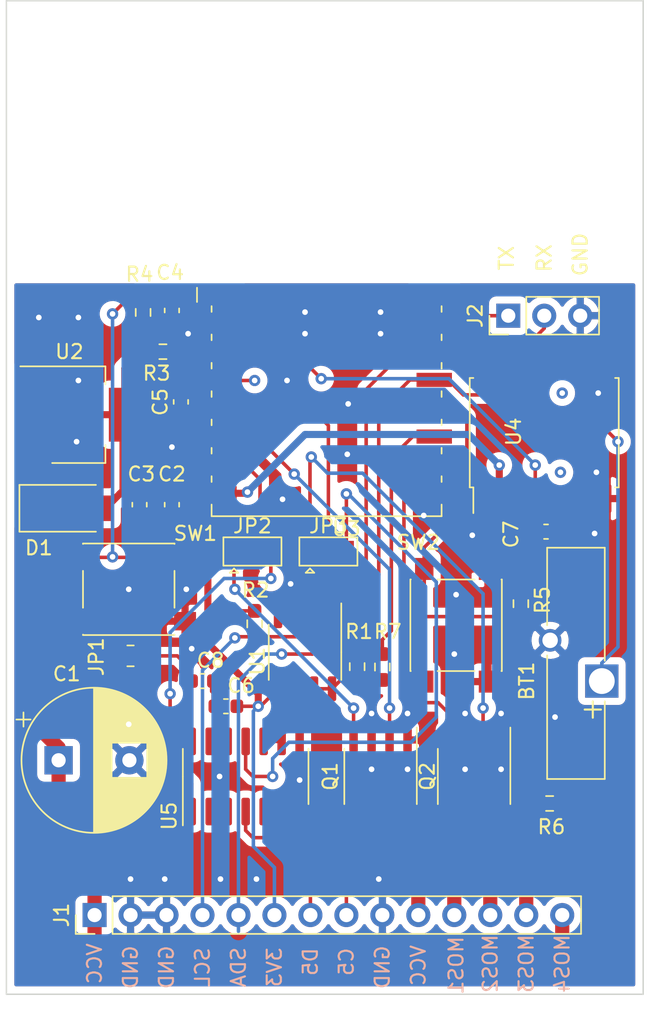
<source format=kicad_pcb>
(kicad_pcb (version 20171130) (host pcbnew "(5.1.10)-1")

  (general
    (thickness 1.6)
    (drawings 21)
    (tracks 324)
    (zones 0)
    (modules 31)
    (nets 35)
  )

  (page A4)
  (layers
    (0 F.Cu signal)
    (31 B.Cu signal)
    (32 B.Adhes user)
    (33 F.Adhes user)
    (34 B.Paste user)
    (35 F.Paste user)
    (36 B.SilkS user)
    (37 F.SilkS user)
    (38 B.Mask user)
    (39 F.Mask user)
    (40 Dwgs.User user)
    (41 Cmts.User user)
    (42 Eco1.User user)
    (43 Eco2.User user)
    (44 Edge.Cuts user)
    (45 Margin user)
    (46 B.CrtYd user)
    (47 F.CrtYd user)
    (48 B.Fab user)
    (49 F.Fab user)
  )

  (setup
    (last_trace_width 0.25)
    (user_trace_width 0.5)
    (user_trace_width 1)
    (trace_clearance 0.2)
    (zone_clearance 0.508)
    (zone_45_only no)
    (trace_min 0.2)
    (via_size 0.8)
    (via_drill 0.4)
    (via_min_size 0.4)
    (via_min_drill 0.3)
    (uvia_size 0.3)
    (uvia_drill 0.1)
    (uvias_allowed no)
    (uvia_min_size 0.2)
    (uvia_min_drill 0.1)
    (edge_width 0.05)
    (segment_width 0.2)
    (pcb_text_width 0.3)
    (pcb_text_size 1.5 1.5)
    (mod_edge_width 0.12)
    (mod_text_size 1 1)
    (mod_text_width 0.15)
    (pad_size 1.524 1.524)
    (pad_drill 0.762)
    (pad_to_mask_clearance 0)
    (aux_axis_origin 0 0)
    (visible_elements 7FFFFFFF)
    (pcbplotparams
      (layerselection 0x010fc_ffffffff)
      (usegerberextensions false)
      (usegerberattributes true)
      (usegerberadvancedattributes true)
      (creategerberjobfile true)
      (excludeedgelayer true)
      (linewidth 0.100000)
      (plotframeref false)
      (viasonmask false)
      (mode 1)
      (useauxorigin false)
      (hpglpennumber 1)
      (hpglpenspeed 20)
      (hpglpendiameter 15.000000)
      (psnegative false)
      (psa4output false)
      (plotreference true)
      (plotvalue true)
      (plotinvisibletext false)
      (padsonsilk false)
      (subtractmaskfromsilk false)
      (outputformat 1)
      (mirror false)
      (drillshape 0)
      (scaleselection 1)
      (outputdirectory "plot/"))
  )

  (net 0 "")
  (net 1 GND)
  (net 2 +3V3)
  (net 3 /SDA)
  (net 4 /SCL)
  (net 5 VCC)
  (net 6 "Net-(Q1-Pad2)")
  (net 7 "Net-(Q2-Pad4)")
  (net 8 "Net-(R5-Pad2)")
  (net 9 "Net-(U1-Pad3)")
  (net 10 "Net-(U3-Pad2)")
  (net 11 /RX)
  (net 12 /TX)
  (net 13 "Net-(C5-Pad1)")
  (net 14 /MOS4)
  (net 15 /MOS3)
  (net 16 /MOS2)
  (net 17 /MOS1)
  (net 18 "Net-(BT1-Pad1)")
  (net 19 /RST)
  (net 20 /C5)
  (net 21 /D5)
  (net 22 /D3.3)
  (net 23 /C3.3)
  (net 24 "Net-(U4-Pad3)")
  (net 25 "Net-(U4-Pad1)")
  (net 26 "Net-(U5-Pad2)")
  (net 27 /MOS1_G)
  (net 28 /GPIO13)
  (net 29 /MOS4_G)
  (net 30 /GPIO14)
  (net 31 "Net-(R7-Pad2)")
  (net 32 "Net-(U3-Pad4)")
  (net 33 "Net-(C8-Pad1)")
  (net 34 "Net-(U5-Pad10)")

  (net_class Default "This is the default net class."
    (clearance 0.2)
    (trace_width 0.25)
    (via_dia 0.8)
    (via_drill 0.4)
    (uvia_dia 0.3)
    (uvia_drill 0.1)
    (add_net +3V3)
    (add_net /C3.3)
    (add_net /C5)
    (add_net /D3.3)
    (add_net /D5)
    (add_net /GPIO13)
    (add_net /GPIO14)
    (add_net /MOS1)
    (add_net /MOS1_G)
    (add_net /MOS2)
    (add_net /MOS3)
    (add_net /MOS4)
    (add_net /MOS4_G)
    (add_net /RST)
    (add_net /RX)
    (add_net /SCL)
    (add_net /SDA)
    (add_net /TX)
    (add_net GND)
    (add_net "Net-(BT1-Pad1)")
    (add_net "Net-(C5-Pad1)")
    (add_net "Net-(C8-Pad1)")
    (add_net "Net-(Q1-Pad2)")
    (add_net "Net-(Q2-Pad4)")
    (add_net "Net-(R5-Pad2)")
    (add_net "Net-(R7-Pad2)")
    (add_net "Net-(U1-Pad3)")
    (add_net "Net-(U3-Pad2)")
    (add_net "Net-(U3-Pad4)")
    (add_net "Net-(U4-Pad1)")
    (add_net "Net-(U4-Pad3)")
    (add_net "Net-(U5-Pad10)")
    (add_net "Net-(U5-Pad2)")
    (add_net VCC)
  )

  (module Capacitor_SMD:C_0603_1608Metric (layer F.Cu) (tedit 5F68FEEE) (tstamp 60F098AD)
    (at 126.365 136.652)
    (descr "Capacitor SMD 0603 (1608 Metric), square (rectangular) end terminal, IPC_7351 nominal, (Body size source: IPC-SM-782 page 76, https://www.pcb-3d.com/wordpress/wp-content/uploads/ipc-sm-782a_amendment_1_and_2.pdf), generated with kicad-footprint-generator")
    (tags capacitor)
    (path /60F2ACCA)
    (attr smd)
    (fp_text reference C8 (at 0.5715 -1.4605) (layer F.SilkS)
      (effects (font (size 1 1) (thickness 0.15)))
    )
    (fp_text value C (at 0 1.43) (layer F.Fab)
      (effects (font (size 1 1) (thickness 0.15)))
    )
    (fp_line (start 1.48 0.73) (end -1.48 0.73) (layer F.CrtYd) (width 0.05))
    (fp_line (start 1.48 -0.73) (end 1.48 0.73) (layer F.CrtYd) (width 0.05))
    (fp_line (start -1.48 -0.73) (end 1.48 -0.73) (layer F.CrtYd) (width 0.05))
    (fp_line (start -1.48 0.73) (end -1.48 -0.73) (layer F.CrtYd) (width 0.05))
    (fp_line (start -0.14058 0.51) (end 0.14058 0.51) (layer F.SilkS) (width 0.12))
    (fp_line (start -0.14058 -0.51) (end 0.14058 -0.51) (layer F.SilkS) (width 0.12))
    (fp_line (start 0.8 0.4) (end -0.8 0.4) (layer F.Fab) (width 0.1))
    (fp_line (start 0.8 -0.4) (end 0.8 0.4) (layer F.Fab) (width 0.1))
    (fp_line (start -0.8 -0.4) (end 0.8 -0.4) (layer F.Fab) (width 0.1))
    (fp_line (start -0.8 0.4) (end -0.8 -0.4) (layer F.Fab) (width 0.1))
    (fp_text user %R (at 0 0) (layer F.Fab)
      (effects (font (size 0.4 0.4) (thickness 0.06)))
    )
    (pad 2 smd roundrect (at 0.775 0) (size 0.9 0.95) (layers F.Cu F.Paste F.Mask) (roundrect_rratio 0.25)
      (net 1 GND))
    (pad 1 smd roundrect (at -0.775 0) (size 0.9 0.95) (layers F.Cu F.Paste F.Mask) (roundrect_rratio 0.25)
      (net 33 "Net-(C8-Pad1)"))
    (model ${KISYS3DMOD}/Capacitor_SMD.3dshapes/C_0603_1608Metric.wrl
      (at (xyz 0 0 0))
      (scale (xyz 1 1 1))
      (rotate (xyz 0 0 0))
    )
  )

  (module RF_Module:ESP-07 (layer F.Cu) (tedit 5B1D6972) (tstamp 60E1F4AE)
    (at 135.128 114.3)
    (descr "Wi-Fi Module, http://wiki.ai-thinker.com/_media/esp8266/docs/a007ps01a2_esp-07_product_specification_v1.2.pdf")
    (tags "Wi-Fi Module")
    (path /5FEB3F13)
    (attr smd)
    (fp_text reference U3 (at 1.397 11.6) (layer F.SilkS)
      (effects (font (size 1 1) (thickness 0.15)))
    )
    (fp_text value ESP-07 (at 0 9.6) (layer F.Fab)
      (effects (font (size 1 1) (thickness 0.15)))
    )
    (fp_line (start -8 -10.6) (end 8 -10.6) (layer F.Fab) (width 0.1))
    (fp_line (start 8 -10.6) (end 8 10.6) (layer F.Fab) (width 0.1))
    (fp_line (start 8 10.6) (end -8 10.6) (layer F.Fab) (width 0.1))
    (fp_line (start -8 10.6) (end -8 -4.4) (layer F.Fab) (width 0.1))
    (fp_line (start -8 -4.4) (end -7.5 -4.9) (layer F.Fab) (width 0.1))
    (fp_line (start -7.5 -4.9) (end -8 -5.4) (layer F.Fab) (width 0.1))
    (fp_line (start -8 -5.4) (end -8 -10.6) (layer F.Fab) (width 0.1))
    (fp_line (start -9.1 -10.85) (end 9.1 -10.85) (layer F.CrtYd) (width 0.05))
    (fp_line (start 9.1 -10.85) (end 9.1 10.85) (layer F.CrtYd) (width 0.05))
    (fp_line (start 9.1 10.85) (end -9.1 10.85) (layer F.CrtYd) (width 0.05))
    (fp_line (start -9.1 10.85) (end -9.1 -10.85) (layer F.CrtYd) (width 0.05))
    (fp_line (start 8.12 9.9) (end 8.12 10.72) (layer F.SilkS) (width 0.12))
    (fp_line (start 8.12 10.72) (end -8.12 10.72) (layer F.SilkS) (width 0.12))
    (fp_line (start -8.12 10.72) (end -8.12 9.9) (layer F.SilkS) (width 0.12))
    (fp_line (start -9.15 -5.4) (end -9.15 -4.4) (layer F.SilkS) (width 0.12))
    (fp_line (start -23 -25.6) (end 23 -25.6) (layer Dwgs.User) (width 0.12))
    (fp_line (start -23 -25.6) (end -23 -6) (layer Dwgs.User) (width 0.12))
    (fp_line (start 23 -6) (end -23 -6) (layer Dwgs.User) (width 0.12))
    (fp_line (start 23 -6) (end 23 -25.6) (layer Dwgs.User) (width 0.12))
    (fp_line (start -20 -25.6) (end -23 -22.6) (layer Dwgs.User) (width 0.12))
    (fp_line (start -17 -25.6) (end -23 -19.6) (layer Dwgs.User) (width 0.12))
    (fp_line (start -14 -25.6) (end -23 -16.6) (layer Dwgs.User) (width 0.12))
    (fp_line (start -11 -25.6) (end -23 -13.6) (layer Dwgs.User) (width 0.12))
    (fp_line (start -8 -25.6) (end -23 -10.6) (layer Dwgs.User) (width 0.12))
    (fp_line (start -5 -25.6) (end -23 -7.6) (layer Dwgs.User) (width 0.12))
    (fp_line (start -2 -25.6) (end -21.6 -6) (layer Dwgs.User) (width 0.12))
    (fp_line (start 1 -25.6) (end -18.6 -6) (layer Dwgs.User) (width 0.12))
    (fp_line (start -15.6 -6) (end 4 -25.6) (layer Dwgs.User) (width 0.12))
    (fp_line (start -6.6 -6) (end 13 -25.6) (layer Dwgs.User) (width 0.12))
    (fp_line (start 10 -25.6) (end -9.6 -6) (layer Dwgs.User) (width 0.12))
    (fp_line (start 7 -25.6) (end -12.6 -6) (layer Dwgs.User) (width 0.12))
    (fp_line (start 2.4 -6) (end 22 -25.6) (layer Dwgs.User) (width 0.12))
    (fp_line (start 16 -25.6) (end -3.6 -6) (layer Dwgs.User) (width 0.12))
    (fp_line (start 19 -25.6) (end -0.6 -6) (layer Dwgs.User) (width 0.12))
    (fp_line (start 5.4 -6) (end 23 -23.6) (layer Dwgs.User) (width 0.12))
    (fp_line (start 23 -20.6) (end 8.4 -6) (layer Dwgs.User) (width 0.12))
    (fp_line (start 23 -17.6) (end 11.4 -6) (layer Dwgs.User) (width 0.12))
    (fp_line (start 23 -14.6) (end 14.4 -6) (layer Dwgs.User) (width 0.12))
    (fp_line (start 23 -11.6) (end 17.4 -6) (layer Dwgs.User) (width 0.12))
    (fp_line (start 23 -8.6) (end 20.4 -6) (layer Dwgs.User) (width 0.12))
    (fp_line (start -8.12 8.3) (end -8.12 7.9) (layer F.SilkS) (width 0.12))
    (fp_line (start 8.12 8.3) (end 8.12 7.9) (layer F.SilkS) (width 0.12))
    (fp_line (start -8.12 6.3) (end -8.12 5.9) (layer F.SilkS) (width 0.12))
    (fp_line (start 8.12 6.3) (end 8.12 5.9) (layer F.SilkS) (width 0.12))
    (fp_line (start -8.12 4.3) (end -8.12 3.9) (layer F.SilkS) (width 0.12))
    (fp_line (start 8.12 4.3) (end 8.12 3.9) (layer F.SilkS) (width 0.12))
    (fp_line (start -8.12 2.3) (end -8.12 1.9) (layer F.SilkS) (width 0.12))
    (fp_line (start 8.12 2.3) (end 8.12 1.9) (layer F.SilkS) (width 0.12))
    (fp_line (start -8.12 0.3) (end -8.12 -0.1) (layer F.SilkS) (width 0.12))
    (fp_line (start 8.12 0.3) (end 8.12 -0.1) (layer F.SilkS) (width 0.12))
    (fp_line (start -8.12 -1.7) (end -8.12 -2.1) (layer F.SilkS) (width 0.12))
    (fp_line (start 8.12 -1.7) (end 8.12 -2.1) (layer F.SilkS) (width 0.12))
    (fp_line (start -8.12 -3.7) (end -8.12 -4.1) (layer F.SilkS) (width 0.12))
    (fp_line (start 8.12 -3.7) (end 8.12 -4.1) (layer F.SilkS) (width 0.12))
    (fp_text user %R (at 0 0) (layer F.Fab)
      (effects (font (size 1 1) (thickness 0.15)))
    )
    (fp_text user "KEEP-OUT ZONE" (at 0 -17.3 180) (layer Cmts.User)
      (effects (font (size 1 1) (thickness 0.15)))
    )
    (fp_text user "No metal, traces, or components\non any PCB layer if using on-board antenna" (at 0 -14.3 180) (layer Cmts.User)
      (effects (font (size 0.8 0.8) (thickness 0.12)))
    )
    (pad 16 smd rect (at 7.6 -4.9) (size 2.5 1) (layers F.Cu F.Paste F.Mask)
      (net 12 /TX))
    (pad 15 smd rect (at 7.6 -2.9) (size 2.5 1) (layers F.Cu F.Paste F.Mask)
      (net 11 /RX))
    (pad 14 smd rect (at 7.6 -0.9) (size 2.5 1) (layers F.Cu F.Paste F.Mask)
      (net 4 /SCL))
    (pad 13 smd rect (at 7.6 1.1) (size 2.5 1) (layers F.Cu F.Paste F.Mask)
      (net 3 /SDA))
    (pad 12 smd rect (at 7.6 3.1) (size 2.5 1) (layers F.Cu F.Paste F.Mask)
      (net 8 "Net-(R5-Pad2)"))
    (pad 11 smd rect (at 7.6 5.1) (size 2.5 1) (layers F.Cu F.Paste F.Mask)
      (net 31 "Net-(R7-Pad2)"))
    (pad 10 smd rect (at 7.6 7.1) (size 2.5 1) (layers F.Cu F.Paste F.Mask)
      (net 7 "Net-(Q2-Pad4)"))
    (pad 9 smd rect (at 7.6 9.1) (size 2.5 1) (layers F.Cu F.Paste F.Mask)
      (net 1 GND))
    (pad 8 smd rect (at -7.6 9.1) (size 2.5 1) (layers F.Cu F.Paste F.Mask)
      (net 2 +3V3))
    (pad 7 smd rect (at -7.6 7.1) (size 2.5 1) (layers F.Cu F.Paste F.Mask)
      (net 28 /GPIO13))
    (pad 6 smd rect (at -7.6 5.1) (size 2.5 1) (layers F.Cu F.Paste F.Mask)
      (net 6 "Net-(Q1-Pad2)"))
    (pad 5 smd rect (at -7.6 3.1) (size 2.5 1) (layers F.Cu F.Paste F.Mask)
      (net 30 /GPIO14))
    (pad 4 smd rect (at -7.6 1.1) (size 2.5 1) (layers F.Cu F.Paste F.Mask)
      (net 32 "Net-(U3-Pad4)"))
    (pad 3 smd rect (at -7.6 -0.9) (size 2.5 1) (layers F.Cu F.Paste F.Mask)
      (net 13 "Net-(C5-Pad1)"))
    (pad 2 smd rect (at -7.6 -2.9) (size 2.5 1) (layers F.Cu F.Paste F.Mask)
      (net 10 "Net-(U3-Pad2)"))
    (pad 1 smd rect (at -7.6 -4.9) (size 2.5 1) (layers F.Cu F.Paste F.Mask)
      (net 19 /RST))
    (model ${KISYS3DMOD}/RF_Module.3dshapes/ESP-07.wrl
      (at (xyz 0 0 0))
      (scale (xyz 1 1 1))
      (rotate (xyz 0 0 0))
    )
  )

  (module Package_SO:SO-8_3.9x4.9mm_P1.27mm (layer F.Cu) (tedit 5D9F72B1) (tstamp 60E1F44B)
    (at 133.604 134.62 270)
    (descr "SO, 8 Pin (https://www.nxp.com/docs/en/data-sheet/PCF8523.pdf), generated with kicad-footprint-generator ipc_gullwing_generator.py")
    (tags "SO SO")
    (path /60E359C0)
    (attr smd)
    (fp_text reference U1 (at 0.635 3.3655 90) (layer F.SilkS)
      (effects (font (size 1 1) (thickness 0.15)))
    )
    (fp_text value LM75B (at -0.127 -4.826 90) (layer F.Fab)
      (effects (font (size 1 1) (thickness 0.15)))
    )
    (fp_line (start 0 2.56) (end 1.95 2.56) (layer F.SilkS) (width 0.12))
    (fp_line (start 0 2.56) (end -1.95 2.56) (layer F.SilkS) (width 0.12))
    (fp_line (start 0 -2.56) (end 1.95 -2.56) (layer F.SilkS) (width 0.12))
    (fp_line (start 0 -2.56) (end -3.45 -2.56) (layer F.SilkS) (width 0.12))
    (fp_line (start -0.975 -2.45) (end 1.95 -2.45) (layer F.Fab) (width 0.1))
    (fp_line (start 1.95 -2.45) (end 1.95 2.45) (layer F.Fab) (width 0.1))
    (fp_line (start 1.95 2.45) (end -1.95 2.45) (layer F.Fab) (width 0.1))
    (fp_line (start -1.95 2.45) (end -1.95 -1.475) (layer F.Fab) (width 0.1))
    (fp_line (start -1.95 -1.475) (end -0.975 -2.45) (layer F.Fab) (width 0.1))
    (fp_line (start -3.7 -2.7) (end -3.7 2.7) (layer F.CrtYd) (width 0.05))
    (fp_line (start -3.7 2.7) (end 3.7 2.7) (layer F.CrtYd) (width 0.05))
    (fp_line (start 3.7 2.7) (end 3.7 -2.7) (layer F.CrtYd) (width 0.05))
    (fp_line (start 3.7 -2.7) (end -3.7 -2.7) (layer F.CrtYd) (width 0.05))
    (fp_text user %R (at 0 0 90) (layer F.Fab)
      (effects (font (size 0.98 0.98) (thickness 0.15)))
    )
    (pad 8 smd roundrect (at 2.575 -1.905 270) (size 1.75 0.6) (layers F.Cu F.Paste F.Mask) (roundrect_rratio 0.25)
      (net 2 +3V3))
    (pad 7 smd roundrect (at 2.575 -0.635 270) (size 1.75 0.6) (layers F.Cu F.Paste F.Mask) (roundrect_rratio 0.25)
      (net 2 +3V3))
    (pad 6 smd roundrect (at 2.575 0.635 270) (size 1.75 0.6) (layers F.Cu F.Paste F.Mask) (roundrect_rratio 0.25)
      (net 2 +3V3))
    (pad 5 smd roundrect (at 2.575 1.905 270) (size 1.75 0.6) (layers F.Cu F.Paste F.Mask) (roundrect_rratio 0.25)
      (net 2 +3V3))
    (pad 4 smd roundrect (at -2.575 1.905 270) (size 1.75 0.6) (layers F.Cu F.Paste F.Mask) (roundrect_rratio 0.25)
      (net 1 GND))
    (pad 3 smd roundrect (at -2.575 0.635 270) (size 1.75 0.6) (layers F.Cu F.Paste F.Mask) (roundrect_rratio 0.25)
      (net 9 "Net-(U1-Pad3)"))
    (pad 2 smd roundrect (at -2.575 -0.635 270) (size 1.75 0.6) (layers F.Cu F.Paste F.Mask) (roundrect_rratio 0.25)
      (net 4 /SCL))
    (pad 1 smd roundrect (at -2.575 -1.905 270) (size 1.75 0.6) (layers F.Cu F.Paste F.Mask) (roundrect_rratio 0.25)
      (net 3 /SDA))
    (model ${KISYS3DMOD}/Package_SO.3dshapes/SO-8_3.9x4.9mm_P1.27mm.wrl
      (at (xyz 0 0 0))
      (scale (xyz 1 1 1))
      (rotate (xyz 0 0 0))
    )
  )

  (module Jumper:SolderJumper-3_P1.3mm_Open_Pad1.0x1.5mm (layer F.Cu) (tedit 5A3F8BB2) (tstamp 60E86109)
    (at 135.255 127.508)
    (descr "SMD Solder 3-pad Jumper, 1x1.5mm Pads, 0.3mm gap, open")
    (tags "solder jumper open")
    (path /60E9407D)
    (attr virtual)
    (fp_text reference JP3 (at 0 -1.8) (layer F.SilkS)
      (effects (font (size 1 1) (thickness 0.15)))
    )
    (fp_text value SolderJumper_3_Open (at 0 2) (layer F.Fab)
      (effects (font (size 1 1) (thickness 0.15)))
    )
    (fp_line (start -1.3 1.2) (end -1 1.5) (layer F.SilkS) (width 0.12))
    (fp_line (start -1.6 1.5) (end -1 1.5) (layer F.SilkS) (width 0.12))
    (fp_line (start -1.3 1.2) (end -1.6 1.5) (layer F.SilkS) (width 0.12))
    (fp_line (start -2.05 1) (end -2.05 -1) (layer F.SilkS) (width 0.12))
    (fp_line (start 2.05 1) (end -2.05 1) (layer F.SilkS) (width 0.12))
    (fp_line (start 2.05 -1) (end 2.05 1) (layer F.SilkS) (width 0.12))
    (fp_line (start -2.05 -1) (end 2.05 -1) (layer F.SilkS) (width 0.12))
    (fp_line (start -2.3 -1.25) (end 2.3 -1.25) (layer F.CrtYd) (width 0.05))
    (fp_line (start -2.3 -1.25) (end -2.3 1.25) (layer F.CrtYd) (width 0.05))
    (fp_line (start 2.3 1.25) (end 2.3 -1.25) (layer F.CrtYd) (width 0.05))
    (fp_line (start 2.3 1.25) (end -2.3 1.25) (layer F.CrtYd) (width 0.05))
    (pad 1 smd rect (at -1.3 0) (size 1 1.5) (layers F.Cu F.Mask)
      (net 29 /MOS4_G))
    (pad 2 smd rect (at 0 0) (size 1 1.5) (layers F.Cu F.Mask)
      (net 30 /GPIO14))
    (pad 3 smd rect (at 1.3 0) (size 1 1.5) (layers F.Cu F.Mask)
      (net 23 /C3.3))
  )

  (module Jumper:SolderJumper-3_P1.3mm_Open_Pad1.0x1.5mm (layer F.Cu) (tedit 5A3F8BB2) (tstamp 60E860F7)
    (at 129.891 127.508)
    (descr "SMD Solder 3-pad Jumper, 1x1.5mm Pads, 0.3mm gap, open")
    (tags "solder jumper open")
    (path /60E8A0F5)
    (attr virtual)
    (fp_text reference JP2 (at 0 -1.8) (layer F.SilkS)
      (effects (font (size 1 1) (thickness 0.15)))
    )
    (fp_text value SolderJumper_3_Open (at 0 2) (layer F.Fab)
      (effects (font (size 1 1) (thickness 0.15)))
    )
    (fp_line (start -1.3 1.2) (end -1 1.5) (layer F.SilkS) (width 0.12))
    (fp_line (start -1.6 1.5) (end -1 1.5) (layer F.SilkS) (width 0.12))
    (fp_line (start -1.3 1.2) (end -1.6 1.5) (layer F.SilkS) (width 0.12))
    (fp_line (start -2.05 1) (end -2.05 -1) (layer F.SilkS) (width 0.12))
    (fp_line (start 2.05 1) (end -2.05 1) (layer F.SilkS) (width 0.12))
    (fp_line (start 2.05 -1) (end 2.05 1) (layer F.SilkS) (width 0.12))
    (fp_line (start -2.05 -1) (end 2.05 -1) (layer F.SilkS) (width 0.12))
    (fp_line (start -2.3 -1.25) (end 2.3 -1.25) (layer F.CrtYd) (width 0.05))
    (fp_line (start -2.3 -1.25) (end -2.3 1.25) (layer F.CrtYd) (width 0.05))
    (fp_line (start 2.3 1.25) (end 2.3 -1.25) (layer F.CrtYd) (width 0.05))
    (fp_line (start 2.3 1.25) (end -2.3 1.25) (layer F.CrtYd) (width 0.05))
    (pad 1 smd rect (at -1.3 0) (size 1 1.5) (layers F.Cu F.Mask)
      (net 27 /MOS1_G))
    (pad 2 smd rect (at 0 0) (size 1 1.5) (layers F.Cu F.Mask)
      (net 28 /GPIO13))
    (pad 3 smd rect (at 1.3 0) (size 1 1.5) (layers F.Cu F.Mask)
      (net 22 /D3.3))
  )

  (module Connector_PinHeader_2.54mm:PinHeader_1x03_P2.54mm_Vertical (layer F.Cu) (tedit 59FED5CC) (tstamp 60E65A24)
    (at 147.955 110.871 90)
    (descr "Through hole straight pin header, 1x03, 2.54mm pitch, single row")
    (tags "Through hole pin header THT 1x03 2.54mm single row")
    (path /60F970B7)
    (fp_text reference J2 (at 0 -2.33 90) (layer F.SilkS)
      (effects (font (size 1 1) (thickness 0.15)))
    )
    (fp_text value Conn_01x03_Female (at 0 7.41 90) (layer F.Fab)
      (effects (font (size 1 1) (thickness 0.15)))
    )
    (fp_line (start -0.635 -1.27) (end 1.27 -1.27) (layer F.Fab) (width 0.1))
    (fp_line (start 1.27 -1.27) (end 1.27 6.35) (layer F.Fab) (width 0.1))
    (fp_line (start 1.27 6.35) (end -1.27 6.35) (layer F.Fab) (width 0.1))
    (fp_line (start -1.27 6.35) (end -1.27 -0.635) (layer F.Fab) (width 0.1))
    (fp_line (start -1.27 -0.635) (end -0.635 -1.27) (layer F.Fab) (width 0.1))
    (fp_line (start -1.33 6.41) (end 1.33 6.41) (layer F.SilkS) (width 0.12))
    (fp_line (start -1.33 1.27) (end -1.33 6.41) (layer F.SilkS) (width 0.12))
    (fp_line (start 1.33 1.27) (end 1.33 6.41) (layer F.SilkS) (width 0.12))
    (fp_line (start -1.33 1.27) (end 1.33 1.27) (layer F.SilkS) (width 0.12))
    (fp_line (start -1.33 0) (end -1.33 -1.33) (layer F.SilkS) (width 0.12))
    (fp_line (start -1.33 -1.33) (end 0 -1.33) (layer F.SilkS) (width 0.12))
    (fp_line (start -1.8 -1.8) (end -1.8 6.85) (layer F.CrtYd) (width 0.05))
    (fp_line (start -1.8 6.85) (end 1.8 6.85) (layer F.CrtYd) (width 0.05))
    (fp_line (start 1.8 6.85) (end 1.8 -1.8) (layer F.CrtYd) (width 0.05))
    (fp_line (start 1.8 -1.8) (end -1.8 -1.8) (layer F.CrtYd) (width 0.05))
    (fp_text user %R (at 0 2.54) (layer F.Fab)
      (effects (font (size 1 1) (thickness 0.15)))
    )
    (pad 3 thru_hole oval (at 0 5.08 90) (size 1.7 1.7) (drill 1) (layers *.Cu *.Mask)
      (net 1 GND))
    (pad 2 thru_hole oval (at 0 2.54 90) (size 1.7 1.7) (drill 1) (layers *.Cu *.Mask)
      (net 11 /RX))
    (pad 1 thru_hole rect (at 0 0 90) (size 1.7 1.7) (drill 1) (layers *.Cu *.Mask)
      (net 12 /TX))
    (model ${KISYS3DMOD}/Connector_PinHeader_2.54mm.3dshapes/PinHeader_1x03_P2.54mm_Vertical.wrl
      (at (xyz 0 0 0))
      (scale (xyz 1 1 1))
      (rotate (xyz 0 0 0))
    )
  )

  (module Battery:Battery_Panasonic_CR1632-V1AN_Vertical_CircularHoles (layer F.Cu) (tedit 5C857808) (tstamp 60E63C6F)
    (at 154.559 136.652 90)
    (descr "Panasonic CR-1632-V1AN battery, https://industrial.panasonic.com/cdbs/www-data/pdf2/AAA4000/AAA4000D140.pdf")
    (tags "battery CR-1632 coin cell vertical")
    (path /60E902BA)
    (fp_text reference BT1 (at 0 -5.3 90) (layer F.SilkS)
      (effects (font (size 1 1) (thickness 0.15)))
    )
    (fp_text value Battery_Cell (at 1.25 2.2 90) (layer F.Fab)
      (effects (font (size 1 1) (thickness 0.15)))
    )
    (fp_line (start -6.8 0.1) (end 9.3 0.1) (layer F.Fab) (width 0.1))
    (fp_line (start -6.8 -3.75) (end 9.3 -3.75) (layer F.Fab) (width 0.1))
    (fp_line (start -6.8 0.1) (end -6.8 -3.75) (layer F.Fab) (width 0.1))
    (fp_line (start 9.3 0.1) (end 9.3 -3.75) (layer F.Fab) (width 0.1))
    (fp_line (start -7.05 1.3) (end -7.05 -4.58) (layer F.CrtYd) (width 0.05))
    (fp_line (start 9.55 1.3) (end 9.55 -4.58) (layer F.CrtYd) (width 0.05))
    (fp_line (start -7.05 1.3) (end 9.55 1.3) (layer F.CrtYd) (width 0.05))
    (fp_line (start -7.05 -4.58) (end 9.55 -4.58) (layer F.CrtYd) (width 0.05))
    (fp_line (start -6.91 0.21) (end -1.43 0.21) (layer F.SilkS) (width 0.12))
    (fp_line (start 1.44 0.21) (end 9.41 0.21) (layer F.SilkS) (width 0.12))
    (fp_line (start 9.41 0.21) (end 9.41 -3.86) (layer F.SilkS) (width 0.12))
    (fp_line (start -6.91 0.21) (end -6.91 -3.86) (layer F.SilkS) (width 0.12))
    (fp_line (start -6.91 -3.86) (end 1.81 -3.86) (layer F.SilkS) (width 0.12))
    (fp_line (start 3.94 -3.86) (end 9.41 -3.86) (layer F.SilkS) (width 0.12))
    (fp_text user + (at -2.01 -0.75 90) (layer F.SilkS)
      (effects (font (size 1.5 1.5) (thickness 0.15)))
    )
    (fp_text user %R (at 1.25 -1.8 270) (layer F.Fab)
      (effects (font (size 1 1) (thickness 0.15)))
    )
    (pad 2 thru_hole circle (at 2.875 -3.65 90) (size 1.6 1.6) (drill 1.09) (layers *.Cu *.Mask)
      (net 1 GND))
    (pad 1 thru_hole rect (at 0 0 180) (size 2.35 2.35) (drill 1.82) (layers *.Cu *.Mask)
      (net 18 "Net-(BT1-Pad1)"))
    (model ${KISYS3DMOD}/Battery.3dshapes/Battery_Panasonic_CR1632-V1AN_Vertical_CircularHoles.wrl
      (at (xyz 0 0 0))
      (scale (xyz 1 1 1))
      (rotate (xyz 0 0 0))
    )
  )

  (module Package_SO:SOIC-14_3.9x8.7mm_P1.27mm (layer F.Cu) (tedit 5D9F72B1) (tstamp 60E6193D)
    (at 129.413 143.383 90)
    (descr "SOIC, 14 Pin (JEDEC MS-012AB, https://www.analog.com/media/en/package-pcb-resources/package/pkg_pdf/soic_narrow-r/r_14.pdf), generated with kicad-footprint-generator ipc_gullwing_generator.py")
    (tags "SOIC SO")
    (path /60ED8935)
    (attr smd)
    (fp_text reference U5 (at -2.794 -5.3975 90) (layer F.SilkS)
      (effects (font (size 1 1) (thickness 0.15)))
    )
    (fp_text value 74HCT04 (at 0 5.28 90) (layer F.Fab)
      (effects (font (size 1 1) (thickness 0.15)))
    )
    (fp_line (start 0 4.435) (end 1.95 4.435) (layer F.SilkS) (width 0.12))
    (fp_line (start 0 4.435) (end -1.95 4.435) (layer F.SilkS) (width 0.12))
    (fp_line (start 0 -4.435) (end 1.95 -4.435) (layer F.SilkS) (width 0.12))
    (fp_line (start 0 -4.435) (end -3.45 -4.435) (layer F.SilkS) (width 0.12))
    (fp_line (start -0.975 -4.325) (end 1.95 -4.325) (layer F.Fab) (width 0.1))
    (fp_line (start 1.95 -4.325) (end 1.95 4.325) (layer F.Fab) (width 0.1))
    (fp_line (start 1.95 4.325) (end -1.95 4.325) (layer F.Fab) (width 0.1))
    (fp_line (start -1.95 4.325) (end -1.95 -3.35) (layer F.Fab) (width 0.1))
    (fp_line (start -1.95 -3.35) (end -0.975 -4.325) (layer F.Fab) (width 0.1))
    (fp_line (start -3.7 -4.58) (end -3.7 4.58) (layer F.CrtYd) (width 0.05))
    (fp_line (start -3.7 4.58) (end 3.7 4.58) (layer F.CrtYd) (width 0.05))
    (fp_line (start 3.7 4.58) (end 3.7 -4.58) (layer F.CrtYd) (width 0.05))
    (fp_line (start 3.7 -4.58) (end -3.7 -4.58) (layer F.CrtYd) (width 0.05))
    (fp_text user %R (at 0 0 90) (layer F.Fab)
      (effects (font (size 0.98 0.98) (thickness 0.15)))
    )
    (pad 14 smd roundrect (at 2.475 -3.81 90) (size 1.95 0.6) (layers F.Cu F.Paste F.Mask) (roundrect_rratio 0.25)
      (net 33 "Net-(C8-Pad1)"))
    (pad 13 smd roundrect (at 2.475 -2.54 90) (size 1.95 0.6) (layers F.Cu F.Paste F.Mask) (roundrect_rratio 0.25))
    (pad 12 smd roundrect (at 2.475 -1.27 90) (size 1.95 0.6) (layers F.Cu F.Paste F.Mask) (roundrect_rratio 0.25))
    (pad 11 smd roundrect (at 2.475 0 90) (size 1.95 0.6) (layers F.Cu F.Paste F.Mask) (roundrect_rratio 0.25)
      (net 23 /C3.3))
    (pad 10 smd roundrect (at 2.475 1.27 90) (size 1.95 0.6) (layers F.Cu F.Paste F.Mask) (roundrect_rratio 0.25)
      (net 34 "Net-(U5-Pad10)"))
    (pad 9 smd roundrect (at 2.475 2.54 90) (size 1.95 0.6) (layers F.Cu F.Paste F.Mask) (roundrect_rratio 0.25)
      (net 34 "Net-(U5-Pad10)"))
    (pad 8 smd roundrect (at 2.475 3.81 90) (size 1.95 0.6) (layers F.Cu F.Paste F.Mask) (roundrect_rratio 0.25)
      (net 20 /C5))
    (pad 7 smd roundrect (at -2.475 3.81 90) (size 1.95 0.6) (layers F.Cu F.Paste F.Mask) (roundrect_rratio 0.25)
      (net 1 GND))
    (pad 6 smd roundrect (at -2.475 2.54 90) (size 1.95 0.6) (layers F.Cu F.Paste F.Mask) (roundrect_rratio 0.25))
    (pad 5 smd roundrect (at -2.475 1.27 90) (size 1.95 0.6) (layers F.Cu F.Paste F.Mask) (roundrect_rratio 0.25))
    (pad 4 smd roundrect (at -2.475 0 90) (size 1.95 0.6) (layers F.Cu F.Paste F.Mask) (roundrect_rratio 0.25)
      (net 21 /D5))
    (pad 3 smd roundrect (at -2.475 -1.27 90) (size 1.95 0.6) (layers F.Cu F.Paste F.Mask) (roundrect_rratio 0.25)
      (net 26 "Net-(U5-Pad2)"))
    (pad 2 smd roundrect (at -2.475 -2.54 90) (size 1.95 0.6) (layers F.Cu F.Paste F.Mask) (roundrect_rratio 0.25)
      (net 26 "Net-(U5-Pad2)"))
    (pad 1 smd roundrect (at -2.475 -3.81 90) (size 1.95 0.6) (layers F.Cu F.Paste F.Mask) (roundrect_rratio 0.25)
      (net 22 /D3.3))
    (model ${KISYS3DMOD}/Package_SO.3dshapes/SOIC-14_3.9x8.7mm_P1.27mm.wrl
      (at (xyz 0 0 0))
      (scale (xyz 1 1 1))
      (rotate (xyz 0 0 0))
    )
  )

  (module Package_SO:SOIC-16W_7.5x10.3mm_P1.27mm (layer F.Cu) (tedit 5D9F72B1) (tstamp 60E61854)
    (at 150.495 119.126 90)
    (descr "SOIC, 16 Pin (JEDEC MS-013AA, https://www.analog.com/media/en/package-pcb-resources/package/pkg_pdf/soic_wide-rw/rw_16.pdf), generated with kicad-footprint-generator ipc_gullwing_generator.py")
    (tags "SOIC SO")
    (path /60E5E3D0)
    (attr smd)
    (fp_text reference U4 (at 0.0635 -2.159 90) (layer F.SilkS)
      (effects (font (size 1 1) (thickness 0.15)))
    )
    (fp_text value DS3231M (at 0 6.1 90) (layer F.Fab)
      (effects (font (size 1 1) (thickness 0.15)))
    )
    (fp_line (start 5.93 -5.4) (end -5.93 -5.4) (layer F.CrtYd) (width 0.05))
    (fp_line (start 5.93 5.4) (end 5.93 -5.4) (layer F.CrtYd) (width 0.05))
    (fp_line (start -5.93 5.4) (end 5.93 5.4) (layer F.CrtYd) (width 0.05))
    (fp_line (start -5.93 -5.4) (end -5.93 5.4) (layer F.CrtYd) (width 0.05))
    (fp_line (start -3.75 -4.15) (end -2.75 -5.15) (layer F.Fab) (width 0.1))
    (fp_line (start -3.75 5.15) (end -3.75 -4.15) (layer F.Fab) (width 0.1))
    (fp_line (start 3.75 5.15) (end -3.75 5.15) (layer F.Fab) (width 0.1))
    (fp_line (start 3.75 -5.15) (end 3.75 5.15) (layer F.Fab) (width 0.1))
    (fp_line (start -2.75 -5.15) (end 3.75 -5.15) (layer F.Fab) (width 0.1))
    (fp_line (start -3.86 -5.005) (end -5.675 -5.005) (layer F.SilkS) (width 0.12))
    (fp_line (start -3.86 -5.26) (end -3.86 -5.005) (layer F.SilkS) (width 0.12))
    (fp_line (start 0 -5.26) (end -3.86 -5.26) (layer F.SilkS) (width 0.12))
    (fp_line (start 3.86 -5.26) (end 3.86 -5.005) (layer F.SilkS) (width 0.12))
    (fp_line (start 0 -5.26) (end 3.86 -5.26) (layer F.SilkS) (width 0.12))
    (fp_line (start -3.86 5.26) (end -3.86 5.005) (layer F.SilkS) (width 0.12))
    (fp_line (start 0 5.26) (end -3.86 5.26) (layer F.SilkS) (width 0.12))
    (fp_line (start 3.86 5.26) (end 3.86 5.005) (layer F.SilkS) (width 0.12))
    (fp_line (start 0 5.26) (end 3.86 5.26) (layer F.SilkS) (width 0.12))
    (fp_text user %R (at 0 0 90) (layer F.Fab)
      (effects (font (size 1 1) (thickness 0.15)))
    )
    (pad 1 smd roundrect (at -4.65 -4.445 90) (size 2.05 0.6) (layers F.Cu F.Paste F.Mask) (roundrect_rratio 0.25)
      (net 25 "Net-(U4-Pad1)"))
    (pad 2 smd roundrect (at -4.65 -3.175 90) (size 2.05 0.6) (layers F.Cu F.Paste F.Mask) (roundrect_rratio 0.25)
      (net 2 +3V3))
    (pad 3 smd roundrect (at -4.65 -1.905 90) (size 2.05 0.6) (layers F.Cu F.Paste F.Mask) (roundrect_rratio 0.25)
      (net 24 "Net-(U4-Pad3)"))
    (pad 4 smd roundrect (at -4.65 -0.635 90) (size 2.05 0.6) (layers F.Cu F.Paste F.Mask) (roundrect_rratio 0.25)
      (net 19 /RST))
    (pad 5 smd roundrect (at -4.65 0.635 90) (size 2.05 0.6) (layers F.Cu F.Paste F.Mask) (roundrect_rratio 0.25)
      (net 1 GND))
    (pad 6 smd roundrect (at -4.65 1.905 90) (size 2.05 0.6) (layers F.Cu F.Paste F.Mask) (roundrect_rratio 0.25)
      (net 1 GND))
    (pad 7 smd roundrect (at -4.65 3.175 90) (size 2.05 0.6) (layers F.Cu F.Paste F.Mask) (roundrect_rratio 0.25)
      (net 1 GND))
    (pad 8 smd roundrect (at -4.65 4.445 90) (size 2.05 0.6) (layers F.Cu F.Paste F.Mask) (roundrect_rratio 0.25)
      (net 1 GND))
    (pad 9 smd roundrect (at 4.65 4.445 90) (size 2.05 0.6) (layers F.Cu F.Paste F.Mask) (roundrect_rratio 0.25)
      (net 1 GND))
    (pad 10 smd roundrect (at 4.65 3.175 90) (size 2.05 0.6) (layers F.Cu F.Paste F.Mask) (roundrect_rratio 0.25)
      (net 1 GND))
    (pad 11 smd roundrect (at 4.65 1.905 90) (size 2.05 0.6) (layers F.Cu F.Paste F.Mask) (roundrect_rratio 0.25)
      (net 1 GND))
    (pad 12 smd roundrect (at 4.65 0.635 90) (size 2.05 0.6) (layers F.Cu F.Paste F.Mask) (roundrect_rratio 0.25)
      (net 1 GND))
    (pad 13 smd roundrect (at 4.65 -0.635 90) (size 2.05 0.6) (layers F.Cu F.Paste F.Mask) (roundrect_rratio 0.25)
      (net 1 GND))
    (pad 14 smd roundrect (at 4.65 -1.905 90) (size 2.05 0.6) (layers F.Cu F.Paste F.Mask) (roundrect_rratio 0.25)
      (net 18 "Net-(BT1-Pad1)"))
    (pad 15 smd roundrect (at 4.65 -3.175 90) (size 2.05 0.6) (layers F.Cu F.Paste F.Mask) (roundrect_rratio 0.25)
      (net 3 /SDA))
    (pad 16 smd roundrect (at 4.65 -4.445 90) (size 2.05 0.6) (layers F.Cu F.Paste F.Mask) (roundrect_rratio 0.25)
      (net 4 /SCL))
    (model ${KISYS3DMOD}/Package_SO.3dshapes/SOIC-16W_7.5x10.3mm_P1.27mm.wrl
      (at (xyz 0 0 0))
      (scale (xyz 1 1 1))
      (rotate (xyz 0 0 0))
    )
  )

  (module Resistor_SMD:R_0603_1608Metric_Pad0.98x0.95mm_HandSolder (layer F.Cu) (tedit 5F68FEEE) (tstamp 60E617DE)
    (at 139.065 135.6595 90)
    (descr "Resistor SMD 0603 (1608 Metric), square (rectangular) end terminal, IPC_7351 nominal with elongated pad for handsoldering. (Body size source: IPC-SM-782 page 72, https://www.pcb-3d.com/wordpress/wp-content/uploads/ipc-sm-782a_amendment_1_and_2.pdf), generated with kicad-footprint-generator")
    (tags "resistor handsolder")
    (path /60E5B51D)
    (attr smd)
    (fp_text reference R7 (at 2.5 0.381) (layer F.SilkS)
      (effects (font (size 1 1) (thickness 0.15)))
    )
    (fp_text value R (at 0 1.43 90) (layer F.Fab)
      (effects (font (size 1 1) (thickness 0.15)))
    )
    (fp_line (start 1.65 0.73) (end -1.65 0.73) (layer F.CrtYd) (width 0.05))
    (fp_line (start 1.65 -0.73) (end 1.65 0.73) (layer F.CrtYd) (width 0.05))
    (fp_line (start -1.65 -0.73) (end 1.65 -0.73) (layer F.CrtYd) (width 0.05))
    (fp_line (start -1.65 0.73) (end -1.65 -0.73) (layer F.CrtYd) (width 0.05))
    (fp_line (start -0.254724 0.5225) (end 0.254724 0.5225) (layer F.SilkS) (width 0.12))
    (fp_line (start -0.254724 -0.5225) (end 0.254724 -0.5225) (layer F.SilkS) (width 0.12))
    (fp_line (start 0.8 0.4125) (end -0.8 0.4125) (layer F.Fab) (width 0.1))
    (fp_line (start 0.8 -0.4125) (end 0.8 0.4125) (layer F.Fab) (width 0.1))
    (fp_line (start -0.8 -0.4125) (end 0.8 -0.4125) (layer F.Fab) (width 0.1))
    (fp_line (start -0.8 0.4125) (end -0.8 -0.4125) (layer F.Fab) (width 0.1))
    (fp_text user %R (at 0 0 90) (layer F.Fab)
      (effects (font (size 0.4 0.4) (thickness 0.06)))
    )
    (pad 1 smd roundrect (at -0.9125 0 90) (size 0.975 0.95) (layers F.Cu F.Paste F.Mask) (roundrect_rratio 0.25)
      (net 2 +3V3))
    (pad 2 smd roundrect (at 0.9125 0 90) (size 0.975 0.95) (layers F.Cu F.Paste F.Mask) (roundrect_rratio 0.25)
      (net 31 "Net-(R7-Pad2)"))
    (model ${KISYS3DMOD}/Resistor_SMD.3dshapes/R_0603_1608Metric.wrl
      (at (xyz 0 0 0))
      (scale (xyz 1 1 1))
      (rotate (xyz 0 0 0))
    )
  )

  (module Resistor_SMD:R_0805_2012Metric (layer F.Cu) (tedit 5F68FEEE) (tstamp 60E6180E)
    (at 121.285 134.874)
    (descr "Resistor SMD 0805 (2012 Metric), square (rectangular) end terminal, IPC_7351 nominal, (Body size source: IPC-SM-782 page 72, https://www.pcb-3d.com/wordpress/wp-content/uploads/ipc-sm-782a_amendment_1_and_2.pdf), generated with kicad-footprint-generator")
    (tags resistor)
    (path /60F3A7B9)
    (attr smd)
    (fp_text reference JP1 (at -2.413 0.0635 90) (layer F.SilkS)
      (effects (font (size 1 1) (thickness 0.15)))
    )
    (fp_text value SolderJumper_2_Open (at 0 1.65) (layer F.Fab)
      (effects (font (size 1 1) (thickness 0.15)))
    )
    (fp_line (start -1 0.625) (end -1 -0.625) (layer F.Fab) (width 0.1))
    (fp_line (start -1 -0.625) (end 1 -0.625) (layer F.Fab) (width 0.1))
    (fp_line (start 1 -0.625) (end 1 0.625) (layer F.Fab) (width 0.1))
    (fp_line (start 1 0.625) (end -1 0.625) (layer F.Fab) (width 0.1))
    (fp_line (start -0.227064 -0.735) (end 0.227064 -0.735) (layer F.SilkS) (width 0.12))
    (fp_line (start -0.227064 0.735) (end 0.227064 0.735) (layer F.SilkS) (width 0.12))
    (fp_line (start -1.68 0.95) (end -1.68 -0.95) (layer F.CrtYd) (width 0.05))
    (fp_line (start -1.68 -0.95) (end 1.68 -0.95) (layer F.CrtYd) (width 0.05))
    (fp_line (start 1.68 -0.95) (end 1.68 0.95) (layer F.CrtYd) (width 0.05))
    (fp_line (start 1.68 0.95) (end -1.68 0.95) (layer F.CrtYd) (width 0.05))
    (fp_text user %R (at 0 0) (layer F.Fab)
      (effects (font (size 0.5 0.5) (thickness 0.08)))
    )
    (pad 2 smd roundrect (at 0.9125 0) (size 1.025 1.4) (layers F.Cu F.Paste F.Mask) (roundrect_rratio 0.243902)
      (net 33 "Net-(C8-Pad1)"))
    (pad 1 smd roundrect (at -0.9125 0) (size 1.025 1.4) (layers F.Cu F.Paste F.Mask) (roundrect_rratio 0.243902)
      (net 5 VCC))
    (model ${KISYS3DMOD}/Resistor_SMD.3dshapes/R_0805_2012Metric.wrl
      (at (xyz 0 0 0))
      (scale (xyz 1 1 1))
      (rotate (xyz 0 0 0))
    )
  )

  (module Connector_PinHeader_2.54mm:PinHeader_1x14_P2.54mm_Vertical (layer F.Cu) (tedit 59FED5CC) (tstamp 60E6175C)
    (at 118.745 153.162 90)
    (descr "Through hole straight pin header, 1x14, 2.54mm pitch, single row")
    (tags "Through hole pin header THT 1x14 2.54mm single row")
    (path /60EAC831)
    (fp_text reference J1 (at 0 -2.33 90) (layer F.SilkS)
      (effects (font (size 1 1) (thickness 0.15)))
    )
    (fp_text value Conn_01x14_Female (at 0 35.35 90) (layer F.Fab)
      (effects (font (size 1 1) (thickness 0.15)))
    )
    (fp_line (start -0.635 -1.27) (end 1.27 -1.27) (layer F.Fab) (width 0.1))
    (fp_line (start 1.27 -1.27) (end 1.27 34.29) (layer F.Fab) (width 0.1))
    (fp_line (start 1.27 34.29) (end -1.27 34.29) (layer F.Fab) (width 0.1))
    (fp_line (start -1.27 34.29) (end -1.27 -0.635) (layer F.Fab) (width 0.1))
    (fp_line (start -1.27 -0.635) (end -0.635 -1.27) (layer F.Fab) (width 0.1))
    (fp_line (start -1.33 34.35) (end 1.33 34.35) (layer F.SilkS) (width 0.12))
    (fp_line (start -1.33 1.27) (end -1.33 34.35) (layer F.SilkS) (width 0.12))
    (fp_line (start 1.33 1.27) (end 1.33 34.35) (layer F.SilkS) (width 0.12))
    (fp_line (start -1.33 1.27) (end 1.33 1.27) (layer F.SilkS) (width 0.12))
    (fp_line (start -1.33 0) (end -1.33 -1.33) (layer F.SilkS) (width 0.12))
    (fp_line (start -1.33 -1.33) (end 0 -1.33) (layer F.SilkS) (width 0.12))
    (fp_line (start -1.8 -1.8) (end -1.8 34.8) (layer F.CrtYd) (width 0.05))
    (fp_line (start -1.8 34.8) (end 1.8 34.8) (layer F.CrtYd) (width 0.05))
    (fp_line (start 1.8 34.8) (end 1.8 -1.8) (layer F.CrtYd) (width 0.05))
    (fp_line (start 1.8 -1.8) (end -1.8 -1.8) (layer F.CrtYd) (width 0.05))
    (fp_text user %R (at 0 16.51) (layer F.Fab)
      (effects (font (size 1 1) (thickness 0.15)))
    )
    (pad 14 thru_hole oval (at 0 33.02 90) (size 1.7 1.7) (drill 1) (layers *.Cu *.Mask)
      (net 5 VCC))
    (pad 13 thru_hole oval (at 0 30.48 90) (size 1.7 1.7) (drill 1) (layers *.Cu *.Mask)
      (net 14 /MOS4))
    (pad 12 thru_hole oval (at 0 27.94 90) (size 1.7 1.7) (drill 1) (layers *.Cu *.Mask)
      (net 15 /MOS3))
    (pad 11 thru_hole oval (at 0 25.4 90) (size 1.7 1.7) (drill 1) (layers *.Cu *.Mask)
      (net 16 /MOS2))
    (pad 10 thru_hole oval (at 0 22.86 90) (size 1.7 1.7) (drill 1) (layers *.Cu *.Mask)
      (net 17 /MOS1))
    (pad 9 thru_hole oval (at 0 20.32 90) (size 1.7 1.7) (drill 1) (layers *.Cu *.Mask)
      (net 1 GND))
    (pad 8 thru_hole oval (at 0 17.78 90) (size 1.7 1.7) (drill 1) (layers *.Cu *.Mask)
      (net 20 /C5))
    (pad 7 thru_hole oval (at 0 15.24 90) (size 1.7 1.7) (drill 1) (layers *.Cu *.Mask)
      (net 21 /D5))
    (pad 6 thru_hole oval (at 0 12.7 90) (size 1.7 1.7) (drill 1) (layers *.Cu *.Mask)
      (net 2 +3V3))
    (pad 5 thru_hole oval (at 0 10.16 90) (size 1.7 1.7) (drill 1) (layers *.Cu *.Mask)
      (net 3 /SDA))
    (pad 4 thru_hole oval (at 0 7.62 90) (size 1.7 1.7) (drill 1) (layers *.Cu *.Mask)
      (net 4 /SCL))
    (pad 3 thru_hole oval (at 0 5.08 90) (size 1.7 1.7) (drill 1) (layers *.Cu *.Mask)
      (net 1 GND))
    (pad 2 thru_hole oval (at 0 2.54 90) (size 1.7 1.7) (drill 1) (layers *.Cu *.Mask)
      (net 1 GND))
    (pad 1 thru_hole rect (at 0 0 90) (size 1.7 1.7) (drill 1) (layers *.Cu *.Mask)
      (net 5 VCC))
    (model ${KISYS3DMOD}/Connector_PinHeader_2.54mm.3dshapes/PinHeader_1x14_P2.54mm_Vertical.wrl
      (at (xyz 0 0 0))
      (scale (xyz 1 1 1))
      (rotate (xyz 0 0 0))
    )
  )

  (module Capacitor_SMD:C_0603_1608Metric (layer F.Cu) (tedit 5F68FEEE) (tstamp 60E617AE)
    (at 150.622 126.111)
    (descr "Capacitor SMD 0603 (1608 Metric), square (rectangular) end terminal, IPC_7351 nominal, (Body size source: IPC-SM-782 page 76, https://www.pcb-3d.com/wordpress/wp-content/uploads/ipc-sm-782a_amendment_1_and_2.pdf), generated with kicad-footprint-generator")
    (tags capacitor)
    (path /60E62170)
    (attr smd)
    (fp_text reference C7 (at -2.4765 0.1905 90) (layer F.SilkS)
      (effects (font (size 1 1) (thickness 0.15)))
    )
    (fp_text value C (at 0 1.43) (layer F.Fab)
      (effects (font (size 1 1) (thickness 0.15)))
    )
    (fp_line (start -0.8 0.4) (end -0.8 -0.4) (layer F.Fab) (width 0.1))
    (fp_line (start -0.8 -0.4) (end 0.8 -0.4) (layer F.Fab) (width 0.1))
    (fp_line (start 0.8 -0.4) (end 0.8 0.4) (layer F.Fab) (width 0.1))
    (fp_line (start 0.8 0.4) (end -0.8 0.4) (layer F.Fab) (width 0.1))
    (fp_line (start -0.14058 -0.51) (end 0.14058 -0.51) (layer F.SilkS) (width 0.12))
    (fp_line (start -0.14058 0.51) (end 0.14058 0.51) (layer F.SilkS) (width 0.12))
    (fp_line (start -1.48 0.73) (end -1.48 -0.73) (layer F.CrtYd) (width 0.05))
    (fp_line (start -1.48 -0.73) (end 1.48 -0.73) (layer F.CrtYd) (width 0.05))
    (fp_line (start 1.48 -0.73) (end 1.48 0.73) (layer F.CrtYd) (width 0.05))
    (fp_line (start 1.48 0.73) (end -1.48 0.73) (layer F.CrtYd) (width 0.05))
    (fp_text user %R (at 0 0) (layer F.Fab)
      (effects (font (size 0.4 0.4) (thickness 0.06)))
    )
    (pad 2 smd roundrect (at 0.775 0) (size 0.9 0.95) (layers F.Cu F.Paste F.Mask) (roundrect_rratio 0.25)
      (net 1 GND))
    (pad 1 smd roundrect (at -0.775 0) (size 0.9 0.95) (layers F.Cu F.Paste F.Mask) (roundrect_rratio 0.25)
      (net 2 +3V3))
    (model ${KISYS3DMOD}/Capacitor_SMD.3dshapes/C_0603_1608Metric.wrl
      (at (xyz 0 0 0))
      (scale (xyz 1 1 1))
      (rotate (xyz 0 0 0))
    )
  )

  (module Button_Switch_SMD:SW_Push_1P1T_NO_6x6mm_H9.5mm (layer F.Cu) (tedit 5CA1CA7F) (tstamp 60E1F417)
    (at 121.158 130.175 180)
    (descr "tactile push button, 6x6mm e.g. PTS645xx series, height=9.5mm")
    (tags "tact sw push 6mm smd")
    (path /60E36B77)
    (attr smd)
    (fp_text reference SW1 (at -4.699 3.937) (layer F.SilkS)
      (effects (font (size 1 1) (thickness 0.15)))
    )
    (fp_text value SW_Push (at -0.127 1.016) (layer F.Fab)
      (effects (font (size 1 1) (thickness 0.15)))
    )
    (fp_line (start -3 -3) (end -3 3) (layer F.Fab) (width 0.1))
    (fp_line (start -3 3) (end 3 3) (layer F.Fab) (width 0.1))
    (fp_line (start 3 3) (end 3 -3) (layer F.Fab) (width 0.1))
    (fp_line (start 3 -3) (end -3 -3) (layer F.Fab) (width 0.1))
    (fp_line (start 5 3.25) (end 5 -3.25) (layer F.CrtYd) (width 0.05))
    (fp_line (start -5 -3.25) (end -5 3.25) (layer F.CrtYd) (width 0.05))
    (fp_line (start -5 3.25) (end 5 3.25) (layer F.CrtYd) (width 0.05))
    (fp_line (start -5 -3.25) (end 5 -3.25) (layer F.CrtYd) (width 0.05))
    (fp_line (start 3.23 -3.23) (end 3.23 -3.2) (layer F.SilkS) (width 0.12))
    (fp_line (start 3.23 3.23) (end 3.23 3.2) (layer F.SilkS) (width 0.12))
    (fp_line (start -3.23 3.23) (end -3.23 3.2) (layer F.SilkS) (width 0.12))
    (fp_line (start -3.23 -3.2) (end -3.23 -3.23) (layer F.SilkS) (width 0.12))
    (fp_line (start 3.23 -1.3) (end 3.23 1.3) (layer F.SilkS) (width 0.12))
    (fp_line (start -3.23 -3.23) (end 3.23 -3.23) (layer F.SilkS) (width 0.12))
    (fp_line (start -3.23 -1.3) (end -3.23 1.3) (layer F.SilkS) (width 0.12))
    (fp_line (start -3.23 3.23) (end 3.23 3.23) (layer F.SilkS) (width 0.12))
    (fp_circle (center 0 0) (end 1.75 -0.05) (layer F.Fab) (width 0.1))
    (fp_text user %R (at 0 -4.05) (layer F.Fab)
      (effects (font (size 1 1) (thickness 0.15)))
    )
    (pad 2 smd rect (at 3.975 2.25 180) (size 1.55 1.3) (layers F.Cu F.Paste F.Mask)
      (net 19 /RST))
    (pad 1 smd rect (at 3.975 -2.25 180) (size 1.55 1.3) (layers F.Cu F.Paste F.Mask)
      (net 1 GND))
    (pad 1 smd rect (at -3.975 -2.25 180) (size 1.55 1.3) (layers F.Cu F.Paste F.Mask)
      (net 1 GND))
    (pad 2 smd rect (at -3.975 2.25 180) (size 1.55 1.3) (layers F.Cu F.Paste F.Mask)
      (net 19 /RST))
    (model ${KISYS3DMOD}/Button_Switch_SMD.3dshapes/SW_PUSH_6mm_H9.5mm.wrl
      (at (xyz 0 0 0))
      (scale (xyz 1 1 1))
      (rotate (xyz 0 0 0))
    )
  )

  (module Capacitor_SMD:C_0603_1608Metric (layer F.Cu) (tedit 5F68FEEE) (tstamp 60E2213E)
    (at 128.016 138.43 180)
    (descr "Capacitor SMD 0603 (1608 Metric), square (rectangular) end terminal, IPC_7351 nominal, (Body size source: IPC-SM-782 page 76, https://www.pcb-3d.com/wordpress/wp-content/uploads/ipc-sm-782a_amendment_1_and_2.pdf), generated with kicad-footprint-generator")
    (tags capacitor)
    (path /60F1414D)
    (attr smd)
    (fp_text reference C6 (at -1.0795 1.4605) (layer F.SilkS)
      (effects (font (size 1 1) (thickness 0.15)))
    )
    (fp_text value C (at 0 1.43) (layer F.Fab)
      (effects (font (size 1 1) (thickness 0.15)))
    )
    (fp_line (start -0.8 0.4) (end -0.8 -0.4) (layer F.Fab) (width 0.1))
    (fp_line (start -0.8 -0.4) (end 0.8 -0.4) (layer F.Fab) (width 0.1))
    (fp_line (start 0.8 -0.4) (end 0.8 0.4) (layer F.Fab) (width 0.1))
    (fp_line (start 0.8 0.4) (end -0.8 0.4) (layer F.Fab) (width 0.1))
    (fp_line (start -0.14058 -0.51) (end 0.14058 -0.51) (layer F.SilkS) (width 0.12))
    (fp_line (start -0.14058 0.51) (end 0.14058 0.51) (layer F.SilkS) (width 0.12))
    (fp_line (start -1.48 0.73) (end -1.48 -0.73) (layer F.CrtYd) (width 0.05))
    (fp_line (start -1.48 -0.73) (end 1.48 -0.73) (layer F.CrtYd) (width 0.05))
    (fp_line (start 1.48 -0.73) (end 1.48 0.73) (layer F.CrtYd) (width 0.05))
    (fp_line (start 1.48 0.73) (end -1.48 0.73) (layer F.CrtYd) (width 0.05))
    (fp_text user %R (at 0 0) (layer F.Fab)
      (effects (font (size 0.4 0.4) (thickness 0.06)))
    )
    (pad 2 smd roundrect (at 0.775 0 180) (size 0.9 0.95) (layers F.Cu F.Paste F.Mask) (roundrect_rratio 0.25)
      (net 1 GND))
    (pad 1 smd roundrect (at -0.775 0 180) (size 0.9 0.95) (layers F.Cu F.Paste F.Mask) (roundrect_rratio 0.25)
      (net 2 +3V3))
    (model ${KISYS3DMOD}/Capacitor_SMD.3dshapes/C_0603_1608Metric.wrl
      (at (xyz 0 0 0))
      (scale (xyz 1 1 1))
      (rotate (xyz 0 0 0))
    )
  )

  (module Capacitor_SMD:C_0603_1608Metric (layer F.Cu) (tedit 5F68FEEE) (tstamp 60E212A4)
    (at 124.841 116.954 270)
    (descr "Capacitor SMD 0603 (1608 Metric), square (rectangular) end terminal, IPC_7351 nominal, (Body size source: IPC-SM-782 page 76, https://www.pcb-3d.com/wordpress/wp-content/uploads/ipc-sm-782a_amendment_1_and_2.pdf), generated with kicad-footprint-generator")
    (tags capacitor)
    (path /60EFE053)
    (attr smd)
    (fp_text reference C5 (at 0.013 1.4605 90) (layer F.SilkS)
      (effects (font (size 1 1) (thickness 0.15)))
    )
    (fp_text value C (at 0 1.43 90) (layer F.Fab)
      (effects (font (size 1 1) (thickness 0.15)))
    )
    (fp_line (start -0.8 0.4) (end -0.8 -0.4) (layer F.Fab) (width 0.1))
    (fp_line (start -0.8 -0.4) (end 0.8 -0.4) (layer F.Fab) (width 0.1))
    (fp_line (start 0.8 -0.4) (end 0.8 0.4) (layer F.Fab) (width 0.1))
    (fp_line (start 0.8 0.4) (end -0.8 0.4) (layer F.Fab) (width 0.1))
    (fp_line (start -0.14058 -0.51) (end 0.14058 -0.51) (layer F.SilkS) (width 0.12))
    (fp_line (start -0.14058 0.51) (end 0.14058 0.51) (layer F.SilkS) (width 0.12))
    (fp_line (start -1.48 0.73) (end -1.48 -0.73) (layer F.CrtYd) (width 0.05))
    (fp_line (start -1.48 -0.73) (end 1.48 -0.73) (layer F.CrtYd) (width 0.05))
    (fp_line (start 1.48 -0.73) (end 1.48 0.73) (layer F.CrtYd) (width 0.05))
    (fp_line (start 1.48 0.73) (end -1.48 0.73) (layer F.CrtYd) (width 0.05))
    (fp_text user %R (at 0 0 90) (layer F.Fab)
      (effects (font (size 0.4 0.4) (thickness 0.06)))
    )
    (pad 2 smd roundrect (at 0.775 0 270) (size 0.9 0.95) (layers F.Cu F.Paste F.Mask) (roundrect_rratio 0.25)
      (net 1 GND))
    (pad 1 smd roundrect (at -0.775 0 270) (size 0.9 0.95) (layers F.Cu F.Paste F.Mask) (roundrect_rratio 0.25)
      (net 13 "Net-(C5-Pad1)"))
    (model ${KISYS3DMOD}/Capacitor_SMD.3dshapes/C_0603_1608Metric.wrl
      (at (xyz 0 0 0))
      (scale (xyz 1 1 1))
      (rotate (xyz 0 0 0))
    )
  )

  (module Capacitor_SMD:C_0603_1608Metric (layer F.Cu) (tedit 5F68FEEE) (tstamp 60E21293)
    (at 124.206 110.503 270)
    (descr "Capacitor SMD 0603 (1608 Metric), square (rectangular) end terminal, IPC_7351 nominal, (Body size source: IPC-SM-782 page 76, https://www.pcb-3d.com/wordpress/wp-content/uploads/ipc-sm-782a_amendment_1_and_2.pdf), generated with kicad-footprint-generator")
    (tags capacitor)
    (path /60EE6984)
    (attr smd)
    (fp_text reference C4 (at -2.68 0.127 180) (layer F.SilkS)
      (effects (font (size 1 1) (thickness 0.15)))
    )
    (fp_text value C (at 0 1.43 90) (layer F.Fab)
      (effects (font (size 1 1) (thickness 0.15)))
    )
    (fp_line (start -0.8 0.4) (end -0.8 -0.4) (layer F.Fab) (width 0.1))
    (fp_line (start -0.8 -0.4) (end 0.8 -0.4) (layer F.Fab) (width 0.1))
    (fp_line (start 0.8 -0.4) (end 0.8 0.4) (layer F.Fab) (width 0.1))
    (fp_line (start 0.8 0.4) (end -0.8 0.4) (layer F.Fab) (width 0.1))
    (fp_line (start -0.14058 -0.51) (end 0.14058 -0.51) (layer F.SilkS) (width 0.12))
    (fp_line (start -0.14058 0.51) (end 0.14058 0.51) (layer F.SilkS) (width 0.12))
    (fp_line (start -1.48 0.73) (end -1.48 -0.73) (layer F.CrtYd) (width 0.05))
    (fp_line (start -1.48 -0.73) (end 1.48 -0.73) (layer F.CrtYd) (width 0.05))
    (fp_line (start 1.48 -0.73) (end 1.48 0.73) (layer F.CrtYd) (width 0.05))
    (fp_line (start 1.48 0.73) (end -1.48 0.73) (layer F.CrtYd) (width 0.05))
    (fp_text user %R (at 0 0 90) (layer F.Fab)
      (effects (font (size 0.4 0.4) (thickness 0.06)))
    )
    (pad 2 smd roundrect (at 0.775 0 270) (size 0.9 0.95) (layers F.Cu F.Paste F.Mask) (roundrect_rratio 0.25)
      (net 1 GND))
    (pad 1 smd roundrect (at -0.775 0 270) (size 0.9 0.95) (layers F.Cu F.Paste F.Mask) (roundrect_rratio 0.25)
      (net 19 /RST))
    (model ${KISYS3DMOD}/Capacitor_SMD.3dshapes/C_0603_1608Metric.wrl
      (at (xyz 0 0 0))
      (scale (xyz 1 1 1))
      (rotate (xyz 0 0 0))
    )
  )

  (module Package_TO_SOT_SMD:SOT-223-3_TabPin2 (layer F.Cu) (tedit 5A02FF57) (tstamp 60E1F461)
    (at 117.602 117.856)
    (descr "module CMS SOT223 4 pins")
    (tags "CMS SOT")
    (path /60E19A3B)
    (attr smd)
    (fp_text reference U2 (at -0.635 -4.445) (layer F.SilkS)
      (effects (font (size 1 1) (thickness 0.15)))
    )
    (fp_text value AP1117-33 (at 0.254 -4.318 180) (layer F.Fab)
      (effects (font (size 1 1) (thickness 0.15)))
    )
    (fp_line (start 1.91 3.41) (end 1.91 2.15) (layer F.SilkS) (width 0.12))
    (fp_line (start 1.91 -3.41) (end 1.91 -2.15) (layer F.SilkS) (width 0.12))
    (fp_line (start 4.4 -3.6) (end -4.4 -3.6) (layer F.CrtYd) (width 0.05))
    (fp_line (start 4.4 3.6) (end 4.4 -3.6) (layer F.CrtYd) (width 0.05))
    (fp_line (start -4.4 3.6) (end 4.4 3.6) (layer F.CrtYd) (width 0.05))
    (fp_line (start -4.4 -3.6) (end -4.4 3.6) (layer F.CrtYd) (width 0.05))
    (fp_line (start -1.85 -2.35) (end -0.85 -3.35) (layer F.Fab) (width 0.1))
    (fp_line (start -1.85 -2.35) (end -1.85 3.35) (layer F.Fab) (width 0.1))
    (fp_line (start -1.85 3.41) (end 1.91 3.41) (layer F.SilkS) (width 0.12))
    (fp_line (start -0.85 -3.35) (end 1.85 -3.35) (layer F.Fab) (width 0.1))
    (fp_line (start -4.1 -3.41) (end 1.91 -3.41) (layer F.SilkS) (width 0.12))
    (fp_line (start -1.85 3.35) (end 1.85 3.35) (layer F.Fab) (width 0.1))
    (fp_line (start 1.85 -3.35) (end 1.85 3.35) (layer F.Fab) (width 0.1))
    (fp_text user %R (at 0 0 90) (layer F.Fab)
      (effects (font (size 0.8 0.8) (thickness 0.12)))
    )
    (pad 1 smd rect (at -3.15 -2.3) (size 2 1.5) (layers F.Cu F.Paste F.Mask)
      (net 1 GND))
    (pad 3 smd rect (at -3.15 2.3) (size 2 1.5) (layers F.Cu F.Paste F.Mask)
      (net 5 VCC))
    (pad 2 smd rect (at -3.15 0) (size 2 1.5) (layers F.Cu F.Paste F.Mask)
      (net 2 +3V3))
    (pad 2 smd rect (at 3.15 0) (size 2 3.8) (layers F.Cu F.Paste F.Mask)
      (net 2 +3V3))
    (model ${KISYS3DMOD}/Package_TO_SOT_SMD.3dshapes/SOT-223.wrl
      (at (xyz 0 0 0))
      (scale (xyz 1 1 1))
      (rotate (xyz 0 0 0))
    )
  )

  (module Button_Switch_SMD:SW_Push_1P1T_NO_6x6mm_H9.5mm (layer F.Cu) (tedit 5CA1CA7F) (tstamp 60E1F431)
    (at 144.272 132.715 270)
    (descr "tactile push button, 6x6mm e.g. PTS645xx series, height=9.5mm")
    (tags "tact sw push 6mm smd")
    (path /60E3F3F6)
    (attr smd)
    (fp_text reference SW2 (at -5.842 2.667 180) (layer F.SilkS)
      (effects (font (size 1 1) (thickness 0.15)))
    )
    (fp_text value SW_Push (at 1.524 -0.127 180) (layer F.Fab)
      (effects (font (size 1 1) (thickness 0.15)))
    )
    (fp_line (start -3 -3) (end -3 3) (layer F.Fab) (width 0.1))
    (fp_line (start -3 3) (end 3 3) (layer F.Fab) (width 0.1))
    (fp_line (start 3 3) (end 3 -3) (layer F.Fab) (width 0.1))
    (fp_line (start 3 -3) (end -3 -3) (layer F.Fab) (width 0.1))
    (fp_line (start 5 3.25) (end 5 -3.25) (layer F.CrtYd) (width 0.05))
    (fp_line (start -5 -3.25) (end -5 3.25) (layer F.CrtYd) (width 0.05))
    (fp_line (start -5 3.25) (end 5 3.25) (layer F.CrtYd) (width 0.05))
    (fp_line (start -5 -3.25) (end 5 -3.25) (layer F.CrtYd) (width 0.05))
    (fp_line (start 3.23 -3.23) (end 3.23 -3.2) (layer F.SilkS) (width 0.12))
    (fp_line (start 3.23 3.23) (end 3.23 3.2) (layer F.SilkS) (width 0.12))
    (fp_line (start -3.23 3.23) (end -3.23 3.2) (layer F.SilkS) (width 0.12))
    (fp_line (start -3.23 -3.2) (end -3.23 -3.23) (layer F.SilkS) (width 0.12))
    (fp_line (start 3.23 -1.3) (end 3.23 1.3) (layer F.SilkS) (width 0.12))
    (fp_line (start -3.23 -3.23) (end 3.23 -3.23) (layer F.SilkS) (width 0.12))
    (fp_line (start -3.23 -1.3) (end -3.23 1.3) (layer F.SilkS) (width 0.12))
    (fp_line (start -3.23 3.23) (end 3.23 3.23) (layer F.SilkS) (width 0.12))
    (fp_circle (center 0 0) (end 1.75 -0.05) (layer F.Fab) (width 0.1))
    (fp_text user %R (at 0 -4.05 90) (layer F.Fab)
      (effects (font (size 1 1) (thickness 0.15)))
    )
    (pad 2 smd rect (at 3.975 2.25 270) (size 1.55 1.3) (layers F.Cu F.Paste F.Mask)
      (net 8 "Net-(R5-Pad2)"))
    (pad 1 smd rect (at 3.975 -2.25 270) (size 1.55 1.3) (layers F.Cu F.Paste F.Mask)
      (net 1 GND))
    (pad 1 smd rect (at -3.975 -2.25 270) (size 1.55 1.3) (layers F.Cu F.Paste F.Mask)
      (net 1 GND))
    (pad 2 smd rect (at -3.975 2.25 270) (size 1.55 1.3) (layers F.Cu F.Paste F.Mask)
      (net 8 "Net-(R5-Pad2)"))
    (model ${KISYS3DMOD}/Button_Switch_SMD.3dshapes/SW_PUSH_6mm_H9.5mm.wrl
      (at (xyz 0 0 0))
      (scale (xyz 1 1 1))
      (rotate (xyz 0 0 0))
    )
  )

  (module Resistor_SMD:R_0603_1608Metric_Pad0.98x0.95mm_HandSolder (layer F.Cu) (tedit 5F68FEEE) (tstamp 60E887D0)
    (at 150.876 145.288)
    (descr "Resistor SMD 0603 (1608 Metric), square (rectangular) end terminal, IPC_7351 nominal with elongated pad for handsoldering. (Body size source: IPC-SM-782 page 72, https://www.pcb-3d.com/wordpress/wp-content/uploads/ipc-sm-782a_amendment_1_and_2.pdf), generated with kicad-footprint-generator")
    (tags "resistor handsolder")
    (path /60E47CC0)
    (attr smd)
    (fp_text reference R6 (at 0.127 1.651) (layer F.SilkS)
      (effects (font (size 1 1) (thickness 0.15)))
    )
    (fp_text value R (at 0 1.43) (layer F.Fab)
      (effects (font (size 1 1) (thickness 0.15)))
    )
    (fp_line (start 1.65 0.73) (end -1.65 0.73) (layer F.CrtYd) (width 0.05))
    (fp_line (start 1.65 -0.73) (end 1.65 0.73) (layer F.CrtYd) (width 0.05))
    (fp_line (start -1.65 -0.73) (end 1.65 -0.73) (layer F.CrtYd) (width 0.05))
    (fp_line (start -1.65 0.73) (end -1.65 -0.73) (layer F.CrtYd) (width 0.05))
    (fp_line (start -0.254724 0.5225) (end 0.254724 0.5225) (layer F.SilkS) (width 0.12))
    (fp_line (start -0.254724 -0.5225) (end 0.254724 -0.5225) (layer F.SilkS) (width 0.12))
    (fp_line (start 0.8 0.4125) (end -0.8 0.4125) (layer F.Fab) (width 0.1))
    (fp_line (start 0.8 -0.4125) (end 0.8 0.4125) (layer F.Fab) (width 0.1))
    (fp_line (start -0.8 -0.4125) (end 0.8 -0.4125) (layer F.Fab) (width 0.1))
    (fp_line (start -0.8 0.4125) (end -0.8 -0.4125) (layer F.Fab) (width 0.1))
    (fp_text user %R (at 0 0) (layer F.Fab)
      (effects (font (size 0.4 0.4) (thickness 0.06)))
    )
    (pad 1 smd roundrect (at -0.9125 0) (size 0.975 0.95) (layers F.Cu F.Paste F.Mask) (roundrect_rratio 0.25)
      (net 7 "Net-(Q2-Pad4)"))
    (pad 2 smd roundrect (at 0.9125 0) (size 0.975 0.95) (layers F.Cu F.Paste F.Mask) (roundrect_rratio 0.25)
      (net 1 GND))
    (model ${KISYS3DMOD}/Resistor_SMD.3dshapes/R_0603_1608Metric.wrl
      (at (xyz 0 0 0))
      (scale (xyz 1 1 1))
      (rotate (xyz 0 0 0))
    )
  )

  (module Resistor_SMD:R_0603_1608Metric_Pad0.98x0.95mm_HandSolder (layer F.Cu) (tedit 5F68FEEE) (tstamp 60E1F3EC)
    (at 148.844 131.191 270)
    (descr "Resistor SMD 0603 (1608 Metric), square (rectangular) end terminal, IPC_7351 nominal with elongated pad for handsoldering. (Body size source: IPC-SM-782 page 72, https://www.pcb-3d.com/wordpress/wp-content/uploads/ipc-sm-782a_amendment_1_and_2.pdf), generated with kicad-footprint-generator")
    (tags "resistor handsolder")
    (path /60E401D7)
    (attr smd)
    (fp_text reference R5 (at -0.254 -1.524 90) (layer F.SilkS)
      (effects (font (size 1 1) (thickness 0.15)))
    )
    (fp_text value R (at 2.1355 0 90) (layer F.Fab)
      (effects (font (size 1 1) (thickness 0.15)))
    )
    (fp_line (start -0.8 0.4125) (end -0.8 -0.4125) (layer F.Fab) (width 0.1))
    (fp_line (start -0.8 -0.4125) (end 0.8 -0.4125) (layer F.Fab) (width 0.1))
    (fp_line (start 0.8 -0.4125) (end 0.8 0.4125) (layer F.Fab) (width 0.1))
    (fp_line (start 0.8 0.4125) (end -0.8 0.4125) (layer F.Fab) (width 0.1))
    (fp_line (start -0.254724 -0.5225) (end 0.254724 -0.5225) (layer F.SilkS) (width 0.12))
    (fp_line (start -0.254724 0.5225) (end 0.254724 0.5225) (layer F.SilkS) (width 0.12))
    (fp_line (start -1.65 0.73) (end -1.65 -0.73) (layer F.CrtYd) (width 0.05))
    (fp_line (start -1.65 -0.73) (end 1.65 -0.73) (layer F.CrtYd) (width 0.05))
    (fp_line (start 1.65 -0.73) (end 1.65 0.73) (layer F.CrtYd) (width 0.05))
    (fp_line (start 1.65 0.73) (end -1.65 0.73) (layer F.CrtYd) (width 0.05))
    (fp_text user %R (at 0 0 90) (layer F.Fab)
      (effects (font (size 0.4 0.4) (thickness 0.06)))
    )
    (pad 2 smd roundrect (at 0.9125 0 270) (size 0.975 0.95) (layers F.Cu F.Paste F.Mask) (roundrect_rratio 0.25)
      (net 8 "Net-(R5-Pad2)"))
    (pad 1 smd roundrect (at -0.9125 0 270) (size 0.975 0.95) (layers F.Cu F.Paste F.Mask) (roundrect_rratio 0.25)
      (net 2 +3V3))
    (model ${KISYS3DMOD}/Resistor_SMD.3dshapes/R_0603_1608Metric.wrl
      (at (xyz 0 0 0))
      (scale (xyz 1 1 1))
      (rotate (xyz 0 0 0))
    )
  )

  (module Resistor_SMD:R_0603_1608Metric_Pad0.98x0.95mm_HandSolder (layer F.Cu) (tedit 5F68FEEE) (tstamp 60E1F3DB)
    (at 122.174 110.6405 90)
    (descr "Resistor SMD 0603 (1608 Metric), square (rectangular) end terminal, IPC_7351 nominal with elongated pad for handsoldering. (Body size source: IPC-SM-782 page 72, https://www.pcb-3d.com/wordpress/wp-content/uploads/ipc-sm-782a_amendment_1_and_2.pdf), generated with kicad-footprint-generator")
    (tags "resistor handsolder")
    (path /60E37620)
    (attr smd)
    (fp_text reference R4 (at 2.6905 -0.254 180) (layer F.SilkS)
      (effects (font (size 1 1) (thickness 0.15)))
    )
    (fp_text value R (at 0 1.43 90) (layer F.Fab)
      (effects (font (size 1 1) (thickness 0.15)))
    )
    (fp_line (start -0.8 0.4125) (end -0.8 -0.4125) (layer F.Fab) (width 0.1))
    (fp_line (start -0.8 -0.4125) (end 0.8 -0.4125) (layer F.Fab) (width 0.1))
    (fp_line (start 0.8 -0.4125) (end 0.8 0.4125) (layer F.Fab) (width 0.1))
    (fp_line (start 0.8 0.4125) (end -0.8 0.4125) (layer F.Fab) (width 0.1))
    (fp_line (start -0.254724 -0.5225) (end 0.254724 -0.5225) (layer F.SilkS) (width 0.12))
    (fp_line (start -0.254724 0.5225) (end 0.254724 0.5225) (layer F.SilkS) (width 0.12))
    (fp_line (start -1.65 0.73) (end -1.65 -0.73) (layer F.CrtYd) (width 0.05))
    (fp_line (start -1.65 -0.73) (end 1.65 -0.73) (layer F.CrtYd) (width 0.05))
    (fp_line (start 1.65 -0.73) (end 1.65 0.73) (layer F.CrtYd) (width 0.05))
    (fp_line (start 1.65 0.73) (end -1.65 0.73) (layer F.CrtYd) (width 0.05))
    (fp_text user %R (at 0 0 90) (layer F.Fab)
      (effects (font (size 0.4 0.4) (thickness 0.06)))
    )
    (pad 2 smd roundrect (at 0.9125 0 90) (size 0.975 0.95) (layers F.Cu F.Paste F.Mask) (roundrect_rratio 0.25)
      (net 19 /RST))
    (pad 1 smd roundrect (at -0.9125 0 90) (size 0.975 0.95) (layers F.Cu F.Paste F.Mask) (roundrect_rratio 0.25)
      (net 2 +3V3))
    (model ${KISYS3DMOD}/Resistor_SMD.3dshapes/R_0603_1608Metric.wrl
      (at (xyz 0 0 0))
      (scale (xyz 1 1 1))
      (rotate (xyz 0 0 0))
    )
  )

  (module Resistor_SMD:R_0603_1608Metric_Pad0.98x0.95mm_HandSolder (layer F.Cu) (tedit 5F68FEEE) (tstamp 60E1F3CA)
    (at 123.571 113.411)
    (descr "Resistor SMD 0603 (1608 Metric), square (rectangular) end terminal, IPC_7351 nominal with elongated pad for handsoldering. (Body size source: IPC-SM-782 page 72, https://www.pcb-3d.com/wordpress/wp-content/uploads/ipc-sm-782a_amendment_1_and_2.pdf), generated with kicad-footprint-generator")
    (tags "resistor handsolder")
    (path /60E38410)
    (attr smd)
    (fp_text reference R3 (at -0.4445 1.524) (layer F.SilkS)
      (effects (font (size 1 1) (thickness 0.15)))
    )
    (fp_text value R (at 0 1.43) (layer F.Fab)
      (effects (font (size 1 1) (thickness 0.15)))
    )
    (fp_line (start -0.8 0.4125) (end -0.8 -0.4125) (layer F.Fab) (width 0.1))
    (fp_line (start -0.8 -0.4125) (end 0.8 -0.4125) (layer F.Fab) (width 0.1))
    (fp_line (start 0.8 -0.4125) (end 0.8 0.4125) (layer F.Fab) (width 0.1))
    (fp_line (start 0.8 0.4125) (end -0.8 0.4125) (layer F.Fab) (width 0.1))
    (fp_line (start -0.254724 -0.5225) (end 0.254724 -0.5225) (layer F.SilkS) (width 0.12))
    (fp_line (start -0.254724 0.5225) (end 0.254724 0.5225) (layer F.SilkS) (width 0.12))
    (fp_line (start -1.65 0.73) (end -1.65 -0.73) (layer F.CrtYd) (width 0.05))
    (fp_line (start -1.65 -0.73) (end 1.65 -0.73) (layer F.CrtYd) (width 0.05))
    (fp_line (start 1.65 -0.73) (end 1.65 0.73) (layer F.CrtYd) (width 0.05))
    (fp_line (start 1.65 0.73) (end -1.65 0.73) (layer F.CrtYd) (width 0.05))
    (fp_text user %R (at 0 0) (layer F.Fab)
      (effects (font (size 0.4 0.4) (thickness 0.06)))
    )
    (pad 2 smd roundrect (at 0.9125 0) (size 0.975 0.95) (layers F.Cu F.Paste F.Mask) (roundrect_rratio 0.25)
      (net 13 "Net-(C5-Pad1)"))
    (pad 1 smd roundrect (at -0.9125 0) (size 0.975 0.95) (layers F.Cu F.Paste F.Mask) (roundrect_rratio 0.25)
      (net 2 +3V3))
    (model ${KISYS3DMOD}/Resistor_SMD.3dshapes/R_0603_1608Metric.wrl
      (at (xyz 0 0 0))
      (scale (xyz 1 1 1))
      (rotate (xyz 0 0 0))
    )
  )

  (module Resistor_SMD:R_0603_1608Metric_Pad0.98x0.95mm_HandSolder (layer F.Cu) (tedit 5F68FEEE) (tstamp 60E1F3B9)
    (at 130.048 132.6115 270)
    (descr "Resistor SMD 0603 (1608 Metric), square (rectangular) end terminal, IPC_7351 nominal with elongated pad for handsoldering. (Body size source: IPC-SM-782 page 72, https://www.pcb-3d.com/wordpress/wp-content/uploads/ipc-sm-782a_amendment_1_and_2.pdf), generated with kicad-footprint-generator")
    (tags "resistor handsolder")
    (path /60E62654)
    (attr smd)
    (fp_text reference R2 (at -2.373 -0.0635) (layer F.SilkS)
      (effects (font (size 1 1) (thickness 0.15)))
    )
    (fp_text value R (at 0 1.43 90) (layer F.Fab)
      (effects (font (size 1 1) (thickness 0.15)))
    )
    (fp_line (start -0.8 0.4125) (end -0.8 -0.4125) (layer F.Fab) (width 0.1))
    (fp_line (start -0.8 -0.4125) (end 0.8 -0.4125) (layer F.Fab) (width 0.1))
    (fp_line (start 0.8 -0.4125) (end 0.8 0.4125) (layer F.Fab) (width 0.1))
    (fp_line (start 0.8 0.4125) (end -0.8 0.4125) (layer F.Fab) (width 0.1))
    (fp_line (start -0.254724 -0.5225) (end 0.254724 -0.5225) (layer F.SilkS) (width 0.12))
    (fp_line (start -0.254724 0.5225) (end 0.254724 0.5225) (layer F.SilkS) (width 0.12))
    (fp_line (start -1.65 0.73) (end -1.65 -0.73) (layer F.CrtYd) (width 0.05))
    (fp_line (start -1.65 -0.73) (end 1.65 -0.73) (layer F.CrtYd) (width 0.05))
    (fp_line (start 1.65 -0.73) (end 1.65 0.73) (layer F.CrtYd) (width 0.05))
    (fp_line (start 1.65 0.73) (end -1.65 0.73) (layer F.CrtYd) (width 0.05))
    (fp_text user %R (at 0 0 90) (layer F.Fab)
      (effects (font (size 0.4 0.4) (thickness 0.06)))
    )
    (pad 2 smd roundrect (at 0.9125 0 270) (size 0.975 0.95) (layers F.Cu F.Paste F.Mask) (roundrect_rratio 0.25)
      (net 4 /SCL))
    (pad 1 smd roundrect (at -0.9125 0 270) (size 0.975 0.95) (layers F.Cu F.Paste F.Mask) (roundrect_rratio 0.25)
      (net 2 +3V3))
    (model ${KISYS3DMOD}/Resistor_SMD.3dshapes/R_0603_1608Metric.wrl
      (at (xyz 0 0 0))
      (scale (xyz 1 1 1))
      (rotate (xyz 0 0 0))
    )
  )

  (module Resistor_SMD:R_0603_1608Metric_Pad0.98x0.95mm_HandSolder (layer F.Cu) (tedit 5F68FEEE) (tstamp 60E1F3A8)
    (at 137.287 135.636 90)
    (descr "Resistor SMD 0603 (1608 Metric), square (rectangular) end terminal, IPC_7351 nominal with elongated pad for handsoldering. (Body size source: IPC-SM-782 page 72, https://www.pcb-3d.com/wordpress/wp-content/uploads/ipc-sm-782a_amendment_1_and_2.pdf), generated with kicad-footprint-generator")
    (tags "resistor handsolder")
    (path /60E6265A)
    (attr smd)
    (fp_text reference R1 (at 2.4765 0.127 180) (layer F.SilkS)
      (effects (font (size 1 1) (thickness 0.15)))
    )
    (fp_text value R (at 0.254 1.905 90) (layer F.Fab)
      (effects (font (size 1 1) (thickness 0.15)))
    )
    (fp_line (start -0.8 0.4125) (end -0.8 -0.4125) (layer F.Fab) (width 0.1))
    (fp_line (start -0.8 -0.4125) (end 0.8 -0.4125) (layer F.Fab) (width 0.1))
    (fp_line (start 0.8 -0.4125) (end 0.8 0.4125) (layer F.Fab) (width 0.1))
    (fp_line (start 0.8 0.4125) (end -0.8 0.4125) (layer F.Fab) (width 0.1))
    (fp_line (start -0.254724 -0.5225) (end 0.254724 -0.5225) (layer F.SilkS) (width 0.12))
    (fp_line (start -0.254724 0.5225) (end 0.254724 0.5225) (layer F.SilkS) (width 0.12))
    (fp_line (start -1.65 0.73) (end -1.65 -0.73) (layer F.CrtYd) (width 0.05))
    (fp_line (start -1.65 -0.73) (end 1.65 -0.73) (layer F.CrtYd) (width 0.05))
    (fp_line (start 1.65 -0.73) (end 1.65 0.73) (layer F.CrtYd) (width 0.05))
    (fp_line (start 1.65 0.73) (end -1.65 0.73) (layer F.CrtYd) (width 0.05))
    (fp_text user %R (at 0.635 0.254 90) (layer F.Fab)
      (effects (font (size 0.4 0.4) (thickness 0.06)))
    )
    (pad 2 smd roundrect (at 0.9125 0 90) (size 0.975 0.95) (layers F.Cu F.Paste F.Mask) (roundrect_rratio 0.25)
      (net 3 /SDA))
    (pad 1 smd roundrect (at -0.9125 0 90) (size 0.975 0.95) (layers F.Cu F.Paste F.Mask) (roundrect_rratio 0.25)
      (net 2 +3V3))
    (model ${KISYS3DMOD}/Resistor_SMD.3dshapes/R_0603_1608Metric.wrl
      (at (xyz 0 0 0))
      (scale (xyz 1 1 1))
      (rotate (xyz 0 0 0))
    )
  )

  (module Package_SO:SO-8_3.9x4.9mm_P1.27mm (layer F.Cu) (tedit 5D9F72B1) (tstamp 60E1F397)
    (at 145.542 143.383 270)
    (descr "SO, 8 Pin (https://www.nxp.com/docs/en/data-sheet/PCF8523.pdf), generated with kicad-footprint-generator ipc_gullwing_generator.py")
    (tags "SO SO")
    (path /60E29102)
    (attr smd)
    (fp_text reference Q2 (at 0 3.302 90) (layer F.SilkS)
      (effects (font (size 1 1) (thickness 0.15)))
    )
    (fp_text value Q_DUAL_PMOS_S1G1S2G2D2D2D1D1 (at 0.635 0.127 180) (layer F.Fab)
      (effects (font (size 1 1) (thickness 0.15)))
    )
    (fp_line (start 0 2.56) (end 1.95 2.56) (layer F.SilkS) (width 0.12))
    (fp_line (start 0 2.56) (end -1.95 2.56) (layer F.SilkS) (width 0.12))
    (fp_line (start 0 -2.56) (end 1.95 -2.56) (layer F.SilkS) (width 0.12))
    (fp_line (start 0 -2.56) (end -3.45 -2.56) (layer F.SilkS) (width 0.12))
    (fp_line (start -0.975 -2.45) (end 1.95 -2.45) (layer F.Fab) (width 0.1))
    (fp_line (start 1.95 -2.45) (end 1.95 2.45) (layer F.Fab) (width 0.1))
    (fp_line (start 1.95 2.45) (end -1.95 2.45) (layer F.Fab) (width 0.1))
    (fp_line (start -1.95 2.45) (end -1.95 -1.475) (layer F.Fab) (width 0.1))
    (fp_line (start -1.95 -1.475) (end -0.975 -2.45) (layer F.Fab) (width 0.1))
    (fp_line (start -3.7 -2.7) (end -3.7 2.7) (layer F.CrtYd) (width 0.05))
    (fp_line (start -3.7 2.7) (end 3.7 2.7) (layer F.CrtYd) (width 0.05))
    (fp_line (start 3.7 2.7) (end 3.7 -2.7) (layer F.CrtYd) (width 0.05))
    (fp_line (start 3.7 -2.7) (end -3.7 -2.7) (layer F.CrtYd) (width 0.05))
    (pad 8 smd roundrect (at 2.575 -1.905 270) (size 1.75 0.6) (layers F.Cu F.Paste F.Mask) (roundrect_rratio 0.25)
      (net 14 /MOS4))
    (pad 7 smd roundrect (at 2.575 -0.635 270) (size 1.75 0.6) (layers F.Cu F.Paste F.Mask) (roundrect_rratio 0.25)
      (net 14 /MOS4))
    (pad 6 smd roundrect (at 2.575 0.635 270) (size 1.75 0.6) (layers F.Cu F.Paste F.Mask) (roundrect_rratio 0.25)
      (net 15 /MOS3))
    (pad 5 smd roundrect (at 2.575 1.905 270) (size 1.75 0.6) (layers F.Cu F.Paste F.Mask) (roundrect_rratio 0.25)
      (net 15 /MOS3))
    (pad 4 smd roundrect (at -2.575 1.905 270) (size 1.75 0.6) (layers F.Cu F.Paste F.Mask) (roundrect_rratio 0.25)
      (net 7 "Net-(Q2-Pad4)"))
    (pad 3 smd roundrect (at -2.575 0.635 270) (size 1.75 0.6) (layers F.Cu F.Paste F.Mask) (roundrect_rratio 0.25)
      (net 1 GND))
    (pad 2 smd roundrect (at -2.575 -0.635 270) (size 1.75 0.6) (layers F.Cu F.Paste F.Mask) (roundrect_rratio 0.25)
      (net 29 /MOS4_G))
    (pad 1 smd roundrect (at -2.575 -1.905 270) (size 1.75 0.6) (layers F.Cu F.Paste F.Mask) (roundrect_rratio 0.25)
      (net 1 GND))
    (model ${KISYS3DMOD}/Package_SO.3dshapes/SO-8_3.9x4.9mm_P1.27mm.wrl
      (at (xyz 0 0 0))
      (scale (xyz 1 1 1))
      (rotate (xyz 0 0 0))
    )
  )

  (module Package_SO:SO-8_3.9x4.9mm_P1.27mm (layer F.Cu) (tedit 5D9F72B1) (tstamp 60E1F37D)
    (at 138.938 143.383 270)
    (descr "SO, 8 Pin (https://www.nxp.com/docs/en/data-sheet/PCF8523.pdf), generated with kicad-footprint-generator ipc_gullwing_generator.py")
    (tags "SO SO")
    (path /60E26FAB)
    (attr smd)
    (fp_text reference Q1 (at 0 3.556 90) (layer F.SilkS)
      (effects (font (size 1 1) (thickness 0.15)))
    )
    (fp_text value Q_DUAL_PMOS_S1G1S2G2D2D2D1D1 (at 0.635 0) (layer F.Fab)
      (effects (font (size 1 1) (thickness 0.15)))
    )
    (fp_line (start 0 2.56) (end 1.95 2.56) (layer F.SilkS) (width 0.12))
    (fp_line (start 0 2.56) (end -1.95 2.56) (layer F.SilkS) (width 0.12))
    (fp_line (start 0 -2.56) (end 1.95 -2.56) (layer F.SilkS) (width 0.12))
    (fp_line (start 0 -2.56) (end -3.45 -2.56) (layer F.SilkS) (width 0.12))
    (fp_line (start -0.975 -2.45) (end 1.95 -2.45) (layer F.Fab) (width 0.1))
    (fp_line (start 1.95 -2.45) (end 1.95 2.45) (layer F.Fab) (width 0.1))
    (fp_line (start 1.95 2.45) (end -1.95 2.45) (layer F.Fab) (width 0.1))
    (fp_line (start -1.95 2.45) (end -1.95 -1.475) (layer F.Fab) (width 0.1))
    (fp_line (start -1.95 -1.475) (end -0.975 -2.45) (layer F.Fab) (width 0.1))
    (fp_line (start -3.7 -2.7) (end -3.7 2.7) (layer F.CrtYd) (width 0.05))
    (fp_line (start -3.7 2.7) (end 3.7 2.7) (layer F.CrtYd) (width 0.05))
    (fp_line (start 3.7 2.7) (end 3.7 -2.7) (layer F.CrtYd) (width 0.05))
    (fp_line (start 3.7 -2.7) (end -3.7 -2.7) (layer F.CrtYd) (width 0.05))
    (pad 8 smd roundrect (at 2.575 -1.905 270) (size 1.75 0.6) (layers F.Cu F.Paste F.Mask) (roundrect_rratio 0.25)
      (net 16 /MOS2))
    (pad 7 smd roundrect (at 2.575 -0.635 270) (size 1.75 0.6) (layers F.Cu F.Paste F.Mask) (roundrect_rratio 0.25)
      (net 16 /MOS2))
    (pad 6 smd roundrect (at 2.575 0.635 270) (size 1.75 0.6) (layers F.Cu F.Paste F.Mask) (roundrect_rratio 0.25)
      (net 17 /MOS1))
    (pad 5 smd roundrect (at 2.575 1.905 270) (size 1.75 0.6) (layers F.Cu F.Paste F.Mask) (roundrect_rratio 0.25)
      (net 17 /MOS1))
    (pad 4 smd roundrect (at -2.575 1.905 270) (size 1.75 0.6) (layers F.Cu F.Paste F.Mask) (roundrect_rratio 0.25)
      (net 27 /MOS1_G))
    (pad 3 smd roundrect (at -2.575 0.635 270) (size 1.75 0.6) (layers F.Cu F.Paste F.Mask) (roundrect_rratio 0.25)
      (net 1 GND))
    (pad 2 smd roundrect (at -2.575 -0.635 270) (size 1.75 0.6) (layers F.Cu F.Paste F.Mask) (roundrect_rratio 0.25)
      (net 6 "Net-(Q1-Pad2)"))
    (pad 1 smd roundrect (at -2.575 -1.905 270) (size 1.75 0.6) (layers F.Cu F.Paste F.Mask) (roundrect_rratio 0.25)
      (net 1 GND))
    (model ${KISYS3DMOD}/Package_SO.3dshapes/SO-8_3.9x4.9mm_P1.27mm.wrl
      (at (xyz 0 0 0))
      (scale (xyz 1 1 1))
      (rotate (xyz 0 0 0))
    )
  )

  (module Diode_SMD:D_SMA (layer F.Cu) (tedit 586432E5) (tstamp 60E1F306)
    (at 116.84 124.46)
    (descr "Diode SMA (DO-214AC)")
    (tags "Diode SMA (DO-214AC)")
    (path /60E1C2C9)
    (attr smd)
    (fp_text reference D1 (at -2.032 2.794) (layer F.SilkS)
      (effects (font (size 1 1) (thickness 0.15)))
    )
    (fp_text value D (at 0 2.6) (layer F.Fab)
      (effects (font (size 1 1) (thickness 0.15)))
    )
    (fp_line (start -3.4 -1.65) (end -3.4 1.65) (layer F.SilkS) (width 0.12))
    (fp_line (start 2.3 1.5) (end -2.3 1.5) (layer F.Fab) (width 0.1))
    (fp_line (start -2.3 1.5) (end -2.3 -1.5) (layer F.Fab) (width 0.1))
    (fp_line (start 2.3 -1.5) (end 2.3 1.5) (layer F.Fab) (width 0.1))
    (fp_line (start 2.3 -1.5) (end -2.3 -1.5) (layer F.Fab) (width 0.1))
    (fp_line (start -3.5 -1.75) (end 3.5 -1.75) (layer F.CrtYd) (width 0.05))
    (fp_line (start 3.5 -1.75) (end 3.5 1.75) (layer F.CrtYd) (width 0.05))
    (fp_line (start 3.5 1.75) (end -3.5 1.75) (layer F.CrtYd) (width 0.05))
    (fp_line (start -3.5 1.75) (end -3.5 -1.75) (layer F.CrtYd) (width 0.05))
    (fp_line (start -0.64944 0.00102) (end -1.55114 0.00102) (layer F.Fab) (width 0.1))
    (fp_line (start 0.50118 0.00102) (end 1.4994 0.00102) (layer F.Fab) (width 0.1))
    (fp_line (start -0.64944 -0.79908) (end -0.64944 0.80112) (layer F.Fab) (width 0.1))
    (fp_line (start 0.50118 0.75032) (end 0.50118 -0.79908) (layer F.Fab) (width 0.1))
    (fp_line (start -0.64944 0.00102) (end 0.50118 0.75032) (layer F.Fab) (width 0.1))
    (fp_line (start -0.64944 0.00102) (end 0.50118 -0.79908) (layer F.Fab) (width 0.1))
    (fp_line (start -3.4 1.65) (end 2 1.65) (layer F.SilkS) (width 0.12))
    (fp_line (start -3.4 -1.65) (end 2 -1.65) (layer F.SilkS) (width 0.12))
    (fp_text user %R (at 0 -2.5) (layer F.Fab)
      (effects (font (size 1 1) (thickness 0.15)))
    )
    (pad 2 smd rect (at 2 0) (size 2.5 1.8) (layers F.Cu F.Paste F.Mask)
      (net 2 +3V3))
    (pad 1 smd rect (at -2 0) (size 2.5 1.8) (layers F.Cu F.Paste F.Mask)
      (net 5 VCC))
    (model ${KISYS3DMOD}/Diode_SMD.3dshapes/D_SMA.wrl
      (at (xyz 0 0 0))
      (scale (xyz 1 1 1))
      (rotate (xyz 0 0 0))
    )
  )

  (module Capacitor_SMD:C_0603_1608Metric (layer F.Cu) (tedit 5F68FEEE) (tstamp 60E1F2EE)
    (at 121.92 124.206 270)
    (descr "Capacitor SMD 0603 (1608 Metric), square (rectangular) end terminal, IPC_7351 nominal, (Body size source: IPC-SM-782 page 76, https://www.pcb-3d.com/wordpress/wp-content/uploads/ipc-sm-782a_amendment_1_and_2.pdf), generated with kicad-footprint-generator")
    (tags capacitor)
    (path /60E214CB)
    (attr smd)
    (fp_text reference C3 (at -2.159 -0.127 180) (layer F.SilkS)
      (effects (font (size 1 1) (thickness 0.15)))
    )
    (fp_text value C (at 0 1.43 90) (layer F.Fab)
      (effects (font (size 1 1) (thickness 0.15)))
    )
    (fp_line (start -0.8 0.4) (end -0.8 -0.4) (layer F.Fab) (width 0.1))
    (fp_line (start -0.8 -0.4) (end 0.8 -0.4) (layer F.Fab) (width 0.1))
    (fp_line (start 0.8 -0.4) (end 0.8 0.4) (layer F.Fab) (width 0.1))
    (fp_line (start 0.8 0.4) (end -0.8 0.4) (layer F.Fab) (width 0.1))
    (fp_line (start -0.14058 -0.51) (end 0.14058 -0.51) (layer F.SilkS) (width 0.12))
    (fp_line (start -0.14058 0.51) (end 0.14058 0.51) (layer F.SilkS) (width 0.12))
    (fp_line (start -1.48 0.73) (end -1.48 -0.73) (layer F.CrtYd) (width 0.05))
    (fp_line (start -1.48 -0.73) (end 1.48 -0.73) (layer F.CrtYd) (width 0.05))
    (fp_line (start 1.48 -0.73) (end 1.48 0.73) (layer F.CrtYd) (width 0.05))
    (fp_line (start 1.48 0.73) (end -1.48 0.73) (layer F.CrtYd) (width 0.05))
    (fp_text user %R (at 0 0 90) (layer F.Fab)
      (effects (font (size 0.4 0.4) (thickness 0.06)))
    )
    (pad 2 smd roundrect (at 0.775 0 270) (size 0.9 0.95) (layers F.Cu F.Paste F.Mask) (roundrect_rratio 0.25)
      (net 1 GND))
    (pad 1 smd roundrect (at -0.775 0 270) (size 0.9 0.95) (layers F.Cu F.Paste F.Mask) (roundrect_rratio 0.25)
      (net 2 +3V3))
    (model ${KISYS3DMOD}/Capacitor_SMD.3dshapes/C_0603_1608Metric.wrl
      (at (xyz 0 0 0))
      (scale (xyz 1 1 1))
      (rotate (xyz 0 0 0))
    )
  )

  (module Capacitor_SMD:C_0603_1608Metric (layer F.Cu) (tedit 5F68FEEE) (tstamp 60E1F2DD)
    (at 124.206 124.206 270)
    (descr "Capacitor SMD 0603 (1608 Metric), square (rectangular) end terminal, IPC_7351 nominal, (Body size source: IPC-SM-782 page 76, https://www.pcb-3d.com/wordpress/wp-content/uploads/ipc-sm-782a_amendment_1_and_2.pdf), generated with kicad-footprint-generator")
    (tags capacitor)
    (path /60E21251)
    (attr smd)
    (fp_text reference C2 (at -2.159 0 180) (layer F.SilkS)
      (effects (font (size 1 1) (thickness 0.15)))
    )
    (fp_text value C (at 0 1.43 90) (layer F.Fab)
      (effects (font (size 1 1) (thickness 0.15)))
    )
    (fp_line (start -0.8 0.4) (end -0.8 -0.4) (layer F.Fab) (width 0.1))
    (fp_line (start -0.8 -0.4) (end 0.8 -0.4) (layer F.Fab) (width 0.1))
    (fp_line (start 0.8 -0.4) (end 0.8 0.4) (layer F.Fab) (width 0.1))
    (fp_line (start 0.8 0.4) (end -0.8 0.4) (layer F.Fab) (width 0.1))
    (fp_line (start -0.14058 -0.51) (end 0.14058 -0.51) (layer F.SilkS) (width 0.12))
    (fp_line (start -0.14058 0.51) (end 0.14058 0.51) (layer F.SilkS) (width 0.12))
    (fp_line (start -1.48 0.73) (end -1.48 -0.73) (layer F.CrtYd) (width 0.05))
    (fp_line (start -1.48 -0.73) (end 1.48 -0.73) (layer F.CrtYd) (width 0.05))
    (fp_line (start 1.48 -0.73) (end 1.48 0.73) (layer F.CrtYd) (width 0.05))
    (fp_line (start 1.48 0.73) (end -1.48 0.73) (layer F.CrtYd) (width 0.05))
    (fp_text user %R (at 0 0 90) (layer F.Fab)
      (effects (font (size 0.4 0.4) (thickness 0.06)))
    )
    (pad 2 smd roundrect (at 0.775 0 270) (size 0.9 0.95) (layers F.Cu F.Paste F.Mask) (roundrect_rratio 0.25)
      (net 1 GND))
    (pad 1 smd roundrect (at -0.775 0 270) (size 0.9 0.95) (layers F.Cu F.Paste F.Mask) (roundrect_rratio 0.25)
      (net 2 +3V3))
    (model ${KISYS3DMOD}/Capacitor_SMD.3dshapes/C_0603_1608Metric.wrl
      (at (xyz 0 0 0))
      (scale (xyz 1 1 1))
      (rotate (xyz 0 0 0))
    )
  )

  (module Capacitor_THT:CP_Radial_D10.0mm_P5.00mm (layer F.Cu) (tedit 5AE50EF1) (tstamp 60E1F2CC)
    (at 116.205 142.24)
    (descr "CP, Radial series, Radial, pin pitch=5.00mm, , diameter=10mm, Electrolytic Capacitor")
    (tags "CP Radial series Radial pin pitch 5.00mm  diameter 10mm Electrolytic Capacitor")
    (path /5FEB50E9)
    (fp_text reference C1 (at 0.5715 -6.096) (layer F.SilkS)
      (effects (font (size 1 1) (thickness 0.15)))
    )
    (fp_text value C (at 2.5 6.25) (layer F.Fab)
      (effects (font (size 1 1) (thickness 0.15)))
    )
    (fp_circle (center 2.5 0) (end 7.5 0) (layer F.Fab) (width 0.1))
    (fp_circle (center 2.5 0) (end 7.62 0) (layer F.SilkS) (width 0.12))
    (fp_circle (center 2.5 0) (end 7.75 0) (layer F.CrtYd) (width 0.05))
    (fp_line (start -1.788861 -2.1875) (end -0.788861 -2.1875) (layer F.Fab) (width 0.1))
    (fp_line (start -1.288861 -2.6875) (end -1.288861 -1.6875) (layer F.Fab) (width 0.1))
    (fp_line (start 2.5 -5.08) (end 2.5 5.08) (layer F.SilkS) (width 0.12))
    (fp_line (start 2.54 -5.08) (end 2.54 5.08) (layer F.SilkS) (width 0.12))
    (fp_line (start 2.58 -5.08) (end 2.58 5.08) (layer F.SilkS) (width 0.12))
    (fp_line (start 2.62 -5.079) (end 2.62 5.079) (layer F.SilkS) (width 0.12))
    (fp_line (start 2.66 -5.078) (end 2.66 5.078) (layer F.SilkS) (width 0.12))
    (fp_line (start 2.7 -5.077) (end 2.7 5.077) (layer F.SilkS) (width 0.12))
    (fp_line (start 2.74 -5.075) (end 2.74 5.075) (layer F.SilkS) (width 0.12))
    (fp_line (start 2.78 -5.073) (end 2.78 5.073) (layer F.SilkS) (width 0.12))
    (fp_line (start 2.82 -5.07) (end 2.82 5.07) (layer F.SilkS) (width 0.12))
    (fp_line (start 2.86 -5.068) (end 2.86 5.068) (layer F.SilkS) (width 0.12))
    (fp_line (start 2.9 -5.065) (end 2.9 5.065) (layer F.SilkS) (width 0.12))
    (fp_line (start 2.94 -5.062) (end 2.94 5.062) (layer F.SilkS) (width 0.12))
    (fp_line (start 2.98 -5.058) (end 2.98 5.058) (layer F.SilkS) (width 0.12))
    (fp_line (start 3.02 -5.054) (end 3.02 5.054) (layer F.SilkS) (width 0.12))
    (fp_line (start 3.06 -5.05) (end 3.06 5.05) (layer F.SilkS) (width 0.12))
    (fp_line (start 3.1 -5.045) (end 3.1 5.045) (layer F.SilkS) (width 0.12))
    (fp_line (start 3.14 -5.04) (end 3.14 5.04) (layer F.SilkS) (width 0.12))
    (fp_line (start 3.18 -5.035) (end 3.18 5.035) (layer F.SilkS) (width 0.12))
    (fp_line (start 3.221 -5.03) (end 3.221 5.03) (layer F.SilkS) (width 0.12))
    (fp_line (start 3.261 -5.024) (end 3.261 5.024) (layer F.SilkS) (width 0.12))
    (fp_line (start 3.301 -5.018) (end 3.301 5.018) (layer F.SilkS) (width 0.12))
    (fp_line (start 3.341 -5.011) (end 3.341 5.011) (layer F.SilkS) (width 0.12))
    (fp_line (start 3.381 -5.004) (end 3.381 5.004) (layer F.SilkS) (width 0.12))
    (fp_line (start 3.421 -4.997) (end 3.421 4.997) (layer F.SilkS) (width 0.12))
    (fp_line (start 3.461 -4.99) (end 3.461 4.99) (layer F.SilkS) (width 0.12))
    (fp_line (start 3.501 -4.982) (end 3.501 4.982) (layer F.SilkS) (width 0.12))
    (fp_line (start 3.541 -4.974) (end 3.541 4.974) (layer F.SilkS) (width 0.12))
    (fp_line (start 3.581 -4.965) (end 3.581 4.965) (layer F.SilkS) (width 0.12))
    (fp_line (start 3.621 -4.956) (end 3.621 4.956) (layer F.SilkS) (width 0.12))
    (fp_line (start 3.661 -4.947) (end 3.661 4.947) (layer F.SilkS) (width 0.12))
    (fp_line (start 3.701 -4.938) (end 3.701 4.938) (layer F.SilkS) (width 0.12))
    (fp_line (start 3.741 -4.928) (end 3.741 4.928) (layer F.SilkS) (width 0.12))
    (fp_line (start 3.781 -4.918) (end 3.781 -1.241) (layer F.SilkS) (width 0.12))
    (fp_line (start 3.781 1.241) (end 3.781 4.918) (layer F.SilkS) (width 0.12))
    (fp_line (start 3.821 -4.907) (end 3.821 -1.241) (layer F.SilkS) (width 0.12))
    (fp_line (start 3.821 1.241) (end 3.821 4.907) (layer F.SilkS) (width 0.12))
    (fp_line (start 3.861 -4.897) (end 3.861 -1.241) (layer F.SilkS) (width 0.12))
    (fp_line (start 3.861 1.241) (end 3.861 4.897) (layer F.SilkS) (width 0.12))
    (fp_line (start 3.901 -4.885) (end 3.901 -1.241) (layer F.SilkS) (width 0.12))
    (fp_line (start 3.901 1.241) (end 3.901 4.885) (layer F.SilkS) (width 0.12))
    (fp_line (start 3.941 -4.874) (end 3.941 -1.241) (layer F.SilkS) (width 0.12))
    (fp_line (start 3.941 1.241) (end 3.941 4.874) (layer F.SilkS) (width 0.12))
    (fp_line (start 3.981 -4.862) (end 3.981 -1.241) (layer F.SilkS) (width 0.12))
    (fp_line (start 3.981 1.241) (end 3.981 4.862) (layer F.SilkS) (width 0.12))
    (fp_line (start 4.021 -4.85) (end 4.021 -1.241) (layer F.SilkS) (width 0.12))
    (fp_line (start 4.021 1.241) (end 4.021 4.85) (layer F.SilkS) (width 0.12))
    (fp_line (start 4.061 -4.837) (end 4.061 -1.241) (layer F.SilkS) (width 0.12))
    (fp_line (start 4.061 1.241) (end 4.061 4.837) (layer F.SilkS) (width 0.12))
    (fp_line (start 4.101 -4.824) (end 4.101 -1.241) (layer F.SilkS) (width 0.12))
    (fp_line (start 4.101 1.241) (end 4.101 4.824) (layer F.SilkS) (width 0.12))
    (fp_line (start 4.141 -4.811) (end 4.141 -1.241) (layer F.SilkS) (width 0.12))
    (fp_line (start 4.141 1.241) (end 4.141 4.811) (layer F.SilkS) (width 0.12))
    (fp_line (start 4.181 -4.797) (end 4.181 -1.241) (layer F.SilkS) (width 0.12))
    (fp_line (start 4.181 1.241) (end 4.181 4.797) (layer F.SilkS) (width 0.12))
    (fp_line (start 4.221 -4.783) (end 4.221 -1.241) (layer F.SilkS) (width 0.12))
    (fp_line (start 4.221 1.241) (end 4.221 4.783) (layer F.SilkS) (width 0.12))
    (fp_line (start 4.261 -4.768) (end 4.261 -1.241) (layer F.SilkS) (width 0.12))
    (fp_line (start 4.261 1.241) (end 4.261 4.768) (layer F.SilkS) (width 0.12))
    (fp_line (start 4.301 -4.754) (end 4.301 -1.241) (layer F.SilkS) (width 0.12))
    (fp_line (start 4.301 1.241) (end 4.301 4.754) (layer F.SilkS) (width 0.12))
    (fp_line (start 4.341 -4.738) (end 4.341 -1.241) (layer F.SilkS) (width 0.12))
    (fp_line (start 4.341 1.241) (end 4.341 4.738) (layer F.SilkS) (width 0.12))
    (fp_line (start 4.381 -4.723) (end 4.381 -1.241) (layer F.SilkS) (width 0.12))
    (fp_line (start 4.381 1.241) (end 4.381 4.723) (layer F.SilkS) (width 0.12))
    (fp_line (start 4.421 -4.707) (end 4.421 -1.241) (layer F.SilkS) (width 0.12))
    (fp_line (start 4.421 1.241) (end 4.421 4.707) (layer F.SilkS) (width 0.12))
    (fp_line (start 4.461 -4.69) (end 4.461 -1.241) (layer F.SilkS) (width 0.12))
    (fp_line (start 4.461 1.241) (end 4.461 4.69) (layer F.SilkS) (width 0.12))
    (fp_line (start 4.501 -4.674) (end 4.501 -1.241) (layer F.SilkS) (width 0.12))
    (fp_line (start 4.501 1.241) (end 4.501 4.674) (layer F.SilkS) (width 0.12))
    (fp_line (start 4.541 -4.657) (end 4.541 -1.241) (layer F.SilkS) (width 0.12))
    (fp_line (start 4.541 1.241) (end 4.541 4.657) (layer F.SilkS) (width 0.12))
    (fp_line (start 4.581 -4.639) (end 4.581 -1.241) (layer F.SilkS) (width 0.12))
    (fp_line (start 4.581 1.241) (end 4.581 4.639) (layer F.SilkS) (width 0.12))
    (fp_line (start 4.621 -4.621) (end 4.621 -1.241) (layer F.SilkS) (width 0.12))
    (fp_line (start 4.621 1.241) (end 4.621 4.621) (layer F.SilkS) (width 0.12))
    (fp_line (start 4.661 -4.603) (end 4.661 -1.241) (layer F.SilkS) (width 0.12))
    (fp_line (start 4.661 1.241) (end 4.661 4.603) (layer F.SilkS) (width 0.12))
    (fp_line (start 4.701 -4.584) (end 4.701 -1.241) (layer F.SilkS) (width 0.12))
    (fp_line (start 4.701 1.241) (end 4.701 4.584) (layer F.SilkS) (width 0.12))
    (fp_line (start 4.741 -4.564) (end 4.741 -1.241) (layer F.SilkS) (width 0.12))
    (fp_line (start 4.741 1.241) (end 4.741 4.564) (layer F.SilkS) (width 0.12))
    (fp_line (start 4.781 -4.545) (end 4.781 -1.241) (layer F.SilkS) (width 0.12))
    (fp_line (start 4.781 1.241) (end 4.781 4.545) (layer F.SilkS) (width 0.12))
    (fp_line (start 4.821 -4.525) (end 4.821 -1.241) (layer F.SilkS) (width 0.12))
    (fp_line (start 4.821 1.241) (end 4.821 4.525) (layer F.SilkS) (width 0.12))
    (fp_line (start 4.861 -4.504) (end 4.861 -1.241) (layer F.SilkS) (width 0.12))
    (fp_line (start 4.861 1.241) (end 4.861 4.504) (layer F.SilkS) (width 0.12))
    (fp_line (start 4.901 -4.483) (end 4.901 -1.241) (layer F.SilkS) (width 0.12))
    (fp_line (start 4.901 1.241) (end 4.901 4.483) (layer F.SilkS) (width 0.12))
    (fp_line (start 4.941 -4.462) (end 4.941 -1.241) (layer F.SilkS) (width 0.12))
    (fp_line (start 4.941 1.241) (end 4.941 4.462) (layer F.SilkS) (width 0.12))
    (fp_line (start 4.981 -4.44) (end 4.981 -1.241) (layer F.SilkS) (width 0.12))
    (fp_line (start 4.981 1.241) (end 4.981 4.44) (layer F.SilkS) (width 0.12))
    (fp_line (start 5.021 -4.417) (end 5.021 -1.241) (layer F.SilkS) (width 0.12))
    (fp_line (start 5.021 1.241) (end 5.021 4.417) (layer F.SilkS) (width 0.12))
    (fp_line (start 5.061 -4.395) (end 5.061 -1.241) (layer F.SilkS) (width 0.12))
    (fp_line (start 5.061 1.241) (end 5.061 4.395) (layer F.SilkS) (width 0.12))
    (fp_line (start 5.101 -4.371) (end 5.101 -1.241) (layer F.SilkS) (width 0.12))
    (fp_line (start 5.101 1.241) (end 5.101 4.371) (layer F.SilkS) (width 0.12))
    (fp_line (start 5.141 -4.347) (end 5.141 -1.241) (layer F.SilkS) (width 0.12))
    (fp_line (start 5.141 1.241) (end 5.141 4.347) (layer F.SilkS) (width 0.12))
    (fp_line (start 5.181 -4.323) (end 5.181 -1.241) (layer F.SilkS) (width 0.12))
    (fp_line (start 5.181 1.241) (end 5.181 4.323) (layer F.SilkS) (width 0.12))
    (fp_line (start 5.221 -4.298) (end 5.221 -1.241) (layer F.SilkS) (width 0.12))
    (fp_line (start 5.221 1.241) (end 5.221 4.298) (layer F.SilkS) (width 0.12))
    (fp_line (start 5.261 -4.273) (end 5.261 -1.241) (layer F.SilkS) (width 0.12))
    (fp_line (start 5.261 1.241) (end 5.261 4.273) (layer F.SilkS) (width 0.12))
    (fp_line (start 5.301 -4.247) (end 5.301 -1.241) (layer F.SilkS) (width 0.12))
    (fp_line (start 5.301 1.241) (end 5.301 4.247) (layer F.SilkS) (width 0.12))
    (fp_line (start 5.341 -4.221) (end 5.341 -1.241) (layer F.SilkS) (width 0.12))
    (fp_line (start 5.341 1.241) (end 5.341 4.221) (layer F.SilkS) (width 0.12))
    (fp_line (start 5.381 -4.194) (end 5.381 -1.241) (layer F.SilkS) (width 0.12))
    (fp_line (start 5.381 1.241) (end 5.381 4.194) (layer F.SilkS) (width 0.12))
    (fp_line (start 5.421 -4.166) (end 5.421 -1.241) (layer F.SilkS) (width 0.12))
    (fp_line (start 5.421 1.241) (end 5.421 4.166) (layer F.SilkS) (width 0.12))
    (fp_line (start 5.461 -4.138) (end 5.461 -1.241) (layer F.SilkS) (width 0.12))
    (fp_line (start 5.461 1.241) (end 5.461 4.138) (layer F.SilkS) (width 0.12))
    (fp_line (start 5.501 -4.11) (end 5.501 -1.241) (layer F.SilkS) (width 0.12))
    (fp_line (start 5.501 1.241) (end 5.501 4.11) (layer F.SilkS) (width 0.12))
    (fp_line (start 5.541 -4.08) (end 5.541 -1.241) (layer F.SilkS) (width 0.12))
    (fp_line (start 5.541 1.241) (end 5.541 4.08) (layer F.SilkS) (width 0.12))
    (fp_line (start 5.581 -4.05) (end 5.581 -1.241) (layer F.SilkS) (width 0.12))
    (fp_line (start 5.581 1.241) (end 5.581 4.05) (layer F.SilkS) (width 0.12))
    (fp_line (start 5.621 -4.02) (end 5.621 -1.241) (layer F.SilkS) (width 0.12))
    (fp_line (start 5.621 1.241) (end 5.621 4.02) (layer F.SilkS) (width 0.12))
    (fp_line (start 5.661 -3.989) (end 5.661 -1.241) (layer F.SilkS) (width 0.12))
    (fp_line (start 5.661 1.241) (end 5.661 3.989) (layer F.SilkS) (width 0.12))
    (fp_line (start 5.701 -3.957) (end 5.701 -1.241) (layer F.SilkS) (width 0.12))
    (fp_line (start 5.701 1.241) (end 5.701 3.957) (layer F.SilkS) (width 0.12))
    (fp_line (start 5.741 -3.925) (end 5.741 -1.241) (layer F.SilkS) (width 0.12))
    (fp_line (start 5.741 1.241) (end 5.741 3.925) (layer F.SilkS) (width 0.12))
    (fp_line (start 5.781 -3.892) (end 5.781 -1.241) (layer F.SilkS) (width 0.12))
    (fp_line (start 5.781 1.241) (end 5.781 3.892) (layer F.SilkS) (width 0.12))
    (fp_line (start 5.821 -3.858) (end 5.821 -1.241) (layer F.SilkS) (width 0.12))
    (fp_line (start 5.821 1.241) (end 5.821 3.858) (layer F.SilkS) (width 0.12))
    (fp_line (start 5.861 -3.824) (end 5.861 -1.241) (layer F.SilkS) (width 0.12))
    (fp_line (start 5.861 1.241) (end 5.861 3.824) (layer F.SilkS) (width 0.12))
    (fp_line (start 5.901 -3.789) (end 5.901 -1.241) (layer F.SilkS) (width 0.12))
    (fp_line (start 5.901 1.241) (end 5.901 3.789) (layer F.SilkS) (width 0.12))
    (fp_line (start 5.941 -3.753) (end 5.941 -1.241) (layer F.SilkS) (width 0.12))
    (fp_line (start 5.941 1.241) (end 5.941 3.753) (layer F.SilkS) (width 0.12))
    (fp_line (start 5.981 -3.716) (end 5.981 -1.241) (layer F.SilkS) (width 0.12))
    (fp_line (start 5.981 1.241) (end 5.981 3.716) (layer F.SilkS) (width 0.12))
    (fp_line (start 6.021 -3.679) (end 6.021 -1.241) (layer F.SilkS) (width 0.12))
    (fp_line (start 6.021 1.241) (end 6.021 3.679) (layer F.SilkS) (width 0.12))
    (fp_line (start 6.061 -3.64) (end 6.061 -1.241) (layer F.SilkS) (width 0.12))
    (fp_line (start 6.061 1.241) (end 6.061 3.64) (layer F.SilkS) (width 0.12))
    (fp_line (start 6.101 -3.601) (end 6.101 -1.241) (layer F.SilkS) (width 0.12))
    (fp_line (start 6.101 1.241) (end 6.101 3.601) (layer F.SilkS) (width 0.12))
    (fp_line (start 6.141 -3.561) (end 6.141 -1.241) (layer F.SilkS) (width 0.12))
    (fp_line (start 6.141 1.241) (end 6.141 3.561) (layer F.SilkS) (width 0.12))
    (fp_line (start 6.181 -3.52) (end 6.181 -1.241) (layer F.SilkS) (width 0.12))
    (fp_line (start 6.181 1.241) (end 6.181 3.52) (layer F.SilkS) (width 0.12))
    (fp_line (start 6.221 -3.478) (end 6.221 -1.241) (layer F.SilkS) (width 0.12))
    (fp_line (start 6.221 1.241) (end 6.221 3.478) (layer F.SilkS) (width 0.12))
    (fp_line (start 6.261 -3.436) (end 6.261 3.436) (layer F.SilkS) (width 0.12))
    (fp_line (start 6.301 -3.392) (end 6.301 3.392) (layer F.SilkS) (width 0.12))
    (fp_line (start 6.341 -3.347) (end 6.341 3.347) (layer F.SilkS) (width 0.12))
    (fp_line (start 6.381 -3.301) (end 6.381 3.301) (layer F.SilkS) (width 0.12))
    (fp_line (start 6.421 -3.254) (end 6.421 3.254) (layer F.SilkS) (width 0.12))
    (fp_line (start 6.461 -3.206) (end 6.461 3.206) (layer F.SilkS) (width 0.12))
    (fp_line (start 6.501 -3.156) (end 6.501 3.156) (layer F.SilkS) (width 0.12))
    (fp_line (start 6.541 -3.106) (end 6.541 3.106) (layer F.SilkS) (width 0.12))
    (fp_line (start 6.581 -3.054) (end 6.581 3.054) (layer F.SilkS) (width 0.12))
    (fp_line (start 6.621 -3) (end 6.621 3) (layer F.SilkS) (width 0.12))
    (fp_line (start 6.661 -2.945) (end 6.661 2.945) (layer F.SilkS) (width 0.12))
    (fp_line (start 6.701 -2.889) (end 6.701 2.889) (layer F.SilkS) (width 0.12))
    (fp_line (start 6.741 -2.83) (end 6.741 2.83) (layer F.SilkS) (width 0.12))
    (fp_line (start 6.781 -2.77) (end 6.781 2.77) (layer F.SilkS) (width 0.12))
    (fp_line (start 6.821 -2.709) (end 6.821 2.709) (layer F.SilkS) (width 0.12))
    (fp_line (start 6.861 -2.645) (end 6.861 2.645) (layer F.SilkS) (width 0.12))
    (fp_line (start 6.901 -2.579) (end 6.901 2.579) (layer F.SilkS) (width 0.12))
    (fp_line (start 6.941 -2.51) (end 6.941 2.51) (layer F.SilkS) (width 0.12))
    (fp_line (start 6.981 -2.439) (end 6.981 2.439) (layer F.SilkS) (width 0.12))
    (fp_line (start 7.021 -2.365) (end 7.021 2.365) (layer F.SilkS) (width 0.12))
    (fp_line (start 7.061 -2.289) (end 7.061 2.289) (layer F.SilkS) (width 0.12))
    (fp_line (start 7.101 -2.209) (end 7.101 2.209) (layer F.SilkS) (width 0.12))
    (fp_line (start 7.141 -2.125) (end 7.141 2.125) (layer F.SilkS) (width 0.12))
    (fp_line (start 7.181 -2.037) (end 7.181 2.037) (layer F.SilkS) (width 0.12))
    (fp_line (start 7.221 -1.944) (end 7.221 1.944) (layer F.SilkS) (width 0.12))
    (fp_line (start 7.261 -1.846) (end 7.261 1.846) (layer F.SilkS) (width 0.12))
    (fp_line (start 7.301 -1.742) (end 7.301 1.742) (layer F.SilkS) (width 0.12))
    (fp_line (start 7.341 -1.63) (end 7.341 1.63) (layer F.SilkS) (width 0.12))
    (fp_line (start 7.381 -1.51) (end 7.381 1.51) (layer F.SilkS) (width 0.12))
    (fp_line (start 7.421 -1.378) (end 7.421 1.378) (layer F.SilkS) (width 0.12))
    (fp_line (start 7.461 -1.23) (end 7.461 1.23) (layer F.SilkS) (width 0.12))
    (fp_line (start 7.501 -1.062) (end 7.501 1.062) (layer F.SilkS) (width 0.12))
    (fp_line (start 7.541 -0.862) (end 7.541 0.862) (layer F.SilkS) (width 0.12))
    (fp_line (start 7.581 -0.599) (end 7.581 0.599) (layer F.SilkS) (width 0.12))
    (fp_line (start -2.979646 -2.875) (end -1.979646 -2.875) (layer F.SilkS) (width 0.12))
    (fp_line (start -2.479646 -3.375) (end -2.479646 -2.375) (layer F.SilkS) (width 0.12))
    (fp_text user %R (at 2.5 0) (layer F.Fab)
      (effects (font (size 1 1) (thickness 0.15)))
    )
    (pad 2 thru_hole circle (at 5 0) (size 2 2) (drill 1) (layers *.Cu *.Mask)
      (net 1 GND))
    (pad 1 thru_hole rect (at 0 0) (size 2 2) (drill 1) (layers *.Cu *.Mask)
      (net 5 VCC))
    (model ${KISYS3DMOD}/Capacitor_THT.3dshapes/CP_Radial_D10.0mm_P5.00mm.wrl
      (at (xyz 0 0 0))
      (scale (xyz 1 1 1))
      (rotate (xyz 0 0 0))
    )
  )

  (gr_text MOS4 (at 151.765 156.591 90) (layer B.SilkS)
    (effects (font (size 1 1) (thickness 0.15)) (justify mirror))
  )
  (gr_text MOS3 (at 149.225 156.591 90) (layer B.SilkS)
    (effects (font (size 1 1) (thickness 0.15)) (justify mirror))
  )
  (gr_text MOS2 (at 146.685 156.591 90) (layer B.SilkS)
    (effects (font (size 1 1) (thickness 0.15)) (justify mirror))
  )
  (gr_text MOS1 (at 144.272 156.718 90) (layer B.SilkS)
    (effects (font (size 1 1) (thickness 0.15)) (justify mirror))
  )
  (gr_text VCC (at 141.605 156.718 90) (layer B.SilkS)
    (effects (font (size 1 1) (thickness 0.15)) (justify mirror))
  )
  (gr_text GND (at 139.065 156.845 90) (layer B.SilkS)
    (effects (font (size 1 1) (thickness 0.15)) (justify mirror))
  )
  (gr_text C5 (at 136.525 156.464 90) (layer B.SilkS)
    (effects (font (size 1 1) (thickness 0.15)) (justify mirror))
  )
  (gr_text D5 (at 133.985 156.464 90) (layer B.SilkS)
    (effects (font (size 1 1) (thickness 0.15)) (justify mirror))
  )
  (gr_text 3V3 (at 131.445 156.845 90) (layer B.SilkS)
    (effects (font (size 1 1) (thickness 0.15)) (justify mirror))
  )
  (gr_text SDA (at 128.905 156.845 90) (layer B.SilkS)
    (effects (font (size 1 1) (thickness 0.15)) (justify mirror))
  )
  (gr_text SCL (at 126.365 156.845 90) (layer B.SilkS)
    (effects (font (size 1 1) (thickness 0.15)) (justify mirror))
  )
  (gr_text GND (at 123.825 156.845 90) (layer B.SilkS)
    (effects (font (size 1 1) (thickness 0.15)) (justify mirror))
  )
  (gr_text GND (at 121.285 156.845 90) (layer B.SilkS)
    (effects (font (size 1 1) (thickness 0.15)) (justify mirror))
  )
  (gr_text VCC (at 118.745 156.591 90) (layer B.SilkS)
    (effects (font (size 1 1) (thickness 0.15)) (justify mirror))
  )
  (gr_text RX (at 150.495 106.807 90) (layer F.SilkS)
    (effects (font (size 1 1) (thickness 0.15)))
  )
  (gr_text TX (at 147.828 106.807 90) (layer F.SilkS)
    (effects (font (size 1 1) (thickness 0.15)))
  )
  (gr_text GND (at 153.035 106.553 90) (layer F.SilkS)
    (effects (font (size 1 1) (thickness 0.15)))
  )
  (gr_line (start 157.48 88.646) (end 157.48 158.75) (layer Edge.Cuts) (width 0.1))
  (gr_line (start 112.522 88.646) (end 157.48 88.646) (layer Edge.Cuts) (width 0.1))
  (gr_line (start 112.522 158.75) (end 112.522 88.646) (layer Edge.Cuts) (width 0.1))
  (gr_line (start 157.48 158.75) (end 112.522 158.75) (layer Edge.Cuts) (width 0.1))

  (via (at 151.765 116.332) (size 0.8) (drill 0.4) (layers F.Cu B.Cu) (net 0))
  (via (at 151.638 121.92) (size 0.8) (drill 0.4) (layers F.Cu B.Cu) (net 0))
  (via (at 121.158 139.7) (size 0.8) (drill 0.4) (layers F.Cu B.Cu) (net 1))
  (via (at 125.222 130.175) (size 0.8) (drill 0.4) (layers F.Cu B.Cu) (net 1))
  (via (at 123.698 150.622) (size 0.8) (drill 0.4) (layers F.Cu B.Cu) (net 1))
  (via (at 121.285 150.622) (size 0.8) (drill 0.4) (layers F.Cu B.Cu) (net 1))
  (via (at 124.206 120.142) (size 0.8) (drill 0.4) (layers F.Cu B.Cu) (net 1))
  (via (at 114.808 110.998) (size 0.8) (drill 0.4) (layers F.Cu B.Cu) (net 1))
  (via (at 117.602 110.998) (size 0.8) (drill 0.4) (layers F.Cu B.Cu) (net 1))
  (via (at 121.158 130.175) (size 0.8) (drill 0.4) (layers F.Cu B.Cu) (net 1))
  (via (at 154.051 126.238) (size 0.8) (drill 0.4) (layers F.Cu B.Cu) (net 1))
  (via (at 138.938 110.617) (size 0.8) (drill 0.4) (layers F.Cu B.Cu) (net 1))
  (via (at 138.938 112.141) (size 0.8) (drill 0.4) (layers F.Cu B.Cu) (net 1))
  (via (at 133.604 110.617) (size 0.8) (drill 0.4) (layers F.Cu B.Cu) (net 1))
  (via (at 133.604 112.141) (size 0.8) (drill 0.4) (layers F.Cu B.Cu) (net 1))
  (via (at 132.334 115.443) (size 0.8) (drill 0.4) (layers F.Cu B.Cu) (net 1))
  (via (at 138.811 150.622) (size 0.8) (drill 0.4) (layers F.Cu B.Cu) (net 1))
  (via (at 138.303 142.875) (size 0.8) (drill 0.4) (layers F.Cu B.Cu) (net 1))
  (via (at 140.843 142.875) (size 0.8) (drill 0.4) (layers F.Cu B.Cu) (net 1))
  (via (at 144.907 142.875) (size 0.8) (drill 0.4) (layers F.Cu B.Cu) (net 1))
  (via (at 147.447 142.875) (size 0.8) (drill 0.4) (layers F.Cu B.Cu) (net 1))
  (via (at 151.257 139.192) (size 0.8) (drill 0.4) (layers F.Cu B.Cu) (net 1))
  (via (at 147.447 138.938) (size 0.8) (drill 0.4) (layers F.Cu B.Cu) (net 1))
  (via (at 144.907 138.938) (size 0.8) (drill 0.4) (layers F.Cu B.Cu) (net 1))
  (via (at 117.602 115.443) (size 0.8) (drill 0.4) (layers F.Cu B.Cu) (net 1))
  (via (at 117.475 119.761) (size 0.8) (drill 0.4) (layers F.Cu B.Cu) (net 1))
  (via (at 136.652 117.094) (size 0.8) (drill 0.4) (layers F.Cu B.Cu) (net 1))
  (via (at 136.5885 120.65) (size 0.8) (drill 0.4) (layers F.Cu B.Cu) (net 1))
  (via (at 125.603 134.366) (size 0.8) (drill 0.4) (layers F.Cu B.Cu) (net 1))
  (via (at 154.305 116.332) (size 0.8) (drill 0.4) (layers F.Cu B.Cu) (net 1))
  (via (at 154.178 121.92) (size 0.8) (drill 0.4) (layers F.Cu B.Cu) (net 1))
  (via (at 144.272 130.556) (size 0.8) (drill 0.4) (layers F.Cu B.Cu) (net 1))
  (via (at 144.145 134.747) (size 0.8) (drill 0.4) (layers F.Cu B.Cu) (net 1))
  (via (at 133.223 143.637) (size 0.8) (drill 0.4) (layers F.Cu B.Cu) (net 1))
  (via (at 125.349 112.141) (size 0.8) (drill 0.4) (layers F.Cu B.Cu) (net 1))
  (via (at 130.175 150.622) (size 0.8) (drill 0.4) (layers F.Cu B.Cu) (net 1))
  (via (at 127.635 150.622) (size 0.8) (drill 0.4) (layers F.Cu B.Cu) (net 1))
  (via (at 140.843 138.938) (size 0.8) (drill 0.4) (layers F.Cu B.Cu) (net 1))
  (via (at 138.303 138.938) (size 0.8) (drill 0.4) (layers F.Cu B.Cu) (net 1))
  (via (at 141.986 124.968) (size 0.8) (drill 0.4) (layers F.Cu B.Cu) (net 1))
  (via (at 145.415 126.365) (size 0.8) (drill 0.4) (layers F.Cu B.Cu) (net 1))
  (via (at 132.0165 123.825) (size 0.8) (drill 0.4) (layers F.Cu B.Cu) (net 1))
  (via (at 132.588 129.794) (size 0.8) (drill 0.4) (layers F.Cu B.Cu) (net 1))
  (via (at 127.5715 143.383) (size 0.8) (drill 0.4) (layers F.Cu B.Cu) (net 1))
  (segment (start 131.699 137.195) (end 132.969 137.195) (width 0.25) (layer F.Cu) (net 2))
  (segment (start 132.969 137.195) (end 134.239 137.195) (width 0.25) (layer F.Cu) (net 2))
  (segment (start 134.239 137.195) (end 135.509 137.195) (width 0.25) (layer F.Cu) (net 2))
  (segment (start 121.92 123.431) (end 124.206 123.431) (width 0.5) (layer F.Cu) (net 2))
  (segment (start 127.497 123.431) (end 127.528 123.4) (width 0.5) (layer F.Cu) (net 2))
  (segment (start 124.206 123.431) (end 127.497 123.431) (width 0.5) (layer F.Cu) (net 2))
  (segment (start 118.84 124.46) (end 119.507 124.46) (width 0.5) (layer F.Cu) (net 2))
  (segment (start 120.536 123.431) (end 121.92 123.431) (width 0.5) (layer F.Cu) (net 2))
  (segment (start 119.507 124.46) (end 120.536 123.431) (width 0.5) (layer F.Cu) (net 2))
  (segment (start 120.752 123.215) (end 120.536 123.431) (width 0.5) (layer F.Cu) (net 2))
  (segment (start 120.752 117.856) (end 120.752 123.215) (width 0.5) (layer F.Cu) (net 2))
  (segment (start 114.452 117.856) (end 120.752 117.856) (width 0.5) (layer F.Cu) (net 2))
  (segment (start 121.92 113.411) (end 122.6585 113.411) (width 0.25) (layer F.Cu) (net 2))
  (segment (start 120.752 114.579) (end 121.92 113.411) (width 0.25) (layer F.Cu) (net 2))
  (segment (start 120.752 117.856) (end 120.752 114.579) (width 0.25) (layer F.Cu) (net 2))
  (segment (start 122.174 113.157) (end 121.92 113.411) (width 0.25) (layer F.Cu) (net 2))
  (segment (start 122.174 111.553) (end 122.174 113.157) (width 0.25) (layer F.Cu) (net 2))
  (segment (start 147.307 123.789) (end 147.32 123.776) (width 0.25) (layer F.Cu) (net 2))
  (via (at 130.302 138.43) (size 0.8) (drill 0.4) (layers F.Cu B.Cu) (net 2))
  (segment (start 131.445 153.162) (end 131.445 149.802998) (width 0.25) (layer B.Cu) (net 2))
  (segment (start 127.528 123.4) (end 128.433 123.4) (width 0.5) (layer F.Cu) (net 2))
  (via (at 147.32 121.412) (size 0.8) (drill 0.4) (layers F.Cu B.Cu) (net 2))
  (segment (start 145.161 119.253) (end 147.32 121.412) (width 0.5) (layer B.Cu) (net 2))
  (segment (start 147.32 123.776) (end 147.32 121.412) (width 0.5) (layer F.Cu) (net 2))
  (segment (start 147.32 125.603) (end 147.828 126.111) (width 0.25) (layer F.Cu) (net 2))
  (segment (start 147.32 123.776) (end 147.32 125.603) (width 0.25) (layer F.Cu) (net 2))
  (segment (start 148.844 130.2785) (end 148.844 126.111) (width 0.25) (layer F.Cu) (net 2))
  (segment (start 148.844 126.111) (end 147.828 126.111) (width 0.25) (layer F.Cu) (net 2))
  (segment (start 149.847 126.111) (end 148.844 126.111) (width 0.25) (layer F.Cu) (net 2))
  (via (at 129.54 123.317) (size 0.8) (drill 0.4) (layers F.Cu B.Cu) (net 2))
  (segment (start 129.457 123.4) (end 129.54 123.317) (width 0.5) (layer F.Cu) (net 2))
  (segment (start 127.528 123.4) (end 129.457 123.4) (width 0.5) (layer F.Cu) (net 2))
  (segment (start 133.604 119.253) (end 133.731 119.253) (width 0.5) (layer B.Cu) (net 2))
  (segment (start 129.54 123.317) (end 133.604 119.253) (width 0.5) (layer B.Cu) (net 2))
  (segment (start 133.731 119.253) (end 145.161 119.253) (width 0.5) (layer B.Cu) (net 2))
  (segment (start 136.1555 136.5485) (end 135.509 137.195) (width 0.25) (layer F.Cu) (net 2))
  (segment (start 137.287 136.5485) (end 136.1555 136.5485) (width 0.25) (layer F.Cu) (net 2))
  (segment (start 139.0415 136.5485) (end 139.065 136.572) (width 0.25) (layer F.Cu) (net 2))
  (segment (start 137.287 136.5485) (end 139.0415 136.5485) (width 0.25) (layer F.Cu) (net 2))
  (segment (start 129.957999 138.774001) (end 130.302 138.43) (width 0.25) (layer B.Cu) (net 2))
  (segment (start 129.957999 148.315997) (end 129.957999 138.774001) (width 0.25) (layer B.Cu) (net 2))
  (segment (start 131.445 149.802998) (end 129.957999 148.315997) (width 0.25) (layer B.Cu) (net 2))
  (segment (start 128.791 138.43) (end 130.302 138.43) (width 0.25) (layer F.Cu) (net 2))
  (segment (start 130.464 138.43) (end 131.699 137.195) (width 0.25) (layer F.Cu) (net 2))
  (segment (start 130.302 138.43) (end 130.464 138.43) (width 0.25) (layer F.Cu) (net 2))
  (segment (start 126.746 124.182) (end 127.528 123.4) (width 0.5) (layer F.Cu) (net 2))
  (segment (start 130.302 137.541) (end 126.746 133.985) (width 0.5) (layer F.Cu) (net 2))
  (segment (start 130.302 138.43) (end 130.302 137.541) (width 0.5) (layer F.Cu) (net 2))
  (segment (start 126.873 131.699) (end 126.746 131.572) (width 0.25) (layer F.Cu) (net 2))
  (segment (start 130.048 131.699) (end 126.873 131.699) (width 0.25) (layer F.Cu) (net 2))
  (segment (start 126.746 131.572) (end 126.746 124.182) (width 0.5) (layer F.Cu) (net 2))
  (segment (start 126.746 133.985) (end 126.746 131.572) (width 0.5) (layer F.Cu) (net 2))
  (segment (start 142.728 115.4) (end 143.721 115.4) (width 0.25) (layer F.Cu) (net 3))
  (segment (start 143.721 115.4) (end 144.78 116.459) (width 0.25) (layer F.Cu) (net 3))
  (segment (start 147.32 115.501) (end 147.32 114.476) (width 0.25) (layer F.Cu) (net 3))
  (segment (start 146.362 116.459) (end 147.32 115.501) (width 0.25) (layer F.Cu) (net 3))
  (segment (start 144.78 116.459) (end 146.362 116.459) (width 0.25) (layer F.Cu) (net 3))
  (segment (start 128.905 154.305) (end 128.905 137.033) (width 0.25) (layer B.Cu) (net 3))
  (segment (start 128.905 137.033) (end 128.905 136.652) (width 0.25) (layer B.Cu) (net 3))
  (segment (start 135.509 132.045) (end 135.509 133.35) (width 0.25) (layer F.Cu) (net 3))
  (via (at 131.953 134.747) (size 0.8) (drill 0.4) (layers F.Cu B.Cu) (net 3))
  (segment (start 134.112 134.747) (end 131.953 134.747) (width 0.25) (layer F.Cu) (net 3))
  (segment (start 135.509 133.35) (end 134.112 134.747) (width 0.25) (layer F.Cu) (net 3))
  (segment (start 130.81 134.747) (end 128.905 136.652) (width 0.25) (layer B.Cu) (net 3))
  (segment (start 131.953 134.747) (end 130.81 134.747) (width 0.25) (layer B.Cu) (net 3))
  (segment (start 134.1355 134.7235) (end 134.112 134.747) (width 0.25) (layer F.Cu) (net 3))
  (segment (start 137.287 134.7235) (end 134.1355 134.7235) (width 0.25) (layer F.Cu) (net 3))
  (segment (start 141.013 115.4) (end 142.728 115.4) (width 0.25) (layer F.Cu) (net 3))
  (segment (start 138.811 117.602) (end 141.013 115.4) (width 0.25) (layer F.Cu) (net 3))
  (segment (start 138.811 129.159) (end 138.811 117.602) (width 0.25) (layer F.Cu) (net 3))
  (segment (start 137.287 130.683) (end 138.811 129.159) (width 0.25) (layer F.Cu) (net 3))
  (segment (start 137.287 134.7235) (end 137.287 130.683) (width 0.25) (layer F.Cu) (net 3))
  (segment (start 144.974 113.4) (end 146.05 114.476) (width 0.25) (layer F.Cu) (net 4))
  (segment (start 142.728 113.4) (end 144.974 113.4) (width 0.25) (layer F.Cu) (net 4))
  (segment (start 126.365 153.162) (end 126.365 136.398) (width 0.25) (layer B.Cu) (net 4))
  (segment (start 134.239 132.045) (end 134.239 133.223) (width 0.25) (layer F.Cu) (net 4))
  (segment (start 133.938 133.524) (end 130.048 133.524) (width 0.25) (layer F.Cu) (net 4))
  (segment (start 134.239 133.223) (end 133.938 133.524) (width 0.25) (layer F.Cu) (net 4))
  (via (at 128.651 133.604) (size 0.8) (drill 0.4) (layers F.Cu B.Cu) (net 4))
  (segment (start 128.731 133.524) (end 128.651 133.604) (width 0.25) (layer F.Cu) (net 4))
  (segment (start 130.048 133.524) (end 128.731 133.524) (width 0.25) (layer F.Cu) (net 4))
  (segment (start 126.365 135.89) (end 126.365 136.398) (width 0.25) (layer B.Cu) (net 4))
  (segment (start 128.651 133.604) (end 126.365 135.89) (width 0.25) (layer B.Cu) (net 4))
  (segment (start 141.362 113.4) (end 142.728 113.4) (width 0.25) (layer F.Cu) (net 4))
  (segment (start 140.6 113.4) (end 141.362 113.4) (width 0.25) (layer F.Cu) (net 4))
  (segment (start 137.922 116.078) (end 140.6 113.4) (width 0.25) (layer F.Cu) (net 4))
  (segment (start 137.922 129.159) (end 137.922 116.078) (width 0.25) (layer F.Cu) (net 4))
  (segment (start 135.001 129.667) (end 137.414 129.667) (width 0.25) (layer F.Cu) (net 4))
  (segment (start 134.239 130.429) (end 135.001 129.667) (width 0.25) (layer F.Cu) (net 4))
  (segment (start 137.414 129.667) (end 137.922 129.159) (width 0.25) (layer F.Cu) (net 4))
  (segment (start 134.239 132.045) (end 134.239 130.429) (width 0.25) (layer F.Cu) (net 4))
  (segment (start 118.745 153.162) (end 118.745 151.384) (width 1) (layer F.Cu) (net 5))
  (segment (start 114.872 135.763) (end 114.84 135.795) (width 0.25) (layer F.Cu) (net 5))
  (segment (start 114.84 139.986) (end 114.84 135.795) (width 1) (layer F.Cu) (net 5))
  (segment (start 114.452 124.072) (end 114.84 124.46) (width 1) (layer F.Cu) (net 5))
  (segment (start 114.452 120.156) (end 114.452 124.072) (width 1) (layer F.Cu) (net 5))
  (segment (start 151.765 155.067) (end 151.765 153.162) (width 1) (layer F.Cu) (net 5))
  (segment (start 150.368 156.464) (end 151.765 155.067) (width 1) (layer F.Cu) (net 5))
  (segment (start 120.396 156.464) (end 150.368 156.464) (width 1) (layer F.Cu) (net 5))
  (segment (start 118.745 154.813) (end 120.396 156.464) (width 1) (layer F.Cu) (net 5))
  (segment (start 118.745 153.162) (end 118.745 154.813) (width 1) (layer F.Cu) (net 5))
  (segment (start 114.999 134.874) (end 114.84 134.715) (width 0.25) (layer F.Cu) (net 5))
  (segment (start 120.3725 134.874) (end 114.999 134.874) (width 0.25) (layer F.Cu) (net 5))
  (segment (start 114.84 134.715) (end 114.84 124.46) (width 1) (layer F.Cu) (net 5))
  (segment (start 114.84 135.795) (end 114.84 134.715) (width 1) (layer F.Cu) (net 5))
  (segment (start 116.205 141.351) (end 114.84 139.986) (width 1) (layer F.Cu) (net 5))
  (segment (start 116.205 142.24) (end 116.205 141.351) (width 1) (layer F.Cu) (net 5))
  (segment (start 116.205 148.844) (end 118.745 151.384) (width 1) (layer F.Cu) (net 5))
  (segment (start 116.205 142.24) (end 116.205 148.844) (width 1) (layer F.Cu) (net 5))
  (via (at 139.573 138.557) (size 0.8) (drill 0.4) (layers F.Cu B.Cu) (net 6))
  (segment (start 139.573 138.557) (end 139.573 140.808) (width 0.25) (layer F.Cu) (net 6))
  (via (at 132.842 122.047) (size 0.8) (drill 0.4) (layers F.Cu B.Cu) (net 6))
  (segment (start 130.195 119.4) (end 132.842 122.047) (width 0.25) (layer F.Cu) (net 6))
  (segment (start 127.528 119.4) (end 130.195 119.4) (width 0.25) (layer F.Cu) (net 6))
  (segment (start 139.573 128.778) (end 132.842 122.047) (width 0.25) (layer B.Cu) (net 6))
  (segment (start 139.573 138.557) (end 139.573 128.778) (width 0.25) (layer B.Cu) (net 6))
  (segment (start 143.637 140.808) (end 143.637 143.002) (width 0.25) (layer F.Cu) (net 7))
  (segment (start 143.637 143.002) (end 144.78 144.145) (width 0.25) (layer F.Cu) (net 7))
  (segment (start 148.8205 144.145) (end 149.9635 145.288) (width 0.25) (layer F.Cu) (net 7))
  (segment (start 144.78 144.145) (end 148.8205 144.145) (width 0.25) (layer F.Cu) (net 7))
  (segment (start 142.728 121.4) (end 141.236 121.4) (width 0.25) (layer F.Cu) (net 7))
  (segment (start 141.236 121.4) (end 140.589 122.047) (width 0.25) (layer F.Cu) (net 7))
  (segment (start 140.589 122.047) (end 140.589 137.541) (width 0.25) (layer F.Cu) (net 7))
  (segment (start 143.637 140.808) (end 143.637 138.811) (width 0.25) (layer F.Cu) (net 7))
  (segment (start 143.637 138.811) (end 143.002 138.176) (width 0.25) (layer F.Cu) (net 7))
  (segment (start 141.224 138.176) (end 140.589 137.541) (width 0.25) (layer F.Cu) (net 7))
  (segment (start 143.002 138.176) (end 141.224 138.176) (width 0.25) (layer F.Cu) (net 7))
  (segment (start 142.022 136.69) (end 142.022 133.314) (width 0.25) (layer F.Cu) (net 8))
  (segment (start 142.0095 133.3265) (end 142.022 133.314) (width 0.25) (layer F.Cu) (net 8))
  (segment (start 142.022 130.774) (end 142.022 128.74) (width 0.25) (layer F.Cu) (net 8))
  (segment (start 142.022 128.74) (end 142.462002 128.74) (width 0.25) (layer F.Cu) (net 8))
  (segment (start 142.0345 132.1035) (end 142.022 132.116) (width 0.25) (layer F.Cu) (net 8))
  (segment (start 148.844 132.1035) (end 142.0345 132.1035) (width 0.25) (layer F.Cu) (net 8))
  (segment (start 142.022 132.116) (end 142.022 130.774) (width 0.25) (layer F.Cu) (net 8))
  (segment (start 142.022 133.314) (end 142.022 132.116) (width 0.25) (layer F.Cu) (net 8))
  (segment (start 142.022 127.218) (end 142.022 128.74) (width 0.25) (layer F.Cu) (net 8))
  (segment (start 145.034 124.206) (end 142.022 127.218) (width 0.25) (layer F.Cu) (net 8))
  (segment (start 145.034 117.983) (end 145.034 124.206) (width 0.25) (layer F.Cu) (net 8))
  (segment (start 144.451 117.4) (end 145.034 117.983) (width 0.25) (layer F.Cu) (net 8))
  (segment (start 142.728 117.4) (end 144.451 117.4) (width 0.25) (layer F.Cu) (net 8))
  (segment (start 142.728 111.4) (end 144.293 111.4) (width 0.25) (layer F.Cu) (net 11))
  (segment (start 144.293 111.4) (end 145.415 112.522) (width 0.25) (layer F.Cu) (net 11))
  (segment (start 145.415 112.522) (end 149.733 112.522) (width 0.25) (layer F.Cu) (net 11))
  (segment (start 150.495 111.76) (end 150.495 110.871) (width 0.25) (layer F.Cu) (net 11))
  (segment (start 149.733 112.522) (end 150.495 111.76) (width 0.25) (layer F.Cu) (net 11))
  (segment (start 142.728 109.4) (end 143.436 109.4) (width 0.25) (layer F.Cu) (net 12))
  (segment (start 142.728 109.4) (end 144.071 109.4) (width 0.25) (layer F.Cu) (net 12))
  (segment (start 145.542 110.871) (end 147.955 110.871) (width 0.25) (layer F.Cu) (net 12))
  (segment (start 144.071 109.4) (end 145.542 110.871) (width 0.25) (layer F.Cu) (net 12))
  (segment (start 127.403 113.525) (end 127.528 113.4) (width 0.25) (layer F.Cu) (net 13))
  (segment (start 127.528 113.4) (end 128.266 113.4) (width 0.25) (layer F.Cu) (net 13))
  (segment (start 127.517 113.411) (end 127.528 113.4) (width 0.25) (layer F.Cu) (net 13))
  (segment (start 124.4835 113.411) (end 127.517 113.411) (width 0.25) (layer F.Cu) (net 13))
  (segment (start 124.841 113.7685) (end 124.4835 113.411) (width 0.25) (layer F.Cu) (net 13))
  (segment (start 124.841 116.179) (end 124.841 113.7685) (width 0.25) (layer F.Cu) (net 13))
  (segment (start 146.177 145.958) (end 147.447 145.958) (width 0.5) (layer F.Cu) (net 14))
  (segment (start 149.225 153.162) (end 149.225 149.987) (width 1) (layer F.Cu) (net 14))
  (segment (start 149.225 149.987) (end 146.812 147.574) (width 1) (layer F.Cu) (net 14))
  (segment (start 146.812 147.574) (end 146.812 146.177) (width 1) (layer F.Cu) (net 14))
  (segment (start 144.237 145.958) (end 144.907 145.958) (width 0.5) (layer F.Cu) (net 15))
  (segment (start 143.637 145.958) (end 144.237 145.958) (width 0.5) (layer F.Cu) (net 15))
  (segment (start 146.685 152.781) (end 146.685 153.162) (width 1) (layer F.Cu) (net 15))
  (segment (start 146.685 153.162) (end 146.685 150.241) (width 1) (layer F.Cu) (net 15))
  (segment (start 146.685 150.241) (end 144.272 147.828) (width 1) (layer F.Cu) (net 15))
  (segment (start 144.272 147.828) (end 144.272 146.177) (width 1) (layer F.Cu) (net 15))
  (segment (start 139.573 145.958) (end 140.843 145.958) (width 0.5) (layer F.Cu) (net 16))
  (segment (start 144.145 153.162) (end 144.145 151.384) (width 1) (layer F.Cu) (net 16))
  (segment (start 144.145 151.384) (end 140.208 147.447) (width 1) (layer F.Cu) (net 16))
  (segment (start 140.208 147.447) (end 140.208 146.177) (width 1) (layer F.Cu) (net 16))
  (segment (start 137.033 145.958) (end 137.887 145.958) (width 0.5) (layer F.Cu) (net 17))
  (segment (start 137.887 145.958) (end 138.303 145.958) (width 0.5) (layer F.Cu) (net 17))
  (segment (start 141.605 151.406998) (end 137.668 147.469998) (width 1) (layer F.Cu) (net 17))
  (segment (start 141.605 153.162) (end 141.605 151.406998) (width 1) (layer F.Cu) (net 17))
  (segment (start 137.668 147.469998) (end 137.668 146.177) (width 1) (layer F.Cu) (net 17))
  (segment (start 148.59 114.476) (end 148.59 117.221) (width 0.25) (layer F.Cu) (net 18))
  (segment (start 148.59 117.221) (end 150.241 118.872) (width 0.25) (layer F.Cu) (net 18))
  (segment (start 150.241 118.872) (end 154.813 118.872) (width 0.25) (layer F.Cu) (net 18))
  (via (at 155.702 119.761) (size 0.8) (drill 0.4) (layers F.Cu B.Cu) (net 18))
  (segment (start 154.813 118.872) (end 155.702 119.761) (width 0.25) (layer F.Cu) (net 18))
  (segment (start 155.702 119.761) (end 155.702 134.239) (width 0.25) (layer B.Cu) (net 18))
  (segment (start 154.559 135.382) (end 154.559 136.652) (width 0.25) (layer B.Cu) (net 18))
  (segment (start 155.702 134.239) (end 154.559 135.382) (width 0.25) (layer B.Cu) (net 18))
  (segment (start 124.206 109.728) (end 125.222 109.728) (width 0.25) (layer F.Cu) (net 19))
  (segment (start 125.55 109.4) (end 127.528 109.4) (width 0.25) (layer F.Cu) (net 19))
  (segment (start 125.222 109.728) (end 125.55 109.4) (width 0.25) (layer F.Cu) (net 19))
  (segment (start 122.174 109.728) (end 124.206 109.728) (width 0.25) (layer F.Cu) (net 19))
  (via (at 120.015 127.889) (size 0.8) (drill 0.4) (layers F.Cu B.Cu) (net 19))
  (segment (start 125.133 127.925) (end 121.702 127.925) (width 0.25) (layer F.Cu) (net 19))
  (segment (start 121.702 127.925) (end 117.183 127.925) (width 0.25) (layer F.Cu) (net 19))
  (via (at 120.015 110.744) (size 0.8) (drill 0.4) (layers F.Cu B.Cu) (net 19))
  (segment (start 121.031 109.728) (end 122.174 109.728) (width 0.25) (layer F.Cu) (net 19))
  (segment (start 120.015 110.744) (end 121.031 109.728) (width 0.25) (layer F.Cu) (net 19))
  (via (at 134.747 115.316) (size 0.8) (drill 0.4) (layers F.Cu B.Cu) (net 19))
  (via (at 149.86 121.412) (size 0.8) (drill 0.4) (layers F.Cu B.Cu) (net 19))
  (segment (start 143.764 115.316) (end 149.86 121.412) (width 0.25) (layer B.Cu) (net 19))
  (segment (start 134.747 115.316) (end 143.764 115.316) (width 0.25) (layer B.Cu) (net 19))
  (segment (start 149.86 121.412) (end 149.86 123.776) (width 0.25) (layer F.Cu) (net 19))
  (segment (start 120.015 110.744) (end 120.015 127.889) (width 0.25) (layer B.Cu) (net 19))
  (segment (start 128.831 109.4) (end 127.528 109.4) (width 0.25) (layer F.Cu) (net 19))
  (segment (start 134.747 115.316) (end 128.831 109.4) (width 0.25) (layer F.Cu) (net 19))
  (segment (start 133.223 140.908) (end 133.223 142.113) (width 0.25) (layer F.Cu) (net 20))
  (segment (start 133.223 142.113) (end 135.255 144.145) (width 0.25) (layer F.Cu) (net 20))
  (segment (start 135.255 144.145) (end 135.255 149.352) (width 0.25) (layer F.Cu) (net 20))
  (segment (start 136.525 150.622) (end 136.525 153.162) (width 0.25) (layer F.Cu) (net 20))
  (segment (start 135.255 149.352) (end 136.525 150.622) (width 0.25) (layer F.Cu) (net 20))
  (segment (start 129.413 145.858) (end 129.413 147.193) (width 0.25) (layer F.Cu) (net 21))
  (segment (start 129.413 147.193) (end 129.921 147.701) (width 0.25) (layer F.Cu) (net 21))
  (segment (start 129.921 147.701) (end 133.477 147.701) (width 0.25) (layer F.Cu) (net 21))
  (segment (start 133.985 148.209) (end 133.985 153.162) (width 0.25) (layer F.Cu) (net 21))
  (segment (start 133.477 147.701) (end 133.985 148.209) (width 0.25) (layer F.Cu) (net 21))
  (segment (start 125.603 145.858) (end 125.603 143.891) (width 0.25) (layer F.Cu) (net 22))
  (via (at 124.079 137.541) (size 0.8) (drill 0.4) (layers F.Cu B.Cu) (net 22))
  (segment (start 124.079 142.367) (end 124.079 137.541) (width 0.25) (layer F.Cu) (net 22))
  (segment (start 125.603 143.891) (end 124.079 142.367) (width 0.25) (layer F.Cu) (net 22))
  (segment (start 124.079 137.541) (end 124.079 133.223) (width 0.25) (layer B.Cu) (net 22))
  (via (at 131.191 129.413) (size 0.8) (drill 0.4) (layers F.Cu B.Cu) (net 22))
  (segment (start 127.889 129.413) (end 131.191 129.413) (width 0.25) (layer B.Cu) (net 22))
  (segment (start 124.079 133.223) (end 127.889 129.413) (width 0.25) (layer B.Cu) (net 22))
  (segment (start 131.191 129.413) (end 131.191 127.508) (width 0.25) (layer F.Cu) (net 22))
  (segment (start 141.097 140.97) (end 142.875 139.192) (width 0.25) (layer B.Cu) (net 23))
  (segment (start 142.875 139.192) (end 142.875 129.667) (width 0.25) (layer B.Cu) (net 23))
  (via (at 136.525 123.444) (size 0.8) (drill 0.4) (layers F.Cu B.Cu) (net 23))
  (segment (start 136.652 123.444) (end 136.525 123.444) (width 0.25) (layer B.Cu) (net 23))
  (segment (start 142.875 129.667) (end 136.652 123.444) (width 0.25) (layer B.Cu) (net 23))
  (segment (start 136.525 127.478) (end 136.555 127.508) (width 0.25) (layer F.Cu) (net 23))
  (segment (start 136.525 123.444) (end 136.525 127.478) (width 0.25) (layer F.Cu) (net 23))
  (segment (start 141.097 140.97) (end 135.763 140.97) (width 0.25) (layer B.Cu) (net 23))
  (segment (start 135.763 140.97) (end 133.604 140.97) (width 0.25) (layer B.Cu) (net 23))
  (segment (start 133.604 140.97) (end 132.461 140.97) (width 0.25) (layer B.Cu) (net 23))
  (via (at 131.318 143.383) (size 0.8) (drill 0.4) (layers F.Cu B.Cu) (net 23))
  (segment (start 131.318 142.113) (end 131.318 143.383) (width 0.25) (layer B.Cu) (net 23))
  (segment (start 132.461 140.97) (end 131.318 142.113) (width 0.25) (layer B.Cu) (net 23))
  (segment (start 129.413 140.908) (end 129.413 142.875) (width 0.25) (layer F.Cu) (net 23))
  (segment (start 129.413 142.875) (end 129.921 143.383) (width 0.25) (layer F.Cu) (net 23))
  (segment (start 129.921 143.383) (end 131.318 143.383) (width 0.25) (layer F.Cu) (net 23))
  (segment (start 126.873 145.858) (end 128.143 145.858) (width 0.25) (layer F.Cu) (net 26))
  (via (at 137.033 138.557) (size 0.8) (drill 0.4) (layers F.Cu B.Cu) (net 27))
  (segment (start 137.033 138.557) (end 137.033 140.808) (width 0.25) (layer F.Cu) (net 27))
  (segment (start 128.591 127.508) (end 128.591 128.508) (width 0.25) (layer F.Cu) (net 27))
  (segment (start 130.105002 131.629002) (end 137.033 138.557) (width 0.25) (layer B.Cu) (net 27))
  (via (at 128.651 130.175) (size 0.8) (drill 0.4) (layers F.Cu B.Cu) (net 27))
  (segment (start 128.591 130.115) (end 128.651 130.175) (width 0.25) (layer F.Cu) (net 27))
  (segment (start 128.591 128.508) (end 128.591 130.115) (width 0.25) (layer F.Cu) (net 27))
  (segment (start 128.651 130.175) (end 130.105002 131.629002) (width 0.25) (layer B.Cu) (net 27))
  (segment (start 129.401 121.4) (end 127.528 121.4) (width 0.25) (layer F.Cu) (net 28))
  (segment (start 130.429 122.428) (end 129.401 121.4) (width 0.25) (layer F.Cu) (net 28))
  (segment (start 130.429 124.206) (end 130.429 122.428) (width 0.25) (layer F.Cu) (net 28))
  (segment (start 129.891 124.744) (end 130.429 124.206) (width 0.25) (layer F.Cu) (net 28))
  (segment (start 129.891 127.508) (end 129.891 124.744) (width 0.25) (layer F.Cu) (net 28))
  (via (at 146.177 138.557) (size 0.8) (drill 0.4) (layers F.Cu B.Cu) (net 29))
  (segment (start 146.177 138.557) (end 146.177 140.808) (width 0.25) (layer F.Cu) (net 29))
  (via (at 134.0485 120.8405) (size 0.8) (drill 0.4) (layers F.Cu B.Cu) (net 29))
  (segment (start 133.955 120.934) (end 134.0485 120.8405) (width 0.25) (layer F.Cu) (net 29))
  (segment (start 133.955 127.508) (end 133.955 120.934) (width 0.25) (layer F.Cu) (net 29))
  (segment (start 146.177 133.35) (end 146.177 138.557) (width 0.25) (layer B.Cu) (net 29))
  (segment (start 146.177 130.4925) (end 146.177 133.35) (width 0.25) (layer B.Cu) (net 29))
  (segment (start 137.668 121.9835) (end 146.177 130.4925) (width 0.25) (layer B.Cu) (net 29))
  (segment (start 135.1915 121.9835) (end 137.668 121.9835) (width 0.25) (layer B.Cu) (net 29))
  (segment (start 134.0485 120.8405) (end 135.1915 121.9835) (width 0.25) (layer B.Cu) (net 29))
  (segment (start 130.735 117.4) (end 127.528 117.4) (width 0.25) (layer F.Cu) (net 30))
  (segment (start 134.037 117.4) (end 130.735 117.4) (width 0.25) (layer F.Cu) (net 30))
  (segment (start 135.255 118.618) (end 134.037 117.4) (width 0.25) (layer F.Cu) (net 30))
  (segment (start 135.255 127.508) (end 135.255 118.618) (width 0.25) (layer F.Cu) (net 30))
  (segment (start 139.065 134.747) (end 139.26101 134.55099) (width 0.25) (layer F.Cu) (net 31))
  (segment (start 141.204 119.4) (end 142.728 119.4) (width 0.25) (layer F.Cu) (net 31))
  (segment (start 139.7 120.904) (end 141.204 119.4) (width 0.25) (layer F.Cu) (net 31))
  (segment (start 139.7 133.096) (end 139.7 120.904) (width 0.25) (layer F.Cu) (net 31))
  (segment (start 139.065 133.731) (end 139.7 133.096) (width 0.25) (layer F.Cu) (net 31))
  (segment (start 139.065 134.747) (end 139.065 133.731) (width 0.25) (layer F.Cu) (net 31))
  (via (at 130.048 115.443) (size 0.8) (drill 0.4) (layers F.Cu B.Cu) (net 32))
  (segment (start 130.048 115.57) (end 130.048 115.443) (width 0.25) (layer B.Cu) (net 32))
  (segment (start 127.571 115.443) (end 127.528 115.4) (width 0.25) (layer F.Cu) (net 32))
  (segment (start 130.048 115.443) (end 127.571 115.443) (width 0.25) (layer F.Cu) (net 32))
  (segment (start 122.1975 134.874) (end 124.587 134.874) (width 0.25) (layer F.Cu) (net 33))
  (segment (start 124.587 134.874) (end 125.603 135.89) (width 0.25) (layer F.Cu) (net 33))
  (segment (start 125.603 136.665) (end 125.59 136.652) (width 0.25) (layer F.Cu) (net 33))
  (segment (start 125.603 140.908) (end 125.603 136.665) (width 0.25) (layer F.Cu) (net 33))
  (segment (start 125.603 136.639) (end 125.59 136.652) (width 0.25) (layer F.Cu) (net 33))
  (segment (start 125.603 135.89) (end 125.603 136.639) (width 0.25) (layer F.Cu) (net 33))
  (segment (start 130.683 140.908) (end 131.953 140.908) (width 0.25) (layer F.Cu) (net 34))

  (zone (net 1) (net_name GND) (layer F.Cu) (tstamp 60E642E3) (hatch edge 0.508)
    (connect_pads (clearance 0.508))
    (min_thickness 0.254)
    (fill yes (arc_segments 32) (thermal_gap 0.508) (thermal_bridge_width 0.508))
    (polygon
      (pts
        (xy 157.226 158.369) (xy 112.649 158.369) (xy 112.649 108.585) (xy 157.226 108.585)
      )
    )
    (filled_polygon
      (pts
        (xy 156.795001 158.065) (xy 113.207 158.065) (xy 113.207 125.867143) (xy 113.235506 125.890537) (xy 113.34582 125.949502)
        (xy 113.465518 125.985812) (xy 113.59 125.998072) (xy 113.705001 125.998072) (xy 113.705 134.659248) (xy 113.705 135.850751)
        (xy 113.705001 135.850761) (xy 113.705 139.930248) (xy 113.699509 139.986) (xy 113.705 140.041751) (xy 113.721423 140.208498)
        (xy 113.786324 140.422446) (xy 113.891716 140.619623) (xy 114.033551 140.792449) (xy 114.076864 140.827995) (xy 114.566928 141.31806)
        (xy 114.566928 143.24) (xy 114.579188 143.364482) (xy 114.615498 143.48418) (xy 114.674463 143.594494) (xy 114.753815 143.691185)
        (xy 114.850506 143.770537) (xy 114.96082 143.829502) (xy 115.07 143.862621) (xy 115.070001 148.788239) (xy 115.064509 148.844)
        (xy 115.086423 149.066498) (xy 115.151324 149.280446) (xy 115.190306 149.353376) (xy 115.256717 149.477623) (xy 115.398552 149.650449)
        (xy 115.44186 149.685991) (xy 117.538762 151.782894) (xy 117.443815 151.860815) (xy 117.364463 151.957506) (xy 117.305498 152.06782)
        (xy 117.269188 152.187518) (xy 117.256928 152.312) (xy 117.256928 154.012) (xy 117.269188 154.136482) (xy 117.305498 154.25618)
        (xy 117.364463 154.366494) (xy 117.443815 154.463185) (xy 117.540506 154.542537) (xy 117.61 154.579683) (xy 117.61 154.757249)
        (xy 117.604509 154.813) (xy 117.626423 155.035498) (xy 117.691324 155.249446) (xy 117.733847 155.329) (xy 117.796717 155.446623)
        (xy 117.938552 155.619449) (xy 117.98186 155.654991) (xy 119.554013 157.227146) (xy 119.589551 157.270449) (xy 119.632854 157.305987)
        (xy 119.632856 157.305989) (xy 119.762377 157.412284) (xy 119.959553 157.517676) (xy 120.173501 157.582577) (xy 120.396 157.604491)
        (xy 120.451752 157.599) (xy 150.312249 157.599) (xy 150.368 157.604491) (xy 150.423751 157.599) (xy 150.423752 157.599)
        (xy 150.590499 157.582577) (xy 150.804447 157.517676) (xy 151.001623 157.412284) (xy 151.174449 157.270449) (xy 151.209996 157.227135)
        (xy 152.52814 155.908992) (xy 152.571449 155.873449) (xy 152.713284 155.700623) (xy 152.818676 155.503447) (xy 152.883577 155.289499)
        (xy 152.9 155.122752) (xy 152.9 155.122743) (xy 152.90549 155.067001) (xy 152.9 155.011259) (xy 152.9 154.127107)
        (xy 152.918475 154.108632) (xy 153.08099 153.865411) (xy 153.192932 153.595158) (xy 153.25 153.30826) (xy 153.25 153.01574)
        (xy 153.192932 152.728842) (xy 153.08099 152.458589) (xy 152.918475 152.215368) (xy 152.711632 152.008525) (xy 152.468411 151.84601)
        (xy 152.198158 151.734068) (xy 151.91126 151.677) (xy 151.61874 151.677) (xy 151.331842 151.734068) (xy 151.061589 151.84601)
        (xy 150.818368 152.008525) (xy 150.611525 152.215368) (xy 150.495 152.38976) (xy 150.378475 152.215368) (xy 150.36 152.196893)
        (xy 150.36 150.042741) (xy 150.36549 149.986999) (xy 150.36 149.931257) (xy 150.36 149.931248) (xy 150.343577 149.764501)
        (xy 150.278676 149.550553) (xy 150.173284 149.353377) (xy 150.031449 149.180551) (xy 149.988141 149.145009) (xy 148.115327 147.272195)
        (xy 148.154251 147.240251) (xy 148.252258 147.120829) (xy 148.325084 146.984582) (xy 148.369929 146.836745) (xy 148.385072 146.683)
        (xy 148.385072 145.233) (xy 148.369929 145.079255) (xy 148.325084 144.931418) (xy 148.310963 144.905) (xy 148.505699 144.905)
        (xy 148.837928 145.237229) (xy 148.837928 145.5255) (xy 148.854752 145.696316) (xy 148.904577 145.860567) (xy 148.985488 146.011942)
        (xy 149.094377 146.144623) (xy 149.227058 146.253512) (xy 149.378433 146.334423) (xy 149.542684 146.384248) (xy 149.7135 146.401072)
        (xy 150.2135 146.401072) (xy 150.384316 146.384248) (xy 150.548567 146.334423) (xy 150.699942 146.253512) (xy 150.808783 146.164188)
        (xy 150.849815 146.214185) (xy 150.946506 146.293537) (xy 151.05682 146.352502) (xy 151.176518 146.388812) (xy 151.301 146.401072)
        (xy 151.50275 146.398) (xy 151.6615 146.23925) (xy 151.6615 145.415) (xy 151.9155 145.415) (xy 151.9155 146.23925)
        (xy 152.07425 146.398) (xy 152.276 146.401072) (xy 152.400482 146.388812) (xy 152.52018 146.352502) (xy 152.630494 146.293537)
        (xy 152.727185 146.214185) (xy 152.806537 146.117494) (xy 152.865502 146.00718) (xy 152.901812 145.887482) (xy 152.914072 145.763)
        (xy 152.911 145.57375) (xy 152.75225 145.415) (xy 151.9155 145.415) (xy 151.6615 145.415) (xy 151.6415 145.415)
        (xy 151.6415 145.161) (xy 151.6615 145.161) (xy 151.6615 144.33675) (xy 151.9155 144.33675) (xy 151.9155 145.161)
        (xy 152.75225 145.161) (xy 152.911 145.00225) (xy 152.914072 144.813) (xy 152.901812 144.688518) (xy 152.865502 144.56882)
        (xy 152.806537 144.458506) (xy 152.727185 144.361815) (xy 152.630494 144.282463) (xy 152.52018 144.223498) (xy 152.400482 144.187188)
        (xy 152.276 144.174928) (xy 152.07425 144.178) (xy 151.9155 144.33675) (xy 151.6615 144.33675) (xy 151.50275 144.178)
        (xy 151.301 144.174928) (xy 151.176518 144.187188) (xy 151.05682 144.223498) (xy 150.946506 144.282463) (xy 150.849815 144.361815)
        (xy 150.808783 144.411812) (xy 150.699942 144.322488) (xy 150.548567 144.241577) (xy 150.384316 144.191752) (xy 150.2135 144.174928)
        (xy 149.925229 144.174928) (xy 149.384304 143.634002) (xy 149.360501 143.604999) (xy 149.244776 143.510026) (xy 149.112747 143.439454)
        (xy 148.969486 143.395997) (xy 148.857833 143.385) (xy 148.857822 143.385) (xy 148.8205 143.381324) (xy 148.783178 143.385)
        (xy 145.094802 143.385) (xy 144.397 142.687199) (xy 144.397 142.28287) (xy 144.482518 142.308812) (xy 144.607 142.321072)
        (xy 144.62125 142.318) (xy 144.78 142.15925) (xy 144.78 140.935) (xy 144.76 140.935) (xy 144.76 140.681)
        (xy 144.78 140.681) (xy 144.78 139.45675) (xy 145.034 139.45675) (xy 145.034 140.681) (xy 145.054 140.681)
        (xy 145.054 140.935) (xy 145.034 140.935) (xy 145.034 142.15925) (xy 145.19275 142.318) (xy 145.207 142.321072)
        (xy 145.331482 142.308812) (xy 145.45118 142.272502) (xy 145.561494 142.213537) (xy 145.591064 142.18927) (xy 145.725418 142.261084)
        (xy 145.873255 142.305929) (xy 146.027 142.321072) (xy 146.327 142.321072) (xy 146.480745 142.305929) (xy 146.628582 142.261084)
        (xy 146.762936 142.18927) (xy 146.792506 142.213537) (xy 146.90282 142.272502) (xy 147.022518 142.308812) (xy 147.147 142.321072)
        (xy 147.16125 142.318) (xy 147.32 142.15925) (xy 147.32 140.935) (xy 147.574 140.935) (xy 147.574 142.15925)
        (xy 147.73275 142.318) (xy 147.747 142.321072) (xy 147.871482 142.308812) (xy 147.99118 142.272502) (xy 148.101494 142.213537)
        (xy 148.198185 142.134185) (xy 148.277537 142.037494) (xy 148.336502 141.92718) (xy 148.372812 141.807482) (xy 148.385072 141.683)
        (xy 148.382 141.09375) (xy 148.22325 140.935) (xy 147.574 140.935) (xy 147.32 140.935) (xy 147.3 140.935)
        (xy 147.3 140.681) (xy 147.32 140.681) (xy 147.32 139.45675) (xy 147.574 139.45675) (xy 147.574 140.681)
        (xy 148.22325 140.681) (xy 148.382 140.52225) (xy 148.385072 139.933) (xy 148.372812 139.808518) (xy 148.336502 139.68882)
        (xy 148.277537 139.578506) (xy 148.198185 139.481815) (xy 148.101494 139.402463) (xy 147.99118 139.343498) (xy 147.871482 139.307188)
        (xy 147.747 139.294928) (xy 147.73275 139.298) (xy 147.574 139.45675) (xy 147.32 139.45675) (xy 147.16125 139.298)
        (xy 147.147 139.294928) (xy 147.022518 139.307188) (xy 146.937 139.33313) (xy 146.937 139.260711) (xy 146.980937 139.216774)
        (xy 147.094205 139.047256) (xy 147.172226 138.858898) (xy 147.212 138.658939) (xy 147.212 138.455061) (xy 147.172226 138.255102)
        (xy 147.109033 138.102541) (xy 147.172 138.103072) (xy 147.296482 138.090812) (xy 147.41618 138.054502) (xy 147.526494 137.995537)
        (xy 147.623185 137.916185) (xy 147.702537 137.819494) (xy 147.761502 137.70918) (xy 147.797812 137.589482) (xy 147.810072 137.465)
        (xy 147.807 136.97575) (xy 147.64825 136.817) (xy 146.649 136.817) (xy 146.649 136.837) (xy 146.395 136.837)
        (xy 146.395 136.817) (xy 145.39575 136.817) (xy 145.237 136.97575) (xy 145.233928 137.465) (xy 145.246188 137.589482)
        (xy 145.282498 137.70918) (xy 145.341463 137.819494) (xy 145.390745 137.879544) (xy 145.373063 137.897226) (xy 145.259795 138.066744)
        (xy 145.181774 138.255102) (xy 145.142 138.455061) (xy 145.142 138.658939) (xy 145.181774 138.858898) (xy 145.259795 139.047256)
        (xy 145.373063 139.216774) (xy 145.417 139.260711) (xy 145.417 139.33313) (xy 145.331482 139.307188) (xy 145.207 139.294928)
        (xy 145.19275 139.298) (xy 145.034 139.45675) (xy 144.78 139.45675) (xy 144.62125 139.298) (xy 144.607 139.294928)
        (xy 144.482518 139.307188) (xy 144.397 139.33313) (xy 144.397 138.848333) (xy 144.400677 138.811) (xy 144.391936 138.722247)
        (xy 144.386003 138.662014) (xy 144.342546 138.518753) (xy 144.271974 138.386724) (xy 144.177001 138.270999) (xy 144.148002 138.2472)
        (xy 143.565803 137.665002) (xy 143.542001 137.635999) (xy 143.426276 137.541026) (xy 143.30877 137.478217) (xy 143.310072 137.465)
        (xy 143.310072 135.915) (xy 145.233928 135.915) (xy 145.237 136.40425) (xy 145.39575 136.563) (xy 146.395 136.563)
        (xy 146.395 135.43875) (xy 146.649 135.43875) (xy 146.649 136.563) (xy 147.64825 136.563) (xy 147.807 136.40425)
        (xy 147.810072 135.915) (xy 147.797812 135.790518) (xy 147.761502 135.67082) (xy 147.702537 135.560506) (xy 147.634006 135.477)
        (xy 152.745928 135.477) (xy 152.745928 137.827) (xy 152.758188 137.951482) (xy 152.794498 138.07118) (xy 152.853463 138.181494)
        (xy 152.932815 138.278185) (xy 153.029506 138.357537) (xy 153.13982 138.416502) (xy 153.259518 138.452812) (xy 153.384 138.465072)
        (xy 155.734 138.465072) (xy 155.858482 138.452812) (xy 155.97818 138.416502) (xy 156.088494 138.357537) (xy 156.185185 138.278185)
        (xy 156.264537 138.181494) (xy 156.323502 138.07118) (xy 156.359812 137.951482) (xy 156.372072 137.827) (xy 156.372072 135.477)
        (xy 156.359812 135.352518) (xy 156.323502 135.23282) (xy 156.264537 135.122506) (xy 156.185185 135.025815) (xy 156.088494 134.946463)
        (xy 155.97818 134.887498) (xy 155.858482 134.851188) (xy 155.734 134.838928) (xy 153.384 134.838928) (xy 153.259518 134.851188)
        (xy 153.13982 134.887498) (xy 153.029506 134.946463) (xy 152.932815 135.025815) (xy 152.853463 135.122506) (xy 152.794498 135.23282)
        (xy 152.758188 135.352518) (xy 152.745928 135.477) (xy 147.634006 135.477) (xy 147.623185 135.463815) (xy 147.526494 135.384463)
        (xy 147.41618 135.325498) (xy 147.296482 135.289188) (xy 147.172 135.276928) (xy 146.80775 135.28) (xy 146.649 135.43875)
        (xy 146.395 135.43875) (xy 146.23625 135.28) (xy 145.872 135.276928) (xy 145.747518 135.289188) (xy 145.62782 135.325498)
        (xy 145.517506 135.384463) (xy 145.420815 135.463815) (xy 145.341463 135.560506) (xy 145.282498 135.67082) (xy 145.246188 135.790518)
        (xy 145.233928 135.915) (xy 143.310072 135.915) (xy 143.297812 135.790518) (xy 143.261502 135.67082) (xy 143.202537 135.560506)
        (xy 143.123185 135.463815) (xy 143.026494 135.384463) (xy 142.91618 135.325498) (xy 142.796482 135.289188) (xy 142.782 135.287762)
        (xy 142.782 134.769702) (xy 150.095903 134.769702) (xy 150.167486 135.013671) (xy 150.422996 135.134571) (xy 150.697184 135.2033)
        (xy 150.979512 135.217217) (xy 151.25913 135.175787) (xy 151.525292 135.080603) (xy 151.650514 135.013671) (xy 151.722097 134.769702)
        (xy 150.909 133.956605) (xy 150.095903 134.769702) (xy 142.782 134.769702) (xy 142.782 133.847512) (xy 149.468783 133.847512)
        (xy 149.510213 134.12713) (xy 149.605397 134.393292) (xy 149.672329 134.518514) (xy 149.916298 134.590097) (xy 150.729395 133.777)
        (xy 151.088605 133.777) (xy 151.901702 134.590097) (xy 152.145671 134.518514) (xy 152.266571 134.263004) (xy 152.3353 133.988816)
        (xy 152.349217 133.706488) (xy 152.307787 133.42687) (xy 152.212603 133.160708) (xy 152.145671 133.035486) (xy 151.901702 132.963903)
        (xy 151.088605 133.777) (xy 150.729395 133.777) (xy 149.916298 132.963903) (xy 149.672329 133.035486) (xy 149.551429 133.290996)
        (xy 149.4827 133.565184) (xy 149.468783 133.847512) (xy 142.782 133.847512) (xy 142.782 133.351325) (xy 142.785676 133.314)
        (xy 142.782 133.276675) (xy 142.782 132.8635) (xy 147.897822 132.8635) (xy 147.987377 132.972623) (xy 148.120058 133.081512)
        (xy 148.271433 133.162423) (xy 148.435684 133.212248) (xy 148.6065 133.229072) (xy 149.0815 133.229072) (xy 149.252316 133.212248)
        (xy 149.416567 133.162423) (xy 149.567942 133.081512) (xy 149.700623 132.972623) (xy 149.809512 132.839942) (xy 149.839254 132.784298)
        (xy 150.095903 132.784298) (xy 150.909 133.597395) (xy 151.722097 132.784298) (xy 151.650514 132.540329) (xy 151.395004 132.419429)
        (xy 151.120816 132.3507) (xy 150.838488 132.336783) (xy 150.55887 132.378213) (xy 150.292708 132.473397) (xy 150.167486 132.540329)
        (xy 150.095903 132.784298) (xy 149.839254 132.784298) (xy 149.890423 132.688567) (xy 149.940248 132.524316) (xy 149.957072 132.3535)
        (xy 149.957072 131.8535) (xy 149.940248 131.682684) (xy 149.890423 131.518433) (xy 149.809512 131.367058) (xy 149.700623 131.234377)
        (xy 149.647768 131.191) (xy 149.700623 131.147623) (xy 149.809512 131.014942) (xy 149.890423 130.863567) (xy 149.940248 130.699316)
        (xy 149.957072 130.5285) (xy 149.957072 130.0285) (xy 149.940248 129.857684) (xy 149.890423 129.693433) (xy 149.809512 129.542058)
        (xy 149.700623 129.409377) (xy 149.604 129.33008) (xy 149.604 127.222299) (xy 149.622 127.224072) (xy 150.072 127.224072)
        (xy 150.240377 127.207488) (xy 150.402283 127.158375) (xy 150.548351 127.0803) (xy 150.592506 127.116537) (xy 150.70282 127.175502)
        (xy 150.822518 127.211812) (xy 150.947 127.224072) (xy 151.11125 127.221) (xy 151.27 127.06225) (xy 151.27 126.238)
        (xy 151.524 126.238) (xy 151.524 127.06225) (xy 151.68275 127.221) (xy 151.847 127.224072) (xy 151.971482 127.211812)
        (xy 152.09118 127.175502) (xy 152.201494 127.116537) (xy 152.298185 127.037185) (xy 152.377537 126.940494) (xy 152.436502 126.83018)
        (xy 152.472812 126.710482) (xy 152.485072 126.586) (xy 152.482 126.39675) (xy 152.32325 126.238) (xy 151.524 126.238)
        (xy 151.27 126.238) (xy 151.25 126.238) (xy 151.25 125.984) (xy 151.27 125.984) (xy 151.27 125.964)
        (xy 151.524 125.964) (xy 151.524 125.984) (xy 152.32325 125.984) (xy 152.482 125.82525) (xy 152.485072 125.636)
        (xy 152.472812 125.511518) (xy 152.449904 125.436) (xy 152.527002 125.436) (xy 152.527002 125.277252) (xy 152.68575 125.436)
        (xy 152.7 125.439072) (xy 152.824482 125.426812) (xy 152.94418 125.390502) (xy 153.035 125.341957) (xy 153.12582 125.390502)
        (xy 153.245518 125.426812) (xy 153.37 125.439072) (xy 153.38425 125.436) (xy 153.543 125.27725) (xy 153.543 123.903)
        (xy 153.797 123.903) (xy 153.797 125.27725) (xy 153.95575 125.436) (xy 153.97 125.439072) (xy 154.094482 125.426812)
        (xy 154.21418 125.390502) (xy 154.305 125.341957) (xy 154.39582 125.390502) (xy 154.515518 125.426812) (xy 154.64 125.439072)
        (xy 154.65425 125.436) (xy 154.813 125.27725) (xy 154.813 123.903) (xy 155.067 123.903) (xy 155.067 125.27725)
        (xy 155.22575 125.436) (xy 155.24 125.439072) (xy 155.364482 125.426812) (xy 155.48418 125.390502) (xy 155.594494 125.331537)
        (xy 155.691185 125.252185) (xy 155.770537 125.155494) (xy 155.829502 125.04518) (xy 155.865812 124.925482) (xy 155.878072 124.801)
        (xy 155.875 124.06175) (xy 155.71625 123.903) (xy 155.067 123.903) (xy 154.813 123.903) (xy 153.797 123.903)
        (xy 153.543 123.903) (xy 152.527 123.903) (xy 152.527 123.923) (xy 152.273 123.923) (xy 152.273 123.903)
        (xy 151.257 123.903) (xy 151.257 123.923) (xy 151.003 123.923) (xy 151.003 123.903) (xy 150.983 123.903)
        (xy 150.983 123.649) (xy 151.003 123.649) (xy 151.003 123.629) (xy 151.257 123.629) (xy 151.257 123.649)
        (xy 152.273 123.649) (xy 152.273 123.629) (xy 152.527 123.629) (xy 152.527 123.649) (xy 153.543 123.649)
        (xy 153.543 122.27475) (xy 153.797 122.27475) (xy 153.797 123.649) (xy 154.813 123.649) (xy 154.813 122.27475)
        (xy 155.067 122.27475) (xy 155.067 123.649) (xy 155.71625 123.649) (xy 155.875 123.49025) (xy 155.878072 122.751)
        (xy 155.865812 122.626518) (xy 155.829502 122.50682) (xy 155.770537 122.396506) (xy 155.691185 122.299815) (xy 155.594494 122.220463)
        (xy 155.48418 122.161498) (xy 155.364482 122.125188) (xy 155.24 122.112928) (xy 155.22575 122.116) (xy 155.067 122.27475)
        (xy 154.813 122.27475) (xy 154.65425 122.116) (xy 154.64 122.112928) (xy 154.515518 122.125188) (xy 154.39582 122.161498)
        (xy 154.305 122.210043) (xy 154.21418 122.161498) (xy 154.094482 122.125188) (xy 153.97 122.112928) (xy 153.95575 122.116)
        (xy 153.797 122.27475) (xy 153.543 122.27475) (xy 153.38425 122.116) (xy 153.37 122.112928) (xy 153.245518 122.125188)
        (xy 153.12582 122.161498) (xy 153.035 122.210043) (xy 152.94418 122.161498) (xy 152.824482 122.125188) (xy 152.7 122.112928)
        (xy 152.68575 122.116) (xy 152.646479 122.155271) (xy 152.673 122.021939) (xy 152.673 121.818061) (xy 152.633226 121.618102)
        (xy 152.555205 121.429744) (xy 152.441937 121.260226) (xy 152.297774 121.116063) (xy 152.128256 121.002795) (xy 151.939898 120.924774)
        (xy 151.739939 120.885) (xy 151.536061 120.885) (xy 151.336102 120.924774) (xy 151.147744 121.002795) (xy 150.978226 121.116063)
        (xy 150.876622 121.217667) (xy 150.855226 121.110102) (xy 150.777205 120.921744) (xy 150.663937 120.752226) (xy 150.519774 120.608063)
        (xy 150.350256 120.494795) (xy 150.161898 120.416774) (xy 149.961939 120.377) (xy 149.758061 120.377) (xy 149.558102 120.416774)
        (xy 149.369744 120.494795) (xy 149.200226 120.608063) (xy 149.056063 120.752226) (xy 148.942795 120.921744) (xy 148.864774 121.110102)
        (xy 148.825 121.310061) (xy 148.825 121.513939) (xy 148.864774 121.713898) (xy 148.942795 121.902256) (xy 149.056063 122.071774)
        (xy 149.1 122.115711) (xy 149.1 122.204141) (xy 149.041582 122.172916) (xy 148.893745 122.128071) (xy 148.74 122.112928)
        (xy 148.44 122.112928) (xy 148.286255 122.128071) (xy 148.205 122.152719) (xy 148.205 121.950454) (xy 148.237205 121.902256)
        (xy 148.315226 121.713898) (xy 148.355 121.513939) (xy 148.355 121.310061) (xy 148.315226 121.110102) (xy 148.237205 120.921744)
        (xy 148.123937 120.752226) (xy 147.979774 120.608063) (xy 147.810256 120.494795) (xy 147.621898 120.416774) (xy 147.421939 120.377)
        (xy 147.218061 120.377) (xy 147.018102 120.416774) (xy 146.829744 120.494795) (xy 146.660226 120.608063) (xy 146.516063 120.752226)
        (xy 146.402795 120.921744) (xy 146.324774 121.110102) (xy 146.285 121.310061) (xy 146.285 121.513939) (xy 146.324774 121.713898)
        (xy 146.402795 121.902256) (xy 146.435001 121.950455) (xy 146.435001 122.152719) (xy 146.353745 122.128071) (xy 146.2 122.112928)
        (xy 145.9 122.112928) (xy 145.794 122.123368) (xy 145.794 118.020333) (xy 145.797677 117.983) (xy 145.783003 117.834014)
        (xy 145.739546 117.690753) (xy 145.668974 117.558724) (xy 145.597799 117.471997) (xy 145.574001 117.442999) (xy 145.545004 117.419202)
        (xy 145.344802 117.219) (xy 146.324678 117.219) (xy 146.362 117.222676) (xy 146.399322 117.219) (xy 146.399333 117.219)
        (xy 146.510986 117.208003) (xy 146.654247 117.164546) (xy 146.786276 117.093974) (xy 146.902001 116.999001) (xy 146.925804 116.969998)
        (xy 147.830001 116.065801) (xy 147.830001 117.183668) (xy 147.826324 117.221) (xy 147.830001 117.258333) (xy 147.840998 117.369986)
        (xy 147.85418 117.413442) (xy 147.884454 117.513246) (xy 147.955026 117.645276) (xy 147.993574 117.692246) (xy 148.05 117.761001)
        (xy 148.078998 117.784799) (xy 149.6772 119.383002) (xy 149.700999 119.412001) (xy 149.729997 119.435799) (xy 149.816724 119.506974)
        (xy 149.948753 119.577546) (xy 150.092014 119.621003) (xy 150.241 119.635677) (xy 150.278333 119.632) (xy 154.498199 119.632)
        (xy 154.667 119.800801) (xy 154.667 119.862939) (xy 154.706774 120.062898) (xy 154.784795 120.251256) (xy 154.898063 120.420774)
        (xy 155.042226 120.564937) (xy 155.211744 120.678205) (xy 155.400102 120.756226) (xy 155.600061 120.796) (xy 155.803939 120.796)
        (xy 156.003898 120.756226) (xy 156.192256 120.678205) (xy 156.361774 120.564937) (xy 156.505937 120.420774) (xy 156.619205 120.251256)
        (xy 156.697226 120.062898) (xy 156.737 119.862939) (xy 156.737 119.659061) (xy 156.697226 119.459102) (xy 156.619205 119.270744)
        (xy 156.505937 119.101226) (xy 156.361774 118.957063) (xy 156.192256 118.843795) (xy 156.003898 118.765774) (xy 155.803939 118.726)
        (xy 155.741801 118.726) (xy 155.376803 118.361002) (xy 155.353001 118.331999) (xy 155.237276 118.237026) (xy 155.105247 118.166454)
        (xy 154.961986 118.122997) (xy 154.850333 118.112) (xy 154.850322 118.112) (xy 154.813 118.108324) (xy 154.775678 118.112)
        (xy 150.555802 118.112) (xy 149.35 116.906199) (xy 149.35 116.10087) (xy 149.435518 116.126812) (xy 149.56 116.139072)
        (xy 149.57425 116.136) (xy 149.733 115.97725) (xy 149.733 114.603) (xy 149.987 114.603) (xy 149.987 115.97725)
        (xy 150.14575 116.136) (xy 150.16 116.139072) (xy 150.284482 116.126812) (xy 150.40418 116.090502) (xy 150.495 116.041957)
        (xy 150.58582 116.090502) (xy 150.705518 116.126812) (xy 150.749672 116.131161) (xy 150.73 116.230061) (xy 150.73 116.433939)
        (xy 150.769774 116.633898) (xy 150.847795 116.822256) (xy 150.961063 116.991774) (xy 151.105226 117.135937) (xy 151.274744 117.249205)
        (xy 151.463102 117.327226) (xy 151.663061 117.367) (xy 151.866939 117.367) (xy 152.066898 117.327226) (xy 152.255256 117.249205)
        (xy 152.424774 117.135937) (xy 152.568937 116.991774) (xy 152.682205 116.822256) (xy 152.760226 116.633898) (xy 152.8 116.433939)
        (xy 152.8 116.230061) (xy 152.780328 116.131161) (xy 152.824482 116.126812) (xy 152.94418 116.090502) (xy 153.035 116.041957)
        (xy 153.12582 116.090502) (xy 153.245518 116.126812) (xy 153.37 116.139072) (xy 153.38425 116.136) (xy 153.543 115.97725)
        (xy 153.543 114.603) (xy 153.797 114.603) (xy 153.797 115.97725) (xy 153.95575 116.136) (xy 153.97 116.139072)
        (xy 154.094482 116.126812) (xy 154.21418 116.090502) (xy 154.305 116.041957) (xy 154.39582 116.090502) (xy 154.515518 116.126812)
        (xy 154.64 116.139072) (xy 154.65425 116.136) (xy 154.813 115.97725) (xy 154.813 114.603) (xy 155.067 114.603)
        (xy 155.067 115.97725) (xy 155.22575 116.136) (xy 155.24 116.139072) (xy 155.364482 116.126812) (xy 155.48418 116.090502)
        (xy 155.594494 116.031537) (xy 155.691185 115.952185) (xy 155.770537 115.855494) (xy 155.829502 115.74518) (xy 155.865812 115.625482)
        (xy 155.878072 115.501) (xy 155.875 114.76175) (xy 155.71625 114.603) (xy 155.067 114.603) (xy 154.813 114.603)
        (xy 153.797 114.603) (xy 153.543 114.603) (xy 152.527 114.603) (xy 152.527 114.623) (xy 152.273 114.623)
        (xy 152.273 114.603) (xy 151.257 114.603) (xy 151.257 114.623) (xy 151.003 114.623) (xy 151.003 114.603)
        (xy 149.987 114.603) (xy 149.733 114.603) (xy 149.713 114.603) (xy 149.713 114.349) (xy 149.733 114.349)
        (xy 149.733 114.329) (xy 149.987 114.329) (xy 149.987 114.349) (xy 151.003 114.349) (xy 151.003 112.97475)
        (xy 151.257 112.97475) (xy 151.257 114.349) (xy 152.273 114.349) (xy 152.273 112.97475) (xy 152.527 112.97475)
        (xy 152.527 114.349) (xy 153.543 114.349) (xy 153.543 112.97475) (xy 153.797 112.97475) (xy 153.797 114.349)
        (xy 154.813 114.349) (xy 154.813 112.97475) (xy 155.067 112.97475) (xy 155.067 114.349) (xy 155.71625 114.349)
        (xy 155.875 114.19025) (xy 155.878072 113.451) (xy 155.865812 113.326518) (xy 155.829502 113.20682) (xy 155.770537 113.096506)
        (xy 155.691185 112.999815) (xy 155.594494 112.920463) (xy 155.48418 112.861498) (xy 155.364482 112.825188) (xy 155.24 112.812928)
        (xy 155.22575 112.816) (xy 155.067 112.97475) (xy 154.813 112.97475) (xy 154.65425 112.816) (xy 154.64 112.812928)
        (xy 154.515518 112.825188) (xy 154.39582 112.861498) (xy 154.305 112.910043) (xy 154.21418 112.861498) (xy 154.094482 112.825188)
        (xy 153.97 112.812928) (xy 153.95575 112.816) (xy 153.797 112.97475) (xy 153.543 112.97475) (xy 153.38425 112.816)
        (xy 153.37 112.812928) (xy 153.245518 112.825188) (xy 153.12582 112.861498) (xy 153.035 112.910043) (xy 152.94418 112.861498)
        (xy 152.824482 112.825188) (xy 152.7 112.812928) (xy 152.68575 112.816) (xy 152.527 112.97475) (xy 152.273 112.97475)
        (xy 152.11425 112.816) (xy 152.1 112.812928) (xy 151.975518 112.825188) (xy 151.85582 112.861498) (xy 151.765 112.910043)
        (xy 151.67418 112.861498) (xy 151.554482 112.825188) (xy 151.43 112.812928) (xy 151.41575 112.816) (xy 151.257 112.97475)
        (xy 151.003 112.97475) (xy 150.84425 112.816) (xy 150.83 112.812928) (xy 150.705518 112.825188) (xy 150.58582 112.861498)
        (xy 150.495 112.910043) (xy 150.445967 112.883834) (xy 151.006004 112.323798) (xy 151.035001 112.300001) (xy 151.091354 112.231334)
        (xy 151.198411 112.18699) (xy 151.441632 112.024475) (xy 151.648475 111.817632) (xy 151.770195 111.635466) (xy 151.839822 111.752355)
        (xy 152.034731 111.968588) (xy 152.26808 112.142641) (xy 152.530901 112.267825) (xy 152.67811 112.312476) (xy 152.908 112.191155)
        (xy 152.908 110.998) (xy 153.162 110.998) (xy 153.162 112.191155) (xy 153.39189 112.312476) (xy 153.539099 112.267825)
        (xy 153.80192 112.142641) (xy 154.035269 111.968588) (xy 154.230178 111.752355) (xy 154.379157 111.502252) (xy 154.476481 111.227891)
        (xy 154.355814 110.998) (xy 153.162 110.998) (xy 152.908 110.998) (xy 152.888 110.998) (xy 152.888 110.744)
        (xy 152.908 110.744) (xy 152.908 109.550845) (xy 153.162 109.550845) (xy 153.162 110.744) (xy 154.355814 110.744)
        (xy 154.476481 110.514109) (xy 154.379157 110.239748) (xy 154.230178 109.989645) (xy 154.035269 109.773412) (xy 153.80192 109.599359)
        (xy 153.539099 109.474175) (xy 153.39189 109.429524) (xy 153.162 109.550845) (xy 152.908 109.550845) (xy 152.67811 109.429524)
        (xy 152.530901 109.474175) (xy 152.26808 109.599359) (xy 152.034731 109.773412) (xy 151.839822 109.989645) (xy 151.770195 110.106534)
        (xy 151.648475 109.924368) (xy 151.441632 109.717525) (xy 151.198411 109.55501) (xy 150.928158 109.443068) (xy 150.64126 109.386)
        (xy 150.34874 109.386) (xy 150.061842 109.443068) (xy 149.791589 109.55501) (xy 149.548368 109.717525) (xy 149.416513 109.84938)
        (xy 149.394502 109.77682) (xy 149.335537 109.666506) (xy 149.256185 109.569815) (xy 149.159494 109.490463) (xy 149.04918 109.431498)
        (xy 148.929482 109.395188) (xy 148.805 109.382928) (xy 147.105 109.382928) (xy 146.980518 109.395188) (xy 146.86082 109.431498)
        (xy 146.750506 109.490463) (xy 146.653815 109.569815) (xy 146.574463 109.666506) (xy 146.515498 109.77682) (xy 146.479188 109.896518)
        (xy 146.466928 110.021) (xy 146.466928 110.111) (xy 145.856802 110.111) (xy 144.634804 108.889003) (xy 144.612287 108.861566)
        (xy 144.603812 108.775518) (xy 144.584544 108.712) (xy 156.795 108.712)
      )
    )
    (filled_polygon
      (pts
        (xy 119.289528 135.663851) (xy 119.371595 135.817387) (xy 119.482038 135.951962) (xy 119.616613 136.062405) (xy 119.770149 136.144472)
        (xy 119.936745 136.195008) (xy 120.109999 136.212072) (xy 120.635001 136.212072) (xy 120.808255 136.195008) (xy 120.974851 136.144472)
        (xy 121.128387 136.062405) (xy 121.262962 135.951962) (xy 121.285 135.925109) (xy 121.307038 135.951962) (xy 121.441613 136.062405)
        (xy 121.595149 136.144472) (xy 121.761745 136.195008) (xy 121.934999 136.212072) (xy 122.460001 136.212072) (xy 122.633255 136.195008)
        (xy 122.799851 136.144472) (xy 122.953387 136.062405) (xy 123.087962 135.951962) (xy 123.198405 135.817387) (xy 123.280472 135.663851)
        (xy 123.289527 135.634) (xy 124.272199 135.634) (xy 124.617189 135.97899) (xy 124.567625 136.071717) (xy 124.518512 136.233623)
        (xy 124.501928 136.402) (xy 124.501928 136.595907) (xy 124.380898 136.545774) (xy 124.180939 136.506) (xy 123.977061 136.506)
        (xy 123.777102 136.545774) (xy 123.588744 136.623795) (xy 123.419226 136.737063) (xy 123.275063 136.881226) (xy 123.161795 137.050744)
        (xy 123.083774 137.239102) (xy 123.044 137.439061) (xy 123.044 137.642939) (xy 123.083774 137.842898) (xy 123.161795 138.031256)
        (xy 123.275063 138.200774) (xy 123.319001 138.244712) (xy 123.319 142.329677) (xy 123.315324 142.367) (xy 123.319 142.404322)
        (xy 123.319 142.404332) (xy 123.329997 142.515985) (xy 123.350251 142.582754) (xy 123.373454 142.659246) (xy 123.444026 142.791276)
        (xy 123.483871 142.839826) (xy 123.538999 142.907001) (xy 123.568002 142.930803) (xy 124.843001 144.205804) (xy 124.843001 144.540023)
        (xy 124.797742 144.595171) (xy 124.724916 144.731418) (xy 124.680071 144.879255) (xy 124.664928 145.033) (xy 124.664928 146.683)
        (xy 124.680071 146.836745) (xy 124.724916 146.984582) (xy 124.797742 147.120829) (xy 124.895749 147.240251) (xy 125.015171 147.338258)
        (xy 125.151418 147.411084) (xy 125.299255 147.455929) (xy 125.453 147.471072) (xy 125.753 147.471072) (xy 125.906745 147.455929)
        (xy 126.054582 147.411084) (xy 126.190829 147.338258) (xy 126.238 147.299546) (xy 126.285171 147.338258) (xy 126.421418 147.411084)
        (xy 126.569255 147.455929) (xy 126.723 147.471072) (xy 127.023 147.471072) (xy 127.176745 147.455929) (xy 127.324582 147.411084)
        (xy 127.460829 147.338258) (xy 127.508 147.299546) (xy 127.555171 147.338258) (xy 127.691418 147.411084) (xy 127.839255 147.455929)
        (xy 127.993 147.471072) (xy 128.293 147.471072) (xy 128.446745 147.455929) (xy 128.594582 147.411084) (xy 128.672349 147.369516)
        (xy 128.707454 147.485246) (xy 128.778026 147.617276) (xy 128.849201 147.704002) (xy 128.873 147.733001) (xy 128.901998 147.756799)
        (xy 129.3572 148.212002) (xy 129.380999 148.241001) (xy 129.496724 148.335974) (xy 129.628753 148.406546) (xy 129.772014 148.450003)
        (xy 129.883667 148.461) (xy 129.883676 148.461) (xy 129.920999 148.464676) (xy 129.958322 148.461) (xy 133.162199 148.461)
        (xy 133.225 148.523802) (xy 133.225001 151.883821) (xy 133.038368 152.008525) (xy 132.831525 152.215368) (xy 132.715 152.38976)
        (xy 132.598475 152.215368) (xy 132.391632 152.008525) (xy 132.148411 151.84601) (xy 131.878158 151.734068) (xy 131.59126 151.677)
        (xy 131.29874 151.677) (xy 131.011842 151.734068) (xy 130.741589 151.84601) (xy 130.498368 152.008525) (xy 130.291525 152.215368)
        (xy 130.175 152.38976) (xy 130.058475 152.215368) (xy 129.851632 152.008525) (xy 129.608411 151.84601) (xy 129.338158 151.734068)
        (xy 129.05126 151.677) (xy 128.75874 151.677) (xy 128.471842 151.734068) (xy 128.201589 151.84601) (xy 127.958368 152.008525)
        (xy 127.751525 152.215368) (xy 127.635 152.38976) (xy 127.518475 152.215368) (xy 127.311632 152.008525) (xy 127.068411 151.84601)
        (xy 126.798158 151.734068) (xy 126.51126 151.677) (xy 126.21874 151.677) (xy 125.931842 151.734068) (xy 125.661589 151.84601)
        (xy 125.418368 152.008525) (xy 125.211525 152.215368) (xy 125.089805 152.397534) (xy 125.020178 152.280645) (xy 124.825269 152.064412)
        (xy 124.59192 151.890359) (xy 124.329099 151.765175) (xy 124.18189 151.720524) (xy 123.952 151.841845) (xy 123.952 153.035)
        (xy 123.972 153.035) (xy 123.972 153.289) (xy 123.952 153.289) (xy 123.952 154.482155) (xy 124.18189 154.603476)
        (xy 124.329099 154.558825) (xy 124.59192 154.433641) (xy 124.825269 154.259588) (xy 125.020178 154.043355) (xy 125.089805 153.926466)
        (xy 125.211525 154.108632) (xy 125.418368 154.315475) (xy 125.661589 154.47799) (xy 125.931842 154.589932) (xy 126.21874 154.647)
        (xy 126.51126 154.647) (xy 126.798158 154.589932) (xy 127.068411 154.47799) (xy 127.311632 154.315475) (xy 127.518475 154.108632)
        (xy 127.635 153.93424) (xy 127.751525 154.108632) (xy 127.958368 154.315475) (xy 128.201589 154.47799) (xy 128.471842 154.589932)
        (xy 128.75874 154.647) (xy 129.05126 154.647) (xy 129.338158 154.589932) (xy 129.608411 154.47799) (xy 129.851632 154.315475)
        (xy 130.058475 154.108632) (xy 130.175 153.93424) (xy 130.291525 154.108632) (xy 130.498368 154.315475) (xy 130.741589 154.47799)
        (xy 131.011842 154.589932) (xy 131.29874 154.647) (xy 131.59126 154.647) (xy 131.878158 154.589932) (xy 132.148411 154.47799)
        (xy 132.391632 154.315475) (xy 132.598475 154.108632) (xy 132.715 153.93424) (xy 132.831525 154.108632) (xy 133.038368 154.315475)
        (xy 133.281589 154.47799) (xy 133.551842 154.589932) (xy 133.83874 154.647) (xy 134.13126 154.647) (xy 134.418158 154.589932)
        (xy 134.688411 154.47799) (xy 134.931632 154.315475) (xy 135.138475 154.108632) (xy 135.255 153.93424) (xy 135.371525 154.108632)
        (xy 135.578368 154.315475) (xy 135.821589 154.47799) (xy 136.091842 154.589932) (xy 136.37874 154.647) (xy 136.67126 154.647)
        (xy 136.958158 154.589932) (xy 137.228411 154.47799) (xy 137.471632 154.315475) (xy 137.678475 154.108632) (xy 137.800195 153.926466)
        (xy 137.869822 154.043355) (xy 138.064731 154.259588) (xy 138.29808 154.433641) (xy 138.560901 154.558825) (xy 138.70811 154.603476)
        (xy 138.938 154.482155) (xy 138.938 153.289) (xy 138.918 153.289) (xy 138.918 153.035) (xy 138.938 153.035)
        (xy 138.938 151.841845) (xy 138.70811 151.720524) (xy 138.560901 151.765175) (xy 138.29808 151.890359) (xy 138.064731 152.064412)
        (xy 137.869822 152.280645) (xy 137.800195 152.397534) (xy 137.678475 152.215368) (xy 137.471632 152.008525) (xy 137.285 151.883822)
        (xy 137.285 150.659322) (xy 137.288676 150.621999) (xy 137.285 150.584676) (xy 137.285 150.584667) (xy 137.274003 150.473014)
        (xy 137.230546 150.329753) (xy 137.159974 150.197724) (xy 137.065001 150.081999) (xy 137.036004 150.058202) (xy 136.015 149.037199)
        (xy 136.015 144.182323) (xy 136.018676 144.145) (xy 136.015 144.107677) (xy 136.015 144.107667) (xy 136.004003 143.996014)
        (xy 135.960546 143.852753) (xy 135.936237 143.807275) (xy 135.889974 143.720723) (xy 135.818799 143.633997) (xy 135.795001 143.604999)
        (xy 135.766003 143.581201) (xy 134.128617 141.943816) (xy 134.145929 141.886745) (xy 134.161072 141.733) (xy 134.161072 140.083)
        (xy 134.145929 139.929255) (xy 134.101084 139.781418) (xy 134.028258 139.645171) (xy 133.930251 139.525749) (xy 133.810829 139.427742)
        (xy 133.674582 139.354916) (xy 133.526745 139.310071) (xy 133.373 139.294928) (xy 133.073 139.294928) (xy 132.919255 139.310071)
        (xy 132.771418 139.354916) (xy 132.635171 139.427742) (xy 132.588 139.466454) (xy 132.540829 139.427742) (xy 132.404582 139.354916)
        (xy 132.256745 139.310071) (xy 132.103 139.294928) (xy 131.803 139.294928) (xy 131.649255 139.310071) (xy 131.501418 139.354916)
        (xy 131.365171 139.427742) (xy 131.318 139.466454) (xy 131.270829 139.427742) (xy 131.134582 139.354916) (xy 130.986745 139.310071)
        (xy 130.865677 139.298147) (xy 130.961774 139.233937) (xy 131.105937 139.089774) (xy 131.219205 138.920256) (xy 131.297226 138.731898)
        (xy 131.310115 138.667102) (xy 131.395255 138.692929) (xy 131.549 138.708072) (xy 131.849 138.708072) (xy 132.002745 138.692929)
        (xy 132.150582 138.648084) (xy 132.286829 138.575258) (xy 132.334 138.536546) (xy 132.381171 138.575258) (xy 132.517418 138.648084)
        (xy 132.665255 138.692929) (xy 132.819 138.708072) (xy 133.119 138.708072) (xy 133.272745 138.692929) (xy 133.420582 138.648084)
        (xy 133.556829 138.575258) (xy 133.604 138.536546) (xy 133.651171 138.575258) (xy 133.787418 138.648084) (xy 133.935255 138.692929)
        (xy 134.089 138.708072) (xy 134.389 138.708072) (xy 134.542745 138.692929) (xy 134.690582 138.648084) (xy 134.826829 138.575258)
        (xy 134.874 138.536546) (xy 134.921171 138.575258) (xy 135.057418 138.648084) (xy 135.205255 138.692929) (xy 135.359 138.708072)
        (xy 135.659 138.708072) (xy 135.812745 138.692929) (xy 135.960582 138.648084) (xy 135.998 138.628084) (xy 135.998 138.658939)
        (xy 136.037774 138.858898) (xy 136.115795 139.047256) (xy 136.229063 139.216774) (xy 136.273 139.260711) (xy 136.273 139.590023)
        (xy 136.227742 139.645171) (xy 136.154916 139.781418) (xy 136.110071 139.929255) (xy 136.094928 140.083) (xy 136.094928 141.533)
        (xy 136.110071 141.686745) (xy 136.154916 141.834582) (xy 136.227742 141.970829) (xy 136.325749 142.090251) (xy 136.445171 142.188258)
        (xy 136.581418 142.261084) (xy 136.729255 142.305929) (xy 136.883 142.321072) (xy 137.183 142.321072) (xy 137.336745 142.305929)
        (xy 137.484582 142.261084) (xy 137.618936 142.18927) (xy 137.648506 142.213537) (xy 137.75882 142.272502) (xy 137.878518 142.308812)
        (xy 138.003 142.321072) (xy 138.01725 142.318) (xy 138.176 142.15925) (xy 138.176 140.935) (xy 138.156 140.935)
        (xy 138.156 140.681) (xy 138.176 140.681) (xy 138.176 139.45675) (xy 138.01725 139.298) (xy 138.003 139.294928)
        (xy 137.878518 139.307188) (xy 137.793 139.33313) (xy 137.793 139.260711) (xy 137.836937 139.216774) (xy 137.950205 139.047256)
        (xy 138.028226 138.858898) (xy 138.068 138.658939) (xy 138.068 138.455061) (xy 138.028226 138.255102) (xy 137.950205 138.066744)
        (xy 137.836937 137.897226) (xy 137.692774 137.753063) (xy 137.568125 137.669775) (xy 137.695316 137.657248) (xy 137.859567 137.607423)
        (xy 138.010942 137.526512) (xy 138.143623 137.417623) (xy 138.166357 137.389922) (xy 138.208377 137.441123) (xy 138.341058 137.550012)
        (xy 138.492433 137.630923) (xy 138.656684 137.680748) (xy 138.8275 137.697572) (xy 138.996274 137.697572) (xy 138.913226 137.753063)
        (xy 138.769063 137.897226) (xy 138.655795 138.066744) (xy 138.577774 138.255102) (xy 138.538 138.455061) (xy 138.538 138.658939)
        (xy 138.577774 138.858898) (xy 138.655795 139.047256) (xy 138.769063 139.216774) (xy 138.813 139.260711) (xy 138.813 139.33313)
        (xy 138.727482 139.307188) (xy 138.603 139.294928) (xy 138.58875 139.298) (xy 138.43 139.45675) (xy 138.43 140.681)
        (xy 138.45 140.681) (xy 138.45 140.935) (xy 138.43 140.935) (xy 138.43 142.15925) (xy 138.58875 142.318)
        (xy 138.603 142.321072) (xy 138.727482 142.308812) (xy 138.84718 142.272502) (xy 138.957494 142.213537) (xy 138.987064 142.18927)
        (xy 139.121418 142.261084) (xy 139.269255 142.305929) (xy 139.423 142.321072) (xy 139.723 142.321072) (xy 139.876745 142.305929)
        (xy 140.024582 142.261084) (xy 140.158936 142.18927) (xy 140.188506 142.213537) (xy 140.29882 142.272502) (xy 140.418518 142.308812)
        (xy 140.543 142.321072) (xy 140.55725 142.318) (xy 140.716 142.15925) (xy 140.716 140.935) (xy 140.97 140.935)
        (xy 140.97 142.15925) (xy 141.12875 142.318) (xy 141.143 142.321072) (xy 141.267482 142.308812) (xy 141.38718 142.272502)
        (xy 141.497494 142.213537) (xy 141.594185 142.134185) (xy 141.673537 142.037494) (xy 141.732502 141.92718) (xy 141.768812 141.807482)
        (xy 141.781072 141.683) (xy 141.778 141.09375) (xy 141.61925 140.935) (xy 140.97 140.935) (xy 140.716 140.935)
        (xy 140.696 140.935) (xy 140.696 140.681) (xy 140.716 140.681) (xy 140.716 139.45675) (xy 140.97 139.45675)
        (xy 140.97 140.681) (xy 141.61925 140.681) (xy 141.778 140.52225) (xy 141.781072 139.933) (xy 141.768812 139.808518)
        (xy 141.732502 139.68882) (xy 141.673537 139.578506) (xy 141.594185 139.481815) (xy 141.497494 139.402463) (xy 141.38718 139.343498)
        (xy 141.267482 139.307188) (xy 141.143 139.294928) (xy 141.12875 139.298) (xy 140.97 139.45675) (xy 140.716 139.45675)
        (xy 140.55725 139.298) (xy 140.543 139.294928) (xy 140.418518 139.307188) (xy 140.333 139.33313) (xy 140.333 139.260711)
        (xy 140.376937 139.216774) (xy 140.490205 139.047256) (xy 140.568226 138.858898) (xy 140.608 138.658939) (xy 140.608 138.634802)
        (xy 140.6602 138.687002) (xy 140.683999 138.716001) (xy 140.799724 138.810974) (xy 140.931753 138.881546) (xy 141.075014 138.925003)
        (xy 141.149345 138.932324) (xy 141.224 138.939677) (xy 141.261333 138.936) (xy 142.687199 138.936) (xy 142.877001 139.125802)
        (xy 142.877001 139.590023) (xy 142.831742 139.645171) (xy 142.758916 139.781418) (xy 142.714071 139.929255) (xy 142.698928 140.083)
        (xy 142.698928 141.533) (xy 142.714071 141.686745) (xy 142.758916 141.834582) (xy 142.831742 141.970829) (xy 142.877001 142.025977)
        (xy 142.877001 142.964668) (xy 142.873324 143.002) (xy 142.877001 143.039333) (xy 142.887998 143.150986) (xy 142.892931 143.167247)
        (xy 142.931454 143.294246) (xy 143.002026 143.426276) (xy 143.05017 143.484939) (xy 143.097 143.542001) (xy 143.125998 143.565799)
        (xy 144.054896 144.494698) (xy 143.940745 144.460071) (xy 143.787 144.444928) (xy 143.487 144.444928) (xy 143.333255 144.460071)
        (xy 143.185418 144.504916) (xy 143.049171 144.577742) (xy 142.929749 144.675749) (xy 142.831742 144.795171) (xy 142.758916 144.931418)
        (xy 142.714071 145.079255) (xy 142.698928 145.233) (xy 142.698928 146.683) (xy 142.714071 146.836745) (xy 142.758916 146.984582)
        (xy 142.831742 147.120829) (xy 142.929749 147.240251) (xy 143.049171 147.338258) (xy 143.137 147.385204) (xy 143.137 147.772249)
        (xy 143.131509 147.828) (xy 143.147784 147.993246) (xy 143.153423 148.050498) (xy 143.218324 148.264446) (xy 143.323716 148.461623)
        (xy 143.465551 148.634449) (xy 143.508865 148.669996) (xy 145.550001 150.711133) (xy 145.55 152.196893) (xy 145.531525 152.215368)
        (xy 145.415 152.38976) (xy 145.298475 152.215368) (xy 145.28 152.196893) (xy 145.28 151.439752) (xy 145.285491 151.384)
        (xy 145.263577 151.161501) (xy 145.198676 150.947553) (xy 145.093284 150.750377) (xy 145.033431 150.677446) (xy 144.951449 150.577551)
        (xy 144.908141 150.542009) (xy 141.575552 147.209421) (xy 141.648258 147.120829) (xy 141.721084 146.984582) (xy 141.765929 146.836745)
        (xy 141.781072 146.683) (xy 141.781072 145.233) (xy 141.765929 145.079255) (xy 141.721084 144.931418) (xy 141.648258 144.795171)
        (xy 141.550251 144.675749) (xy 141.430829 144.577742) (xy 141.294582 144.504916) (xy 141.146745 144.460071) (xy 140.993 144.444928)
        (xy 140.693 144.444928) (xy 140.539255 144.460071) (xy 140.391418 144.504916) (xy 140.255171 144.577742) (xy 140.208 144.616454)
        (xy 140.160829 144.577742) (xy 140.024582 144.504916) (xy 139.876745 144.460071) (xy 139.723 144.444928) (xy 139.423 144.444928)
        (xy 139.269255 144.460071) (xy 139.121418 144.504916) (xy 138.985171 144.577742) (xy 138.938 144.616454) (xy 138.890829 144.577742)
        (xy 138.754582 144.504916) (xy 138.606745 144.460071) (xy 138.453 144.444928) (xy 138.153 144.444928) (xy 137.999255 144.460071)
        (xy 137.851418 144.504916) (xy 137.715171 144.577742) (xy 137.668 144.616454) (xy 137.620829 144.577742) (xy 137.484582 144.504916)
        (xy 137.336745 144.460071) (xy 137.183 144.444928) (xy 136.883 144.444928) (xy 136.729255 144.460071) (xy 136.581418 144.504916)
        (xy 136.445171 144.577742) (xy 136.325749 144.675749) (xy 136.227742 144.795171) (xy 136.154916 144.931418) (xy 136.110071 145.079255)
        (xy 136.094928 145.233) (xy 136.094928 146.683) (xy 136.110071 146.836745) (xy 136.154916 146.984582) (xy 136.227742 147.120829)
        (xy 136.325749 147.240251) (xy 136.445171 147.338258) (xy 136.533 147.385204) (xy 136.533 147.414247) (xy 136.527509 147.469998)
        (xy 136.533 147.525749) (xy 136.549423 147.692496) (xy 136.614324 147.906444) (xy 136.719716 148.103621) (xy 136.861551 148.276447)
        (xy 136.904865 148.311994) (xy 140.47 151.87713) (xy 140.47 152.196893) (xy 140.451525 152.215368) (xy 140.329805 152.397534)
        (xy 140.260178 152.280645) (xy 140.065269 152.064412) (xy 139.83192 151.890359) (xy 139.569099 151.765175) (xy 139.42189 151.720524)
        (xy 139.192 151.841845) (xy 139.192 153.035) (xy 139.212 153.035) (xy 139.212 153.289) (xy 139.192 153.289)
        (xy 139.192 154.482155) (xy 139.42189 154.603476) (xy 139.569099 154.558825) (xy 139.83192 154.433641) (xy 140.065269 154.259588)
        (xy 140.260178 154.043355) (xy 140.329805 153.926466) (xy 140.451525 154.108632) (xy 140.658368 154.315475) (xy 140.901589 154.47799)
        (xy 141.171842 154.589932) (xy 141.45874 154.647) (xy 141.75126 154.647) (xy 142.038158 154.589932) (xy 142.308411 154.47799)
        (xy 142.551632 154.315475) (xy 142.758475 154.108632) (xy 142.875 153.93424) (xy 142.991525 154.108632) (xy 143.198368 154.315475)
        (xy 143.441589 154.47799) (xy 143.711842 154.589932) (xy 143.99874 154.647) (xy 144.29126 154.647) (xy 144.578158 154.589932)
        (xy 144.848411 154.47799) (xy 145.091632 154.315475) (xy 145.298475 154.108632) (xy 145.415 153.93424) (xy 145.531525 154.108632)
        (xy 145.738368 154.315475) (xy 145.981589 154.47799) (xy 146.251842 154.589932) (xy 146.53874 154.647) (xy 146.83126 154.647)
        (xy 147.118158 154.589932) (xy 147.388411 154.47799) (xy 147.631632 154.315475) (xy 147.838475 154.108632) (xy 147.955 153.93424)
        (xy 148.071525 154.108632) (xy 148.278368 154.315475) (xy 148.521589 154.47799) (xy 148.791842 154.589932) (xy 149.07874 154.647)
        (xy 149.37126 154.647) (xy 149.658158 154.589932) (xy 149.928411 154.47799) (xy 150.171632 154.315475) (xy 150.378475 154.108632)
        (xy 150.495 153.93424) (xy 150.611525 154.108632) (xy 150.63 154.127107) (xy 150.63 154.596868) (xy 149.897869 155.329)
        (xy 120.866133 155.329) (xy 120.020992 154.48386) (xy 120.046185 154.463185) (xy 120.125537 154.366494) (xy 120.184502 154.25618)
        (xy 120.208966 154.175534) (xy 120.284731 154.259588) (xy 120.51808 154.433641) (xy 120.780901 154.558825) (xy 120.92811 154.603476)
        (xy 121.158 154.482155) (xy 121.158 153.289) (xy 121.412 153.289) (xy 121.412 154.482155) (xy 121.64189 154.603476)
        (xy 121.789099 154.558825) (xy 122.05192 154.433641) (xy 122.285269 154.259588) (xy 122.480178 154.043355) (xy 122.555 153.917745)
        (xy 122.629822 154.043355) (xy 122.824731 154.259588) (xy 123.05808 154.433641) (xy 123.320901 154.558825) (xy 123.46811 154.603476)
        (xy 123.698 154.482155) (xy 123.698 153.289) (xy 121.412 153.289) (xy 121.158 153.289) (xy 121.138 153.289)
        (xy 121.138 153.035) (xy 121.158 153.035) (xy 121.158 151.841845) (xy 121.412 151.841845) (xy 121.412 153.035)
        (xy 123.698 153.035) (xy 123.698 151.841845) (xy 123.46811 151.720524) (xy 123.320901 151.765175) (xy 123.05808 151.890359)
        (xy 122.824731 152.064412) (xy 122.629822 152.280645) (xy 122.555 152.406255) (xy 122.480178 152.280645) (xy 122.285269 152.064412)
        (xy 122.05192 151.890359) (xy 121.789099 151.765175) (xy 121.64189 151.720524) (xy 121.412 151.841845) (xy 121.158 151.841845)
        (xy 120.92811 151.720524) (xy 120.780901 151.765175) (xy 120.51808 151.890359) (xy 120.284731 152.064412) (xy 120.208966 152.148466)
        (xy 120.184502 152.06782) (xy 120.125537 151.957506) (xy 120.046185 151.860815) (xy 119.949494 151.781463) (xy 119.88 151.744317)
        (xy 119.88 151.439741) (xy 119.88549 151.383999) (xy 119.88 151.328257) (xy 119.88 151.328248) (xy 119.863577 151.161501)
        (xy 119.798676 150.947553) (xy 119.693284 150.750377) (xy 119.551449 150.577551) (xy 119.508141 150.542009) (xy 117.34 148.373869)
        (xy 117.34 143.862621) (xy 117.44918 143.829502) (xy 117.559494 143.770537) (xy 117.656185 143.691185) (xy 117.735537 143.594494)
        (xy 117.794502 143.48418) (xy 117.827496 143.375413) (xy 120.249192 143.375413) (xy 120.344956 143.639814) (xy 120.634571 143.780704)
        (xy 120.946108 143.862384) (xy 121.267595 143.881718) (xy 121.586675 143.837961) (xy 121.891088 143.732795) (xy 122.065044 143.639814)
        (xy 122.160808 143.375413) (xy 121.205 142.419605) (xy 120.249192 143.375413) (xy 117.827496 143.375413) (xy 117.830812 143.364482)
        (xy 117.843072 143.24) (xy 117.843072 142.302595) (xy 119.563282 142.302595) (xy 119.607039 142.621675) (xy 119.712205 142.926088)
        (xy 119.805186 143.100044) (xy 120.069587 143.195808) (xy 121.025395 142.24) (xy 121.384605 142.24) (xy 122.340413 143.195808)
        (xy 122.604814 143.100044) (xy 122.745704 142.810429) (xy 122.827384 142.498892) (xy 122.846718 142.177405) (xy 122.802961 141.858325)
        (xy 122.697795 141.553912) (xy 122.604814 141.379956) (xy 122.340413 141.284192) (xy 121.384605 142.24) (xy 121.025395 142.24)
        (xy 120.069587 141.284192) (xy 119.805186 141.379956) (xy 119.664296 141.669571) (xy 119.582616 141.981108) (xy 119.563282 142.302595)
        (xy 117.843072 142.302595) (xy 117.843072 141.24) (xy 117.830812 141.115518) (xy 117.827497 141.104587) (xy 120.249192 141.104587)
        (xy 121.205 142.060395) (xy 122.160808 141.104587) (xy 122.065044 140.840186) (xy 121.775429 140.699296) (xy 121.463892 140.617616)
        (xy 121.142405 140.598282) (xy 120.823325 140.642039) (xy 120.518912 140.747205) (xy 120.344956 140.840186) (xy 120.249192 141.104587)
        (xy 117.827497 141.104587) (xy 117.794502 140.99582) (xy 117.735537 140.885506) (xy 117.656185 140.788815) (xy 117.559494 140.709463)
        (xy 117.44918 140.650498) (xy 117.329482 140.614188) (xy 117.205 140.601928) (xy 117.058538 140.601928) (xy 117.046989 140.587856)
        (xy 117.046987 140.587854) (xy 117.011449 140.544551) (xy 116.968146 140.509013) (xy 115.975 139.515868) (xy 115.975 135.634)
        (xy 119.280473 135.634)
      )
    )
    (filled_polygon
      (pts
        (xy 132.517454 142.405246) (xy 132.588026 142.537276) (xy 132.657291 142.621675) (xy 132.683 142.653001) (xy 132.711998 142.676799)
        (xy 134.495 144.459802) (xy 134.495001 147.644199) (xy 134.046667 147.195866) (xy 134.053537 147.187494) (xy 134.112502 147.07718)
        (xy 134.148812 146.957482) (xy 134.161072 146.833) (xy 134.158 146.14375) (xy 133.99925 145.985) (xy 133.35 145.985)
        (xy 133.35 146.005) (xy 133.096 146.005) (xy 133.096 145.985) (xy 133.076 145.985) (xy 133.076 145.731)
        (xy 133.096 145.731) (xy 133.096 144.40675) (xy 133.35 144.40675) (xy 133.35 145.731) (xy 133.99925 145.731)
        (xy 134.158 145.57225) (xy 134.161072 144.883) (xy 134.148812 144.758518) (xy 134.112502 144.63882) (xy 134.053537 144.528506)
        (xy 133.974185 144.431815) (xy 133.877494 144.352463) (xy 133.76718 144.293498) (xy 133.647482 144.257188) (xy 133.523 144.244928)
        (xy 133.50875 144.248) (xy 133.35 144.40675) (xy 133.096 144.40675) (xy 132.93725 144.248) (xy 132.923 144.244928)
        (xy 132.798518 144.257188) (xy 132.67882 144.293498) (xy 132.568506 144.352463) (xy 132.538936 144.37673) (xy 132.404582 144.304916)
        (xy 132.256745 144.260071) (xy 132.103 144.244928) (xy 131.890984 144.244928) (xy 131.977774 144.186937) (xy 132.121937 144.042774)
        (xy 132.235205 143.873256) (xy 132.313226 143.684898) (xy 132.353 143.484939) (xy 132.353 143.281061) (xy 132.313226 143.081102)
        (xy 132.235205 142.892744) (xy 132.121937 142.723226) (xy 131.977774 142.579063) (xy 131.890984 142.521072) (xy 132.103 142.521072)
        (xy 132.256745 142.505929) (xy 132.404582 142.461084) (xy 132.516281 142.401379)
      )
    )
    (filled_polygon
      (pts
        (xy 127.555171 142.388258) (xy 127.691418 142.461084) (xy 127.839255 142.505929) (xy 127.993 142.521072) (xy 128.293 142.521072)
        (xy 128.446745 142.505929) (xy 128.594582 142.461084) (xy 128.653001 142.429858) (xy 128.653001 142.837668) (xy 128.649324 142.875)
        (xy 128.653001 142.912333) (xy 128.663998 143.023986) (xy 128.670812 143.046449) (xy 128.707454 143.167246) (xy 128.778026 143.299276)
        (xy 128.846737 143.383) (xy 128.873 143.415001) (xy 128.901998 143.438799) (xy 129.3572 143.894002) (xy 129.380999 143.923001)
        (xy 129.496724 144.017974) (xy 129.628753 144.088546) (xy 129.772014 144.132003) (xy 129.883667 144.143) (xy 129.883676 144.143)
        (xy 129.920999 144.146676) (xy 129.958322 144.143) (xy 130.614289 144.143) (xy 130.658226 144.186937) (xy 130.745016 144.244928)
        (xy 130.533 144.244928) (xy 130.379255 144.260071) (xy 130.231418 144.304916) (xy 130.095171 144.377742) (xy 130.048 144.416454)
        (xy 130.000829 144.377742) (xy 129.864582 144.304916) (xy 129.716745 144.260071) (xy 129.563 144.244928) (xy 129.263 144.244928)
        (xy 129.109255 144.260071) (xy 128.961418 144.304916) (xy 128.825171 144.377742) (xy 128.778 144.416454) (xy 128.730829 144.377742)
        (xy 128.594582 144.304916) (xy 128.446745 144.260071) (xy 128.293 144.244928) (xy 127.993 144.244928) (xy 127.839255 144.260071)
        (xy 127.691418 144.304916) (xy 127.555171 144.377742) (xy 127.508 144.416454) (xy 127.460829 144.377742) (xy 127.324582 144.304916)
        (xy 127.176745 144.260071) (xy 127.023 144.244928) (xy 126.723 144.244928) (xy 126.569255 144.260071) (xy 126.421418 144.304916)
        (xy 126.363 144.336141) (xy 126.363 143.928322) (xy 126.366676 143.890999) (xy 126.363 143.853676) (xy 126.363 143.853667)
        (xy 126.352003 143.742014) (xy 126.308546 143.598753) (xy 126.237974 143.466724) (xy 126.17993 143.395997) (xy 126.166799 143.379996)
        (xy 126.166795 143.379992) (xy 126.143001 143.350999) (xy 126.114008 143.327205) (xy 125.28989 142.503088) (xy 125.299255 142.505929)
        (xy 125.453 142.521072) (xy 125.753 142.521072) (xy 125.906745 142.505929) (xy 126.054582 142.461084) (xy 126.190829 142.388258)
        (xy 126.238 142.349546) (xy 126.285171 142.388258) (xy 126.421418 142.461084) (xy 126.569255 142.505929) (xy 126.723 142.521072)
        (xy 127.023 142.521072) (xy 127.176745 142.505929) (xy 127.324582 142.461084) (xy 127.460829 142.388258) (xy 127.508 142.349546)
      )
    )
    (filled_polygon
      (pts
        (xy 127.267 136.525) (xy 127.287 136.525) (xy 127.287 136.779) (xy 127.267 136.779) (xy 127.267 137.60325)
        (xy 127.368 137.70425) (xy 127.368 138.303) (xy 127.388 138.303) (xy 127.388 138.557) (xy 127.368 138.557)
        (xy 127.368 138.577) (xy 127.114 138.577) (xy 127.114 138.557) (xy 127.094 138.557) (xy 127.094 138.303)
        (xy 127.114 138.303) (xy 127.114 137.47875) (xy 127.013 137.37775) (xy 127.013 136.779) (xy 126.993 136.779)
        (xy 126.993 136.525) (xy 127.013 136.525) (xy 127.013 136.505) (xy 127.267 136.505)
      )
    )
    (filled_polygon
      (pts
        (xy 119.355226 128.692937) (xy 119.524744 128.806205) (xy 119.713102 128.884226) (xy 119.913061 128.924) (xy 120.116939 128.924)
        (xy 120.316898 128.884226) (xy 120.505256 128.806205) (xy 120.674774 128.692937) (xy 120.682711 128.685) (xy 123.730762 128.685)
        (xy 123.732188 128.699482) (xy 123.768498 128.81918) (xy 123.827463 128.929494) (xy 123.906815 129.026185) (xy 124.003506 129.105537)
        (xy 124.11382 129.164502) (xy 124.233518 129.200812) (xy 124.358 129.213072) (xy 125.861 129.213072) (xy 125.861 131.137223)
        (xy 125.41875 131.14) (xy 125.26 131.29875) (xy 125.26 132.298) (xy 125.28 132.298) (xy 125.28 132.552)
        (xy 125.26 132.552) (xy 125.26 133.55125) (xy 125.41875 133.71) (xy 125.861 133.712777) (xy 125.861 133.941531)
        (xy 125.856719 133.985) (xy 125.861 134.028469) (xy 125.861 134.028476) (xy 125.87183 134.138433) (xy 125.873805 134.15849)
        (xy 125.876629 134.167799) (xy 125.924411 134.325312) (xy 126.006589 134.479058) (xy 126.117183 134.613817) (xy 126.150956 134.641534)
        (xy 127.051422 135.542) (xy 127.012998 135.542) (xy 127.012998 135.700748) (xy 126.85425 135.542) (xy 126.69 135.538928)
        (xy 126.565518 135.551188) (xy 126.44582 135.587498) (xy 126.335506 135.646463) (xy 126.32575 135.654469) (xy 126.308546 135.597753)
        (xy 126.288637 135.560506) (xy 126.237974 135.465723) (xy 126.166799 135.378997) (xy 126.143001 135.349999) (xy 126.114004 135.326202)
        (xy 125.150804 134.363002) (xy 125.127001 134.333999) (xy 125.011276 134.239026) (xy 124.879247 134.168454) (xy 124.735986 134.124997)
        (xy 124.624333 134.114) (xy 124.624322 134.114) (xy 124.587 134.110324) (xy 124.549678 134.114) (xy 123.289527 134.114)
        (xy 123.280472 134.084149) (xy 123.198405 133.930613) (xy 123.087962 133.796038) (xy 122.953387 133.685595) (xy 122.799851 133.603528)
        (xy 122.633255 133.552992) (xy 122.460001 133.535928) (xy 121.934999 133.535928) (xy 121.761745 133.552992) (xy 121.595149 133.603528)
        (xy 121.441613 133.685595) (xy 121.307038 133.796038) (xy 121.285 133.822891) (xy 121.262962 133.796038) (xy 121.128387 133.685595)
        (xy 120.974851 133.603528) (xy 120.808255 133.552992) (xy 120.635001 133.535928) (xy 120.109999 133.535928) (xy 119.936745 133.552992)
        (xy 119.770149 133.603528) (xy 119.616613 133.685595) (xy 119.482038 133.796038) (xy 119.371595 133.930613) (xy 119.289528 134.084149)
        (xy 119.280473 134.114) (xy 115.975 134.114) (xy 115.975 133.541109) (xy 116.053506 133.605537) (xy 116.16382 133.664502)
        (xy 116.283518 133.700812) (xy 116.408 133.713072) (xy 116.89725 133.71) (xy 117.056 133.55125) (xy 117.056 132.552)
        (xy 117.31 132.552) (xy 117.31 133.55125) (xy 117.46875 133.71) (xy 117.958 133.713072) (xy 118.082482 133.700812)
        (xy 118.20218 133.664502) (xy 118.312494 133.605537) (xy 118.409185 133.526185) (xy 118.488537 133.429494) (xy 118.547502 133.31918)
        (xy 118.583812 133.199482) (xy 118.596072 133.075) (xy 123.719928 133.075) (xy 123.732188 133.199482) (xy 123.768498 133.31918)
        (xy 123.827463 133.429494) (xy 123.906815 133.526185) (xy 124.003506 133.605537) (xy 124.11382 133.664502) (xy 124.233518 133.700812)
        (xy 124.358 133.713072) (xy 124.84725 133.71) (xy 125.006 133.55125) (xy 125.006 132.552) (xy 123.88175 132.552)
        (xy 123.723 132.71075) (xy 123.719928 133.075) (xy 118.596072 133.075) (xy 118.593 132.71075) (xy 118.43425 132.552)
        (xy 117.31 132.552) (xy 117.056 132.552) (xy 117.036 132.552) (xy 117.036 132.298) (xy 117.056 132.298)
        (xy 117.056 131.29875) (xy 117.31 131.29875) (xy 117.31 132.298) (xy 118.43425 132.298) (xy 118.593 132.13925)
        (xy 118.596072 131.775) (xy 123.719928 131.775) (xy 123.723 132.13925) (xy 123.88175 132.298) (xy 125.006 132.298)
        (xy 125.006 131.29875) (xy 124.84725 131.14) (xy 124.358 131.136928) (xy 124.233518 131.149188) (xy 124.11382 131.185498)
        (xy 124.003506 131.244463) (xy 123.906815 131.323815) (xy 123.827463 131.420506) (xy 123.768498 131.53082) (xy 123.732188 131.650518)
        (xy 123.719928 131.775) (xy 118.596072 131.775) (xy 118.583812 131.650518) (xy 118.547502 131.53082) (xy 118.488537 131.420506)
        (xy 118.409185 131.323815) (xy 118.312494 131.244463) (xy 118.20218 131.185498) (xy 118.082482 131.149188) (xy 117.958 131.136928)
        (xy 117.46875 131.14) (xy 117.31 131.29875) (xy 117.056 131.29875) (xy 116.89725 131.14) (xy 116.408 131.136928)
        (xy 116.283518 131.149188) (xy 116.16382 131.185498) (xy 116.053506 131.244463) (xy 115.975 131.308891) (xy 115.975 129.041109)
        (xy 116.053506 129.105537) (xy 116.16382 129.164502) (xy 116.283518 129.200812) (xy 116.408 129.213072) (xy 117.958 129.213072)
        (xy 118.082482 129.200812) (xy 118.20218 129.164502) (xy 118.312494 129.105537) (xy 118.409185 129.026185) (xy 118.488537 128.929494)
        (xy 118.547502 128.81918) (xy 118.583812 128.699482) (xy 118.585238 128.685) (xy 119.347289 128.685)
      )
    )
    (filled_polygon
      (pts
        (xy 131.807 122.086802) (xy 131.807 122.148939) (xy 131.846774 122.348898) (xy 131.924795 122.537256) (xy 132.038063 122.706774)
        (xy 132.182226 122.850937) (xy 132.351744 122.964205) (xy 132.540102 123.042226) (xy 132.740061 123.082) (xy 132.943939 123.082)
        (xy 133.143898 123.042226) (xy 133.195001 123.021058) (xy 133.195 126.176954) (xy 133.100506 126.227463) (xy 133.003815 126.306815)
        (xy 132.924463 126.403506) (xy 132.865498 126.51382) (xy 132.829188 126.633518) (xy 132.816928 126.758) (xy 132.816928 128.258)
        (xy 132.829188 128.382482) (xy 132.865498 128.50218) (xy 132.924463 128.612494) (xy 133.003815 128.709185) (xy 133.100506 128.788537)
        (xy 133.21082 128.847502) (xy 133.330518 128.883812) (xy 133.455 128.896072) (xy 134.455 128.896072) (xy 134.579482 128.883812)
        (xy 134.605 128.876071) (xy 134.630518 128.883812) (xy 134.755 128.896072) (xy 135.755 128.896072) (xy 135.879482 128.883812)
        (xy 135.905 128.876071) (xy 135.930518 128.883812) (xy 136.055 128.896072) (xy 137.055 128.896072) (xy 137.116149 128.89005)
        (xy 137.099199 128.907) (xy 135.038325 128.907) (xy 135.001 128.903324) (xy 134.963675 128.907) (xy 134.963667 128.907)
        (xy 134.852014 128.917997) (xy 134.708753 128.961454) (xy 134.576724 129.032026) (xy 134.460999 129.126999) (xy 134.437201 129.155998)
        (xy 133.727998 129.865201) (xy 133.699 129.888999) (xy 133.675202 129.917997) (xy 133.675201 129.917998) (xy 133.604026 130.004724)
        (xy 133.533454 130.136754) (xy 133.489998 130.280015) (xy 133.475324 130.429) (xy 133.479001 130.466332) (xy 133.479001 130.623142)
        (xy 133.420582 130.591916) (xy 133.272745 130.547071) (xy 133.119 130.531928) (xy 132.819 130.531928) (xy 132.665255 130.547071)
        (xy 132.517418 130.591916) (xy 132.383064 130.66373) (xy 132.353494 130.639463) (xy 132.24318 130.580498) (xy 132.123482 130.544188)
        (xy 131.999 130.531928) (xy 131.98475 130.535) (xy 131.826 130.69375) (xy 131.826 131.918) (xy 131.846 131.918)
        (xy 131.846 132.172) (xy 131.826 132.172) (xy 131.826 132.192) (xy 131.572 132.192) (xy 131.572 132.172)
        (xy 131.552 132.172) (xy 131.552 131.918) (xy 131.572 131.918) (xy 131.572 130.69375) (xy 131.41325 130.535)
        (xy 131.399 130.531928) (xy 131.274518 130.544188) (xy 131.15482 130.580498) (xy 131.044506 130.639463) (xy 130.947815 130.718815)
        (xy 130.875968 130.806361) (xy 130.771942 130.720988) (xy 130.620567 130.640077) (xy 130.456316 130.590252) (xy 130.2855 130.573428)
        (xy 129.8105 130.573428) (xy 129.639684 130.590252) (xy 129.593465 130.604272) (xy 129.646226 130.476898) (xy 129.686 130.276939)
        (xy 129.686 130.073061) (xy 129.646226 129.873102) (xy 129.568205 129.684744) (xy 129.454937 129.515226) (xy 129.351 129.411289)
        (xy 129.351 128.892132) (xy 129.391 128.896072) (xy 130.291617 128.896072) (xy 130.273795 128.922744) (xy 130.195774 129.111102)
        (xy 130.156 129.311061) (xy 130.156 129.514939) (xy 130.195774 129.714898) (xy 130.273795 129.903256) (xy 130.387063 130.072774)
        (xy 130.531226 130.216937) (xy 130.700744 130.330205) (xy 130.889102 130.408226) (xy 131.089061 130.448) (xy 131.292939 130.448)
        (xy 131.492898 130.408226) (xy 131.681256 130.330205) (xy 131.850774 130.216937) (xy 131.994937 130.072774) (xy 132.108205 129.903256)
        (xy 132.186226 129.714898) (xy 132.226 129.514939) (xy 132.226 129.311061) (xy 132.186226 129.111102) (xy 132.108205 128.922744)
        (xy 132.025627 128.799156) (xy 132.045494 128.788537) (xy 132.142185 128.709185) (xy 132.221537 128.612494) (xy 132.280502 128.50218)
        (xy 132.316812 128.382482) (xy 132.329072 128.258) (xy 132.329072 126.758) (xy 132.316812 126.633518) (xy 132.280502 126.51382)
        (xy 132.221537 126.403506) (xy 132.142185 126.306815) (xy 132.045494 126.227463) (xy 131.93518 126.168498) (xy 131.815482 126.132188)
        (xy 131.691 126.119928) (xy 130.691 126.119928) (xy 130.651 126.123868) (xy 130.651 125.058801) (xy 130.940003 124.769798)
        (xy 130.969001 124.746001) (xy 131.026401 124.676059) (xy 131.063974 124.630277) (xy 131.134546 124.498247) (xy 131.146148 124.46)
        (xy 131.178003 124.354986) (xy 131.189 124.243333) (xy 131.189 124.243323) (xy 131.192676 124.206) (xy 131.189 124.168677)
        (xy 131.189 122.465333) (xy 131.192677 122.428) (xy 131.178003 122.279014) (xy 131.134546 122.135753) (xy 131.063974 122.003724)
        (xy 130.992799 121.916997) (xy 130.969001 121.887999) (xy 130.940003 121.864201) (xy 129.964804 120.889002) (xy 129.941001 120.859999)
        (xy 129.825276 120.765026) (xy 129.693247 120.694454) (xy 129.549986 120.650997) (xy 129.438333 120.64) (xy 129.438322 120.64)
        (xy 129.401 120.636324) (xy 129.363678 120.64) (xy 129.359046 120.64) (xy 129.308537 120.545506) (xy 129.229185 120.448815)
        (xy 129.169704 120.4) (xy 129.229185 120.351185) (xy 129.308537 120.254494) (xy 129.359046 120.16) (xy 129.880199 120.16)
      )
    )
    (filled_polygon
      (pts
        (xy 145.244742 125.088829) (xy 145.342749 125.208251) (xy 145.462171 125.306258) (xy 145.598418 125.379084) (xy 145.746255 125.423929)
        (xy 145.9 125.439072) (xy 146.2 125.439072) (xy 146.353745 125.423929) (xy 146.501582 125.379084) (xy 146.560001 125.347858)
        (xy 146.560001 125.565668) (xy 146.556324 125.603) (xy 146.570998 125.751985) (xy 146.614454 125.895246) (xy 146.685026 126.027276)
        (xy 146.753737 126.111) (xy 146.78 126.143001) (xy 146.808998 126.166799) (xy 147.2642 126.622002) (xy 147.287999 126.651001)
        (xy 147.403724 126.745974) (xy 147.535753 126.816546) (xy 147.679014 126.860003) (xy 147.790667 126.871) (xy 147.790676 126.871)
        (xy 147.827999 126.874676) (xy 147.865322 126.871) (xy 148.084001 126.871) (xy 148.084 129.33008) (xy 147.987377 129.409377)
        (xy 147.878488 129.542058) (xy 147.797577 129.693433) (xy 147.747752 129.857684) (xy 147.730928 130.0285) (xy 147.730928 130.5285)
        (xy 147.747752 130.699316) (xy 147.797577 130.863567) (xy 147.878488 131.014942) (xy 147.987377 131.147623) (xy 148.040232 131.191)
        (xy 147.987377 131.234377) (xy 147.897822 131.3435) (xy 142.782 131.3435) (xy 142.782 130.142238) (xy 142.796482 130.140812)
        (xy 142.91618 130.104502) (xy 143.026494 130.045537) (xy 143.123185 129.966185) (xy 143.202537 129.869494) (xy 143.261502 129.75918)
        (xy 143.297812 129.639482) (xy 143.310072 129.515) (xy 145.233928 129.515) (xy 145.246188 129.639482) (xy 145.282498 129.75918)
        (xy 145.341463 129.869494) (xy 145.420815 129.966185) (xy 145.517506 130.045537) (xy 145.62782 130.104502) (xy 145.747518 130.140812)
        (xy 145.872 130.153072) (xy 146.23625 130.15) (xy 146.395 129.99125) (xy 146.395 128.867) (xy 146.649 128.867)
        (xy 146.649 129.99125) (xy 146.80775 130.15) (xy 147.172 130.153072) (xy 147.296482 130.140812) (xy 147.41618 130.104502)
        (xy 147.526494 130.045537) (xy 147.623185 129.966185) (xy 147.702537 129.869494) (xy 147.761502 129.75918) (xy 147.797812 129.639482)
        (xy 147.810072 129.515) (xy 147.807 129.02575) (xy 147.64825 128.867) (xy 146.649 128.867) (xy 146.395 128.867)
        (xy 145.39575 128.867) (xy 145.237 129.02575) (xy 145.233928 129.515) (xy 143.310072 129.515) (xy 143.310072 127.965)
        (xy 145.233928 127.965) (xy 145.237 128.45425) (xy 145.39575 128.613) (xy 146.395 128.613) (xy 146.395 127.48875)
        (xy 146.649 127.48875) (xy 146.649 128.613) (xy 147.64825 128.613) (xy 147.807 128.45425) (xy 147.810072 127.965)
        (xy 147.797812 127.840518) (xy 147.761502 127.72082) (xy 147.702537 127.610506) (xy 147.623185 127.513815) (xy 147.526494 127.434463)
        (xy 147.41618 127.375498) (xy 147.296482 127.339188) (xy 147.172 127.326928) (xy 146.80775 127.33) (xy 146.649 127.48875)
        (xy 146.395 127.48875) (xy 146.23625 127.33) (xy 145.872 127.326928) (xy 145.747518 127.339188) (xy 145.62782 127.375498)
        (xy 145.517506 127.434463) (xy 145.420815 127.513815) (xy 145.341463 127.610506) (xy 145.282498 127.72082) (xy 145.246188 127.840518)
        (xy 145.233928 127.965) (xy 143.310072 127.965) (xy 143.297812 127.840518) (xy 143.261502 127.72082) (xy 143.202537 127.610506)
        (xy 143.123185 127.513815) (xy 143.026494 127.434463) (xy 142.931249 127.383552) (xy 145.238204 125.076598)
      )
    )
    (filled_polygon
      (pts
        (xy 119.113928 119.756) (xy 119.126188 119.880482) (xy 119.162498 120.00018) (xy 119.221463 120.110494) (xy 119.300815 120.207185)
        (xy 119.397506 120.286537) (xy 119.50782 120.345502) (xy 119.627518 120.381812) (xy 119.752 120.394072) (xy 119.867 120.394072)
        (xy 119.867001 122.84842) (xy 119.793493 122.921928) (xy 117.59 122.921928) (xy 117.465518 122.934188) (xy 117.34582 122.970498)
        (xy 117.235506 123.029463) (xy 117.138815 123.108815) (xy 117.059463 123.205506) (xy 117.000498 123.31582) (xy 116.964188 123.435518)
        (xy 116.951928 123.56) (xy 116.951928 125.36) (xy 116.964188 125.484482) (xy 117.000498 125.60418) (xy 117.059463 125.714494)
        (xy 117.138815 125.811185) (xy 117.235506 125.890537) (xy 117.34582 125.949502) (xy 117.465518 125.985812) (xy 117.59 125.998072)
        (xy 120.09 125.998072) (xy 120.214482 125.985812) (xy 120.33418 125.949502) (xy 120.444494 125.890537) (xy 120.541185 125.811185)
        (xy 120.620537 125.714494) (xy 120.679502 125.60418) (xy 120.715812 125.484482) (xy 120.721079 125.431) (xy 120.806928 125.431)
        (xy 120.819188 125.555482) (xy 120.855498 125.67518) (xy 120.914463 125.785494) (xy 120.993815 125.882185) (xy 121.090506 125.961537)
        (xy 121.20082 126.020502) (xy 121.320518 126.056812) (xy 121.445 126.069072) (xy 121.63425 126.066) (xy 121.793 125.90725)
        (xy 121.793 125.108) (xy 122.047 125.108) (xy 122.047 125.90725) (xy 122.20575 126.066) (xy 122.395 126.069072)
        (xy 122.519482 126.056812) (xy 122.63918 126.020502) (xy 122.749494 125.961537) (xy 122.846185 125.882185) (xy 122.925537 125.785494)
        (xy 122.984502 125.67518) (xy 123.020812 125.555482) (xy 123.033072 125.431) (xy 123.092928 125.431) (xy 123.105188 125.555482)
        (xy 123.141498 125.67518) (xy 123.200463 125.785494) (xy 123.279815 125.882185) (xy 123.376506 125.961537) (xy 123.48682 126.020502)
        (xy 123.606518 126.056812) (xy 123.731 126.069072) (xy 123.92025 126.066) (xy 124.079 125.90725) (xy 124.079 125.108)
        (xy 124.333 125.108) (xy 124.333 125.90725) (xy 124.49175 126.066) (xy 124.681 126.069072) (xy 124.805482 126.056812)
        (xy 124.92518 126.020502) (xy 125.035494 125.961537) (xy 125.132185 125.882185) (xy 125.211537 125.785494) (xy 125.270502 125.67518)
        (xy 125.306812 125.555482) (xy 125.319072 125.431) (xy 125.316 125.26675) (xy 125.15725 125.108) (xy 124.333 125.108)
        (xy 124.079 125.108) (xy 123.25475 125.108) (xy 123.096 125.26675) (xy 123.092928 125.431) (xy 123.033072 125.431)
        (xy 123.03 125.26675) (xy 122.87125 125.108) (xy 122.047 125.108) (xy 121.793 125.108) (xy 120.96875 125.108)
        (xy 120.81 125.26675) (xy 120.806928 125.431) (xy 120.721079 125.431) (xy 120.728072 125.36) (xy 120.728072 124.490507)
        (xy 120.822291 124.396287) (xy 120.819188 124.406518) (xy 120.806928 124.531) (xy 120.81 124.69525) (xy 120.96875 124.854)
        (xy 121.793 124.854) (xy 121.793 124.834) (xy 122.047 124.834) (xy 122.047 124.854) (xy 122.87125 124.854)
        (xy 123.03 124.69525) (xy 123.033072 124.531) (xy 123.020812 124.406518) (xy 122.993354 124.316) (xy 123.132646 124.316)
        (xy 123.105188 124.406518) (xy 123.092928 124.531) (xy 123.096 124.69525) (xy 123.25475 124.854) (xy 124.079 124.854)
        (xy 124.079 124.834) (xy 124.333 124.834) (xy 124.333 124.854) (xy 125.15725 124.854) (xy 125.316 124.69525)
        (xy 125.319072 124.531) (xy 125.306812 124.406518) (xy 125.279354 124.316) (xy 125.79794 124.316) (xy 125.826815 124.351185)
        (xy 125.861001 124.379241) (xy 125.861001 126.636928) (xy 124.358 126.636928) (xy 124.233518 126.649188) (xy 124.11382 126.685498)
        (xy 124.003506 126.744463) (xy 123.906815 126.823815) (xy 123.827463 126.920506) (xy 123.768498 127.03082) (xy 123.732188 127.150518)
        (xy 123.730762 127.165) (xy 120.754711 127.165) (xy 120.674774 127.085063) (xy 120.505256 126.971795) (xy 120.316898 126.893774)
        (xy 120.116939 126.854) (xy 119.913061 126.854) (xy 119.713102 126.893774) (xy 119.524744 126.971795) (xy 119.355226 127.085063)
        (xy 119.275289 127.165) (xy 118.58
... [52460 chars truncated]
</source>
